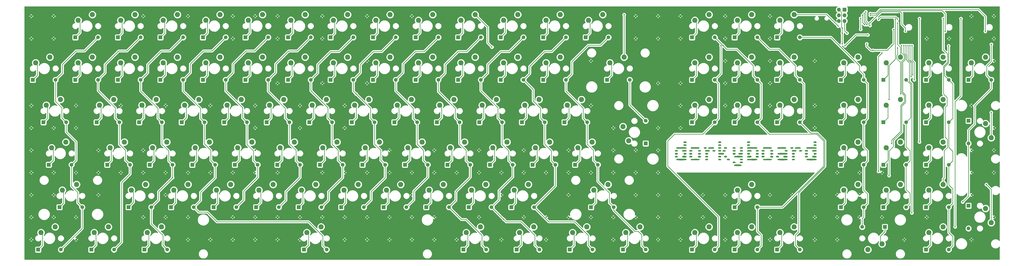
<source format=gbr>
G04 #@! TF.FileFunction,Copper,L1,Top,Signal*
%FSLAX46Y46*%
G04 Gerber Fmt 4.6, Leading zero omitted, Abs format (unit mm)*
G04 Created by KiCad (PCBNEW 4.0.4-stable) date Wed Dec 14 22:22:49 2016*
%MOMM*%
%LPD*%
G01*
G04 APERTURE LIST*
%ADD10C,0.100000*%
%ADD11C,0.010000*%
%ADD12C,0.600000*%
%ADD13C,2.286000*%
%ADD14C,1.651000*%
%ADD15R,1.651000X1.651000*%
%ADD16R,1.727200X1.727200*%
%ADD17O,1.727200X1.727200*%
%ADD18C,0.250000*%
%ADD19C,0.254000*%
G04 APERTURE END LIST*
D10*
D11*
G36*
X406333533Y-231389889D02*
X406801813Y-231435500D01*
X407095328Y-231518496D01*
X407231667Y-231644097D01*
X407228418Y-231817519D01*
X407221768Y-231835946D01*
X407170029Y-231905199D01*
X407055241Y-231953584D01*
X406844943Y-231984660D01*
X406506672Y-232001987D01*
X406007968Y-232009125D01*
X405634711Y-232010000D01*
X405087563Y-232005331D01*
X404617745Y-231992499D01*
X404264985Y-231973266D01*
X404069012Y-231949393D01*
X404043889Y-231939445D01*
X403969313Y-231743030D01*
X404050397Y-231542757D01*
X404211459Y-231441705D01*
X404410104Y-231416003D01*
X404767205Y-231394979D01*
X405229564Y-231381009D01*
X405672897Y-231376445D01*
X406333533Y-231389889D01*
X406333533Y-231389889D01*
G37*
X406333533Y-231389889D02*
X406801813Y-231435500D01*
X407095328Y-231518496D01*
X407231667Y-231644097D01*
X407228418Y-231817519D01*
X407221768Y-231835946D01*
X407170029Y-231905199D01*
X407055241Y-231953584D01*
X406844943Y-231984660D01*
X406506672Y-232001987D01*
X406007968Y-232009125D01*
X405634711Y-232010000D01*
X405087563Y-232005331D01*
X404617745Y-231992499D01*
X404264985Y-231973266D01*
X404069012Y-231949393D01*
X404043889Y-231939445D01*
X403969313Y-231743030D01*
X404050397Y-231542757D01*
X404211459Y-231441705D01*
X404410104Y-231416003D01*
X404767205Y-231394979D01*
X405229564Y-231381009D01*
X405672897Y-231376445D01*
X406333533Y-231389889D01*
G36*
X403998608Y-230125887D02*
X404323406Y-230153206D01*
X404489235Y-230205337D01*
X404548769Y-230310340D01*
X404555417Y-230422500D01*
X404537244Y-230577882D01*
X404447610Y-230661837D01*
X404233842Y-230702423D01*
X403998608Y-230719114D01*
X403645736Y-230722739D01*
X403452765Y-230675193D01*
X403378744Y-230586822D01*
X403338601Y-230332164D01*
X403463572Y-230180293D01*
X403765922Y-230122090D01*
X403998608Y-230125887D01*
X403998608Y-230125887D01*
G37*
X403998608Y-230125887D02*
X404323406Y-230153206D01*
X404489235Y-230205337D01*
X404548769Y-230310340D01*
X404555417Y-230422500D01*
X404537244Y-230577882D01*
X404447610Y-230661837D01*
X404233842Y-230702423D01*
X403998608Y-230719114D01*
X403645736Y-230722739D01*
X403452765Y-230675193D01*
X403378744Y-230586822D01*
X403338601Y-230332164D01*
X403463572Y-230180293D01*
X403765922Y-230122090D01*
X403998608Y-230125887D01*
G36*
X407240907Y-230126571D02*
X407579420Y-230151747D01*
X407757391Y-230198312D01*
X407825907Y-230291659D01*
X407836250Y-230422500D01*
X407819706Y-230573814D01*
X407736015Y-230657314D01*
X407534090Y-230698396D01*
X407240907Y-230718430D01*
X406875437Y-230722892D01*
X406671487Y-230681347D01*
X406582770Y-230586138D01*
X406541026Y-230336864D01*
X406658083Y-230186580D01*
X406949307Y-230124555D01*
X407240907Y-230126571D01*
X407240907Y-230126571D01*
G37*
X407240907Y-230126571D02*
X407579420Y-230151747D01*
X407757391Y-230198312D01*
X407825907Y-230291659D01*
X407836250Y-230422500D01*
X407819706Y-230573814D01*
X407736015Y-230657314D01*
X407534090Y-230698396D01*
X407240907Y-230718430D01*
X406875437Y-230722892D01*
X406671487Y-230681347D01*
X406582770Y-230586138D01*
X406541026Y-230336864D01*
X406658083Y-230186580D01*
X406949307Y-230124555D01*
X407240907Y-230126571D01*
G36*
X381001124Y-228838792D02*
X381550272Y-228846136D01*
X382016212Y-228858457D01*
X382356828Y-228875754D01*
X382530004Y-228898028D01*
X382533428Y-228899240D01*
X382683531Y-229035435D01*
X382658371Y-229216475D01*
X382496124Y-229360443D01*
X382316182Y-229399739D01*
X381968996Y-229429884D01*
X381497519Y-229450927D01*
X380944703Y-229462918D01*
X380353499Y-229465905D01*
X379766858Y-229459938D01*
X379227734Y-229445065D01*
X378779076Y-229421336D01*
X378463837Y-229388800D01*
X378335209Y-229355690D01*
X378173255Y-229184103D01*
X378183447Y-229003521D01*
X378317406Y-228899240D01*
X378481352Y-228876724D01*
X378814789Y-228859184D01*
X379275601Y-228846621D01*
X379821672Y-228839035D01*
X380410885Y-228836425D01*
X381001124Y-228838792D01*
X381001124Y-228838792D01*
G37*
X381001124Y-228838792D02*
X381550272Y-228846136D01*
X382016212Y-228858457D01*
X382356828Y-228875754D01*
X382530004Y-228898028D01*
X382533428Y-228899240D01*
X382683531Y-229035435D01*
X382658371Y-229216475D01*
X382496124Y-229360443D01*
X382316182Y-229399739D01*
X381968996Y-229429884D01*
X381497519Y-229450927D01*
X380944703Y-229462918D01*
X380353499Y-229465905D01*
X379766858Y-229459938D01*
X379227734Y-229445065D01*
X378779076Y-229421336D01*
X378463837Y-229388800D01*
X378335209Y-229355690D01*
X378173255Y-229184103D01*
X378183447Y-229003521D01*
X378317406Y-228899240D01*
X378481352Y-228876724D01*
X378814789Y-228859184D01*
X379275601Y-228846621D01*
X379821672Y-228839035D01*
X380410885Y-228836425D01*
X381001124Y-228838792D01*
G36*
X387761607Y-228865527D02*
X388148779Y-228894649D01*
X388387417Y-228947034D01*
X388498457Y-229026528D01*
X388502834Y-229136974D01*
X388457356Y-229228862D01*
X388391703Y-229300571D01*
X388276512Y-229352291D01*
X388079504Y-229387678D01*
X387768400Y-229410387D01*
X387310919Y-229424070D01*
X386674783Y-229432382D01*
X386658189Y-229432535D01*
X386069986Y-229434735D01*
X385546456Y-229430703D01*
X385128726Y-229421216D01*
X384857928Y-229407053D01*
X384784854Y-229397125D01*
X384635601Y-229267520D01*
X384626104Y-229117090D01*
X384645667Y-229033513D01*
X384697026Y-228972624D01*
X384810344Y-228930215D01*
X385015789Y-228902082D01*
X385343525Y-228884019D01*
X385823719Y-228871820D01*
X386457917Y-228861695D01*
X387204965Y-228855824D01*
X387761607Y-228865527D01*
X387761607Y-228865527D01*
G37*
X387761607Y-228865527D02*
X388148779Y-228894649D01*
X388387417Y-228947034D01*
X388498457Y-229026528D01*
X388502834Y-229136974D01*
X388457356Y-229228862D01*
X388391703Y-229300571D01*
X388276512Y-229352291D01*
X388079504Y-229387678D01*
X387768400Y-229410387D01*
X387310919Y-229424070D01*
X386674783Y-229432382D01*
X386658189Y-229432535D01*
X386069986Y-229434735D01*
X385546456Y-229430703D01*
X385128726Y-229421216D01*
X384857928Y-229407053D01*
X384784854Y-229397125D01*
X384635601Y-229267520D01*
X384626104Y-229117090D01*
X384645667Y-229033513D01*
X384697026Y-228972624D01*
X384810344Y-228930215D01*
X385015789Y-228902082D01*
X385343525Y-228884019D01*
X385823719Y-228871820D01*
X386457917Y-228861695D01*
X387204965Y-228855824D01*
X387761607Y-228865527D01*
G36*
X392089131Y-228839997D02*
X392261961Y-228871876D01*
X392320435Y-228955971D01*
X392313205Y-229117615D01*
X392312238Y-229126042D01*
X392275603Y-229296928D01*
X392178930Y-229388479D01*
X391965840Y-229431553D01*
X391721942Y-229449114D01*
X391369070Y-229452739D01*
X391176098Y-229405193D01*
X391102077Y-229316822D01*
X391063234Y-229072555D01*
X391183735Y-228919879D01*
X391480424Y-228846332D01*
X391753292Y-228835000D01*
X392089131Y-228839997D01*
X392089131Y-228839997D01*
G37*
X392089131Y-228839997D02*
X392261961Y-228871876D01*
X392320435Y-228955971D01*
X392313205Y-229117615D01*
X392312238Y-229126042D01*
X392275603Y-229296928D01*
X392178930Y-229388479D01*
X391965840Y-229431553D01*
X391721942Y-229449114D01*
X391369070Y-229452739D01*
X391176098Y-229405193D01*
X391102077Y-229316822D01*
X391063234Y-229072555D01*
X391183735Y-228919879D01*
X391480424Y-228846332D01*
X391753292Y-228835000D01*
X392089131Y-228839997D01*
G36*
X397542775Y-228855887D02*
X397867573Y-228883206D01*
X398033402Y-228935337D01*
X398092936Y-229040340D01*
X398099584Y-229152500D01*
X398081411Y-229307882D01*
X397991777Y-229391837D01*
X397778009Y-229432423D01*
X397542775Y-229449114D01*
X397189903Y-229452739D01*
X396996932Y-229405193D01*
X396922910Y-229316822D01*
X396882768Y-229062164D01*
X397007739Y-228910293D01*
X397310089Y-228852090D01*
X397542775Y-228855887D01*
X397542775Y-228855887D01*
G37*
X397542775Y-228855887D02*
X397867573Y-228883206D01*
X398033402Y-228935337D01*
X398092936Y-229040340D01*
X398099584Y-229152500D01*
X398081411Y-229307882D01*
X397991777Y-229391837D01*
X397778009Y-229432423D01*
X397542775Y-229449114D01*
X397189903Y-229452739D01*
X396996932Y-229405193D01*
X396922910Y-229316822D01*
X396882768Y-229062164D01*
X397007739Y-228910293D01*
X397310089Y-228852090D01*
X397542775Y-228855887D01*
G36*
X401420074Y-228856571D02*
X401758586Y-228881747D01*
X401936557Y-228928312D01*
X402005074Y-229021659D01*
X402015417Y-229152500D01*
X401996443Y-229309907D01*
X401903870Y-229393897D01*
X401684224Y-229433858D01*
X401476850Y-229448481D01*
X401067542Y-229440180D01*
X400837746Y-229354137D01*
X400813565Y-229329604D01*
X400739688Y-229113435D01*
X400756789Y-229002277D01*
X400840314Y-228899410D01*
X401021629Y-228853528D01*
X401352431Y-228853274D01*
X401420074Y-228856571D01*
X401420074Y-228856571D01*
G37*
X401420074Y-228856571D02*
X401758586Y-228881747D01*
X401936557Y-228928312D01*
X402005074Y-229021659D01*
X402015417Y-229152500D01*
X401996443Y-229309907D01*
X401903870Y-229393897D01*
X401684224Y-229433858D01*
X401476850Y-229448481D01*
X401067542Y-229440180D01*
X400837746Y-229354137D01*
X400813565Y-229329604D01*
X400739688Y-229113435D01*
X400756789Y-229002277D01*
X400840314Y-228899410D01*
X401021629Y-228853528D01*
X401352431Y-228853274D01*
X401420074Y-228856571D01*
G36*
X407240907Y-228856571D02*
X407579420Y-228881747D01*
X407757391Y-228928312D01*
X407825907Y-229021659D01*
X407836250Y-229152500D01*
X407817276Y-229309907D01*
X407724704Y-229393897D01*
X407505058Y-229433858D01*
X407297683Y-229448481D01*
X406888375Y-229440180D01*
X406658579Y-229354137D01*
X406634399Y-229329604D01*
X406560522Y-229113435D01*
X406577623Y-229002277D01*
X406661147Y-228899410D01*
X406842463Y-228853528D01*
X407173264Y-228853274D01*
X407240907Y-228856571D01*
X407240907Y-228856571D01*
G37*
X407240907Y-228856571D02*
X407579420Y-228881747D01*
X407757391Y-228928312D01*
X407825907Y-229021659D01*
X407836250Y-229152500D01*
X407817276Y-229309907D01*
X407724704Y-229393897D01*
X407505058Y-229433858D01*
X407297683Y-229448481D01*
X406888375Y-229440180D01*
X406658579Y-229354137D01*
X406634399Y-229329604D01*
X406560522Y-229113435D01*
X406577623Y-229002277D01*
X406661147Y-228899410D01*
X406842463Y-228853528D01*
X407173264Y-228853274D01*
X407240907Y-228856571D01*
G36*
X413657231Y-228859822D02*
X413927298Y-228879982D01*
X414099480Y-228913135D01*
X414202203Y-228961081D01*
X414246892Y-229003058D01*
X414329587Y-229154310D01*
X414243432Y-229280526D01*
X414188486Y-229322703D01*
X414062705Y-229378297D01*
X413842713Y-229418002D01*
X413501491Y-229443543D01*
X413012019Y-229456649D01*
X412347276Y-229459046D01*
X412075814Y-229457723D01*
X411449442Y-229451106D01*
X410887439Y-229440297D01*
X410427746Y-229426413D01*
X410108303Y-229410570D01*
X409973187Y-229395855D01*
X409823956Y-229267760D01*
X409814437Y-229117090D01*
X409831924Y-229039376D01*
X409877603Y-228981108D01*
X409979138Y-228938984D01*
X410164193Y-228909706D01*
X410460433Y-228889974D01*
X410895522Y-228876487D01*
X411497125Y-228865946D01*
X411975470Y-228859314D01*
X412709743Y-228851287D01*
X413260855Y-228850857D01*
X413657231Y-228859822D01*
X413657231Y-228859822D01*
G37*
X413657231Y-228859822D02*
X413927298Y-228879982D01*
X414099480Y-228913135D01*
X414202203Y-228961081D01*
X414246892Y-229003058D01*
X414329587Y-229154310D01*
X414243432Y-229280526D01*
X414188486Y-229322703D01*
X414062705Y-229378297D01*
X413842713Y-229418002D01*
X413501491Y-229443543D01*
X413012019Y-229456649D01*
X412347276Y-229459046D01*
X412075814Y-229457723D01*
X411449442Y-229451106D01*
X410887439Y-229440297D01*
X410427746Y-229426413D01*
X410108303Y-229410570D01*
X409973187Y-229395855D01*
X409823956Y-229267760D01*
X409814437Y-229117090D01*
X409831924Y-229039376D01*
X409877603Y-228981108D01*
X409979138Y-228938984D01*
X410164193Y-228909706D01*
X410460433Y-228889974D01*
X410895522Y-228876487D01*
X411497125Y-228865946D01*
X411975470Y-228859314D01*
X412709743Y-228851287D01*
X413260855Y-228850857D01*
X413657231Y-228859822D01*
G36*
X420040773Y-228865527D02*
X420427945Y-228894649D01*
X420666584Y-228947034D01*
X420777623Y-229026528D01*
X420782001Y-229136974D01*
X420736522Y-229228862D01*
X420670869Y-229300571D01*
X420555679Y-229352291D01*
X420358671Y-229387678D01*
X420047566Y-229410387D01*
X419590086Y-229424070D01*
X418953950Y-229432382D01*
X418937356Y-229432535D01*
X418349153Y-229434735D01*
X417825622Y-229430703D01*
X417407893Y-229421216D01*
X417137094Y-229407053D01*
X417064021Y-229397125D01*
X416914768Y-229267520D01*
X416905271Y-229117090D01*
X416924834Y-229033513D01*
X416976192Y-228972624D01*
X417089511Y-228930215D01*
X417294956Y-228902082D01*
X417622692Y-228884019D01*
X418102886Y-228871820D01*
X418737084Y-228861695D01*
X419484131Y-228855824D01*
X420040773Y-228865527D01*
X420040773Y-228865527D01*
G37*
X420040773Y-228865527D02*
X420427945Y-228894649D01*
X420666584Y-228947034D01*
X420777623Y-229026528D01*
X420782001Y-229136974D01*
X420736522Y-229228862D01*
X420670869Y-229300571D01*
X420555679Y-229352291D01*
X420358671Y-229387678D01*
X420047566Y-229410387D01*
X419590086Y-229424070D01*
X418953950Y-229432382D01*
X418937356Y-229432535D01*
X418349153Y-229434735D01*
X417825622Y-229430703D01*
X417407893Y-229421216D01*
X417137094Y-229407053D01*
X417064021Y-229397125D01*
X416914768Y-229267520D01*
X416905271Y-229117090D01*
X416924834Y-229033513D01*
X416976192Y-228972624D01*
X417089511Y-228930215D01*
X417294956Y-228902082D01*
X417622692Y-228884019D01*
X418102886Y-228871820D01*
X418737084Y-228861695D01*
X419484131Y-228855824D01*
X420040773Y-228865527D01*
G36*
X426191957Y-228838792D02*
X426741105Y-228846136D01*
X427207045Y-228858457D01*
X427547662Y-228875754D01*
X427720837Y-228898028D01*
X427724261Y-228899240D01*
X427874364Y-229035435D01*
X427849205Y-229216475D01*
X427686958Y-229360443D01*
X427507015Y-229399739D01*
X427159829Y-229429884D01*
X426688352Y-229450927D01*
X426135536Y-229462918D01*
X425544332Y-229465905D01*
X424957692Y-229459938D01*
X424418567Y-229445065D01*
X423969909Y-229421336D01*
X423654671Y-229388800D01*
X423526042Y-229355690D01*
X423364088Y-229184103D01*
X423374280Y-229003521D01*
X423508239Y-228899240D01*
X423672185Y-228876724D01*
X424005622Y-228859184D01*
X424466435Y-228846621D01*
X425012506Y-228839035D01*
X425601719Y-228836425D01*
X426191957Y-228838792D01*
X426191957Y-228838792D01*
G37*
X426191957Y-228838792D02*
X426741105Y-228846136D01*
X427207045Y-228858457D01*
X427547662Y-228875754D01*
X427720837Y-228898028D01*
X427724261Y-228899240D01*
X427874364Y-229035435D01*
X427849205Y-229216475D01*
X427686958Y-229360443D01*
X427507015Y-229399739D01*
X427159829Y-229429884D01*
X426688352Y-229450927D01*
X426135536Y-229462918D01*
X425544332Y-229465905D01*
X424957692Y-229459938D01*
X424418567Y-229445065D01*
X423969909Y-229421336D01*
X423654671Y-229388800D01*
X423526042Y-229355690D01*
X423364088Y-229184103D01*
X423374280Y-229003521D01*
X423508239Y-228899240D01*
X423672185Y-228876724D01*
X424005622Y-228859184D01*
X424466435Y-228846621D01*
X425012506Y-228839035D01*
X425601719Y-228836425D01*
X426191957Y-228838792D01*
G36*
X430824131Y-228839997D02*
X430996961Y-228871876D01*
X431055435Y-228955971D01*
X431048205Y-229117615D01*
X431047238Y-229126042D01*
X431010603Y-229296928D01*
X430913930Y-229388479D01*
X430700840Y-229431553D01*
X430456942Y-229449114D01*
X430104070Y-229452739D01*
X429911098Y-229405193D01*
X429837077Y-229316822D01*
X429798234Y-229072555D01*
X429918735Y-228919879D01*
X430215424Y-228846332D01*
X430488292Y-228835000D01*
X430824131Y-228839997D01*
X430824131Y-228839997D01*
G37*
X430824131Y-228839997D02*
X430996961Y-228871876D01*
X431055435Y-228955971D01*
X431048205Y-229117615D01*
X431047238Y-229126042D01*
X431010603Y-229296928D01*
X430913930Y-229388479D01*
X430700840Y-229431553D01*
X430456942Y-229449114D01*
X430104070Y-229452739D01*
X429911098Y-229405193D01*
X429837077Y-229316822D01*
X429798234Y-229072555D01*
X429918735Y-228919879D01*
X430215424Y-228846332D01*
X430488292Y-228835000D01*
X430824131Y-228839997D01*
G36*
X439103624Y-228838792D02*
X439652772Y-228846136D01*
X440118712Y-228858457D01*
X440459328Y-228875754D01*
X440632504Y-228898028D01*
X440635928Y-228899240D01*
X440786031Y-229035435D01*
X440760871Y-229216475D01*
X440598624Y-229360443D01*
X440418682Y-229399739D01*
X440071496Y-229429884D01*
X439600019Y-229450927D01*
X439047203Y-229462918D01*
X438455999Y-229465905D01*
X437869358Y-229459938D01*
X437330234Y-229445065D01*
X436881576Y-229421336D01*
X436566337Y-229388800D01*
X436437709Y-229355690D01*
X436275755Y-229184103D01*
X436285947Y-229003521D01*
X436419906Y-228899240D01*
X436583852Y-228876724D01*
X436917289Y-228859184D01*
X437378101Y-228846621D01*
X437924172Y-228839035D01*
X438513385Y-228836425D01*
X439103624Y-228838792D01*
X439103624Y-228838792D01*
G37*
X439103624Y-228838792D02*
X439652772Y-228846136D01*
X440118712Y-228858457D01*
X440459328Y-228875754D01*
X440632504Y-228898028D01*
X440635928Y-228899240D01*
X440786031Y-229035435D01*
X440760871Y-229216475D01*
X440598624Y-229360443D01*
X440418682Y-229399739D01*
X440071496Y-229429884D01*
X439600019Y-229450927D01*
X439047203Y-229462918D01*
X438455999Y-229465905D01*
X437869358Y-229459938D01*
X437330234Y-229445065D01*
X436881576Y-229421336D01*
X436566337Y-229388800D01*
X436437709Y-229355690D01*
X436275755Y-229184103D01*
X436285947Y-229003521D01*
X436419906Y-228899240D01*
X436583852Y-228876724D01*
X436917289Y-228859184D01*
X437378101Y-228846621D01*
X437924172Y-228839035D01*
X438513385Y-228836425D01*
X439103624Y-228838792D01*
G36*
X378446391Y-227511068D02*
X378685015Y-227579352D01*
X378769059Y-227700317D01*
X378764992Y-227862048D01*
X378722987Y-228039694D01*
X378610414Y-228127460D01*
X378366098Y-228162064D01*
X378255834Y-228167661D01*
X377936478Y-228168493D01*
X377698148Y-228146201D01*
X377647292Y-228132383D01*
X377536699Y-227992627D01*
X377515000Y-227871061D01*
X377609588Y-227676781D01*
X377855022Y-227542107D01*
X378193811Y-227489260D01*
X378446391Y-227511068D01*
X378446391Y-227511068D01*
G37*
X378446391Y-227511068D02*
X378685015Y-227579352D01*
X378769059Y-227700317D01*
X378764992Y-227862048D01*
X378722987Y-228039694D01*
X378610414Y-228127460D01*
X378366098Y-228162064D01*
X378255834Y-228167661D01*
X377936478Y-228168493D01*
X377698148Y-228146201D01*
X377647292Y-228132383D01*
X377536699Y-227992627D01*
X377515000Y-227871061D01*
X377609588Y-227676781D01*
X377855022Y-227542107D01*
X378193811Y-227489260D01*
X378446391Y-227511068D01*
G36*
X382170525Y-227511891D02*
X382516962Y-227617836D01*
X382674860Y-227779989D01*
X382634860Y-227986616D01*
X382593882Y-228042598D01*
X382413393Y-228131675D01*
X382093887Y-228186716D01*
X381704534Y-228207255D01*
X381314508Y-228192824D01*
X380992982Y-228142957D01*
X380809128Y-228057185D01*
X380806966Y-228054664D01*
X380729845Y-227852245D01*
X380831616Y-227680592D01*
X381080277Y-227552447D01*
X381443824Y-227480547D01*
X381890251Y-227477633D01*
X382170525Y-227511891D01*
X382170525Y-227511891D01*
G37*
X382170525Y-227511891D02*
X382516962Y-227617836D01*
X382674860Y-227779989D01*
X382634860Y-227986616D01*
X382593882Y-228042598D01*
X382413393Y-228131675D01*
X382093887Y-228186716D01*
X381704534Y-228207255D01*
X381314508Y-228192824D01*
X380992982Y-228142957D01*
X380809128Y-228057185D01*
X380806966Y-228054664D01*
X380729845Y-227852245D01*
X380831616Y-227680592D01*
X381080277Y-227552447D01*
X381443824Y-227480547D01*
X381890251Y-227477633D01*
X382170525Y-227511891D01*
G36*
X384902224Y-227511068D02*
X385140848Y-227579352D01*
X385224892Y-227700317D01*
X385220825Y-227862048D01*
X385178821Y-228039694D01*
X385066247Y-228127460D01*
X384821932Y-228162064D01*
X384711667Y-228167661D01*
X384392311Y-228168493D01*
X384153981Y-228146201D01*
X384103125Y-228132383D01*
X383992532Y-227992627D01*
X383970834Y-227871061D01*
X384065421Y-227676781D01*
X384310855Y-227542107D01*
X384649644Y-227489260D01*
X384902224Y-227511068D01*
X384902224Y-227511068D01*
G37*
X384902224Y-227511068D02*
X385140848Y-227579352D01*
X385224892Y-227700317D01*
X385220825Y-227862048D01*
X385178821Y-228039694D01*
X385066247Y-228127460D01*
X384821932Y-228162064D01*
X384711667Y-228167661D01*
X384392311Y-228168493D01*
X384153981Y-228146201D01*
X384103125Y-228132383D01*
X383992532Y-227992627D01*
X383970834Y-227871061D01*
X384065421Y-227676781D01*
X384310855Y-227542107D01*
X384649644Y-227489260D01*
X384902224Y-227511068D01*
G36*
X388762500Y-227521699D02*
X388866726Y-227555359D01*
X389080223Y-227706503D01*
X389157111Y-227903858D01*
X389083002Y-228079261D01*
X388989261Y-228135761D01*
X388704239Y-228193341D01*
X388368074Y-228193784D01*
X388068603Y-228143615D01*
X387897800Y-228054664D01*
X387820967Y-227849360D01*
X387912384Y-227671065D01*
X388128689Y-227542125D01*
X388426515Y-227484888D01*
X388762500Y-227521699D01*
X388762500Y-227521699D01*
G37*
X388762500Y-227521699D02*
X388866726Y-227555359D01*
X389080223Y-227706503D01*
X389157111Y-227903858D01*
X389083002Y-228079261D01*
X388989261Y-228135761D01*
X388704239Y-228193341D01*
X388368074Y-228193784D01*
X388068603Y-228143615D01*
X387897800Y-228054664D01*
X387820967Y-227849360D01*
X387912384Y-227671065D01*
X388128689Y-227542125D01*
X388426515Y-227484888D01*
X388762500Y-227521699D01*
G36*
X391993057Y-227511068D02*
X392231682Y-227579352D01*
X392315725Y-227700317D01*
X392311659Y-227862048D01*
X392269654Y-228039694D01*
X392157081Y-228127460D01*
X391912765Y-228162064D01*
X391802500Y-228167661D01*
X391483145Y-228168493D01*
X391244815Y-228146201D01*
X391193959Y-228132383D01*
X391083365Y-227992627D01*
X391061667Y-227871061D01*
X391156254Y-227676781D01*
X391401689Y-227542107D01*
X391740478Y-227489260D01*
X391993057Y-227511068D01*
X391993057Y-227511068D01*
G37*
X391993057Y-227511068D02*
X392231682Y-227579352D01*
X392315725Y-227700317D01*
X392311659Y-227862048D01*
X392269654Y-228039694D01*
X392157081Y-228127460D01*
X391912765Y-228162064D01*
X391802500Y-228167661D01*
X391483145Y-228168493D01*
X391244815Y-228146201D01*
X391193959Y-228132383D01*
X391083365Y-227992627D01*
X391061667Y-227871061D01*
X391156254Y-227676781D01*
X391401689Y-227542107D01*
X391740478Y-227489260D01*
X391993057Y-227511068D01*
G36*
X397813891Y-227511068D02*
X398052515Y-227579352D01*
X398136559Y-227700317D01*
X398132492Y-227862048D01*
X398090487Y-228039694D01*
X397977914Y-228127460D01*
X397733598Y-228162064D01*
X397623334Y-228167661D01*
X397303978Y-228168493D01*
X397065648Y-228146201D01*
X397014792Y-228132383D01*
X396904199Y-227992627D01*
X396882500Y-227871061D01*
X396977088Y-227676781D01*
X397222522Y-227542107D01*
X397561311Y-227489260D01*
X397813891Y-227511068D01*
X397813891Y-227511068D01*
G37*
X397813891Y-227511068D02*
X398052515Y-227579352D01*
X398136559Y-227700317D01*
X398132492Y-227862048D01*
X398090487Y-228039694D01*
X397977914Y-228127460D01*
X397733598Y-228162064D01*
X397623334Y-228167661D01*
X397303978Y-228168493D01*
X397065648Y-228146201D01*
X397014792Y-228132383D01*
X396904199Y-227992627D01*
X396882500Y-227871061D01*
X396977088Y-227676781D01*
X397222522Y-227542107D01*
X397561311Y-227489260D01*
X397813891Y-227511068D01*
G36*
X400541658Y-227565585D02*
X400731557Y-227708913D01*
X400775942Y-227896332D01*
X400671334Y-228073000D01*
X400462699Y-228166564D01*
X400149327Y-228198058D01*
X399823757Y-228169945D01*
X399578525Y-228084689D01*
X399529452Y-228042598D01*
X399442152Y-227822530D01*
X399549110Y-227638628D01*
X399833114Y-227517938D01*
X399867831Y-227510901D01*
X400241872Y-227491273D01*
X400541658Y-227565585D01*
X400541658Y-227565585D01*
G37*
X400541658Y-227565585D02*
X400731557Y-227708913D01*
X400775942Y-227896332D01*
X400671334Y-228073000D01*
X400462699Y-228166564D01*
X400149327Y-228198058D01*
X399823757Y-228169945D01*
X399578525Y-228084689D01*
X399529452Y-228042598D01*
X399442152Y-227822530D01*
X399549110Y-227638628D01*
X399833114Y-227517938D01*
X399867831Y-227510901D01*
X400241872Y-227491273D01*
X400541658Y-227565585D01*
G36*
X406147058Y-227489243D02*
X406794419Y-227524871D01*
X407284575Y-227574654D01*
X407600433Y-227624879D01*
X407779164Y-227685159D01*
X407857939Y-227765102D01*
X407869430Y-227802817D01*
X407806186Y-227987019D01*
X407625395Y-228093858D01*
X407412925Y-228132644D01*
X407040188Y-228161225D01*
X406558345Y-228179424D01*
X406018560Y-228187066D01*
X405471993Y-228183976D01*
X404969806Y-228169977D01*
X404563162Y-228144895D01*
X404303222Y-228108553D01*
X404290834Y-228105304D01*
X404073546Y-227969659D01*
X404026250Y-227824812D01*
X404050877Y-227719216D01*
X404152078Y-227646126D01*
X404370830Y-227591321D01*
X404748113Y-227540575D01*
X404890397Y-227524871D01*
X405472771Y-227489179D01*
X406147058Y-227489243D01*
X406147058Y-227489243D01*
G37*
X406147058Y-227489243D02*
X406794419Y-227524871D01*
X407284575Y-227574654D01*
X407600433Y-227624879D01*
X407779164Y-227685159D01*
X407857939Y-227765102D01*
X407869430Y-227802817D01*
X407806186Y-227987019D01*
X407625395Y-228093858D01*
X407412925Y-228132644D01*
X407040188Y-228161225D01*
X406558345Y-228179424D01*
X406018560Y-228187066D01*
X405471993Y-228183976D01*
X404969806Y-228169977D01*
X404563162Y-228144895D01*
X404303222Y-228108553D01*
X404290834Y-228105304D01*
X404073546Y-227969659D01*
X404026250Y-227824812D01*
X404050877Y-227719216D01*
X404152078Y-227646126D01*
X404370830Y-227591321D01*
X404748113Y-227540575D01*
X404890397Y-227524871D01*
X405472771Y-227489179D01*
X406147058Y-227489243D01*
G36*
X411075729Y-227488192D02*
X411214548Y-227505297D01*
X411515264Y-227565554D01*
X411658635Y-227650892D01*
X411698720Y-227796946D01*
X411699167Y-227824745D01*
X411635178Y-228043007D01*
X411531761Y-228135761D01*
X411309069Y-228177104D01*
X410967488Y-228195793D01*
X410581454Y-228193184D01*
X410225405Y-228170634D01*
X409973778Y-228129498D01*
X409916045Y-228106323D01*
X409813699Y-227938839D01*
X409811628Y-227817077D01*
X409942070Y-227656674D01*
X410230367Y-227540807D01*
X410625320Y-227480853D01*
X411075729Y-227488192D01*
X411075729Y-227488192D01*
G37*
X411075729Y-227488192D02*
X411214548Y-227505297D01*
X411515264Y-227565554D01*
X411658635Y-227650892D01*
X411698720Y-227796946D01*
X411699167Y-227824745D01*
X411635178Y-228043007D01*
X411531761Y-228135761D01*
X411309069Y-228177104D01*
X410967488Y-228195793D01*
X410581454Y-228193184D01*
X410225405Y-228170634D01*
X409973778Y-228129498D01*
X409916045Y-228106323D01*
X409813699Y-227938839D01*
X409811628Y-227817077D01*
X409942070Y-227656674D01*
X410230367Y-227540807D01*
X410625320Y-227480853D01*
X411075729Y-227488192D01*
G36*
X414585833Y-227521699D02*
X414690060Y-227555359D01*
X414903556Y-227706503D01*
X414980445Y-227903858D01*
X414906335Y-228079261D01*
X414812594Y-228135761D01*
X414527572Y-228193341D01*
X414191407Y-228193784D01*
X413891937Y-228143615D01*
X413721133Y-228054664D01*
X413644300Y-227849360D01*
X413735718Y-227671065D01*
X413952022Y-227542125D01*
X414249849Y-227484888D01*
X414585833Y-227521699D01*
X414585833Y-227521699D01*
G37*
X414585833Y-227521699D02*
X414690060Y-227555359D01*
X414903556Y-227706503D01*
X414980445Y-227903858D01*
X414906335Y-228079261D01*
X414812594Y-228135761D01*
X414527572Y-228193341D01*
X414191407Y-228193784D01*
X413891937Y-228143615D01*
X413721133Y-228054664D01*
X413644300Y-227849360D01*
X413735718Y-227671065D01*
X413952022Y-227542125D01*
X414249849Y-227484888D01*
X414585833Y-227521699D01*
G36*
X417181391Y-227511068D02*
X417420015Y-227579352D01*
X417504059Y-227700317D01*
X417499992Y-227862048D01*
X417457987Y-228039694D01*
X417345414Y-228127460D01*
X417101098Y-228162064D01*
X416990834Y-228167661D01*
X416671478Y-228168493D01*
X416433148Y-228146201D01*
X416382292Y-228132383D01*
X416271699Y-227992627D01*
X416250000Y-227871061D01*
X416344588Y-227676781D01*
X416590022Y-227542107D01*
X416928811Y-227489260D01*
X417181391Y-227511068D01*
X417181391Y-227511068D01*
G37*
X417181391Y-227511068D02*
X417420015Y-227579352D01*
X417504059Y-227700317D01*
X417499992Y-227862048D01*
X417457987Y-228039694D01*
X417345414Y-228127460D01*
X417101098Y-228162064D01*
X416990834Y-228167661D01*
X416671478Y-228168493D01*
X416433148Y-228146201D01*
X416382292Y-228132383D01*
X416271699Y-227992627D01*
X416250000Y-227871061D01*
X416344588Y-227676781D01*
X416590022Y-227542107D01*
X416928811Y-227489260D01*
X417181391Y-227511068D01*
G36*
X421041667Y-227521699D02*
X421145893Y-227555359D01*
X421359389Y-227706503D01*
X421436278Y-227903858D01*
X421362168Y-228079261D01*
X421268428Y-228135761D01*
X420983405Y-228193341D01*
X420647241Y-228193784D01*
X420347770Y-228143615D01*
X420176966Y-228054664D01*
X420100133Y-227849360D01*
X420191551Y-227671065D01*
X420407855Y-227542125D01*
X420705682Y-227484888D01*
X421041667Y-227521699D01*
X421041667Y-227521699D01*
G37*
X421041667Y-227521699D02*
X421145893Y-227555359D01*
X421359389Y-227706503D01*
X421436278Y-227903858D01*
X421362168Y-228079261D01*
X421268428Y-228135761D01*
X420983405Y-228193341D01*
X420647241Y-228193784D01*
X420347770Y-228143615D01*
X420176966Y-228054664D01*
X420100133Y-227849360D01*
X420191551Y-227671065D01*
X420407855Y-227542125D01*
X420705682Y-227484888D01*
X421041667Y-227521699D01*
G36*
X423637224Y-227511068D02*
X423875848Y-227579352D01*
X423959892Y-227700317D01*
X423955825Y-227862048D01*
X423913821Y-228039694D01*
X423801247Y-228127460D01*
X423556932Y-228162064D01*
X423446667Y-228167661D01*
X423127311Y-228168493D01*
X422888981Y-228146201D01*
X422838125Y-228132383D01*
X422727532Y-227992627D01*
X422705834Y-227871061D01*
X422800421Y-227676781D01*
X423045855Y-227542107D01*
X423384644Y-227489260D01*
X423637224Y-227511068D01*
X423637224Y-227511068D01*
G37*
X423637224Y-227511068D02*
X423875848Y-227579352D01*
X423959892Y-227700317D01*
X423955825Y-227862048D01*
X423913821Y-228039694D01*
X423801247Y-228127460D01*
X423556932Y-228162064D01*
X423446667Y-228167661D01*
X423127311Y-228168493D01*
X422888981Y-228146201D01*
X422838125Y-228132383D01*
X422727532Y-227992627D01*
X422705834Y-227871061D01*
X422800421Y-227676781D01*
X423045855Y-227542107D01*
X423384644Y-227489260D01*
X423637224Y-227511068D01*
G36*
X427361358Y-227511891D02*
X427707795Y-227617836D01*
X427865694Y-227779989D01*
X427825694Y-227986616D01*
X427784715Y-228042598D01*
X427604227Y-228131675D01*
X427284720Y-228186716D01*
X426895367Y-228207255D01*
X426505342Y-228192824D01*
X426183816Y-228142957D01*
X425999961Y-228057185D01*
X425997800Y-228054664D01*
X425920678Y-227852245D01*
X426022450Y-227680592D01*
X426271111Y-227552447D01*
X426634657Y-227480547D01*
X427081085Y-227477633D01*
X427361358Y-227511891D01*
X427361358Y-227511891D01*
G37*
X427361358Y-227511891D02*
X427707795Y-227617836D01*
X427865694Y-227779989D01*
X427825694Y-227986616D01*
X427784715Y-228042598D01*
X427604227Y-228131675D01*
X427284720Y-228186716D01*
X426895367Y-228207255D01*
X426505342Y-228192824D01*
X426183816Y-228142957D01*
X425999961Y-228057185D01*
X425997800Y-228054664D01*
X425920678Y-227852245D01*
X426022450Y-227680592D01*
X426271111Y-227552447D01*
X426634657Y-227480547D01*
X427081085Y-227477633D01*
X427361358Y-227511891D01*
G36*
X430728057Y-227511068D02*
X430966682Y-227579352D01*
X431050725Y-227700317D01*
X431046659Y-227862048D01*
X431004654Y-228039694D01*
X430892081Y-228127460D01*
X430647765Y-228162064D01*
X430537500Y-228167661D01*
X430218145Y-228168493D01*
X429979815Y-228146201D01*
X429928959Y-228132383D01*
X429818365Y-227992627D01*
X429796667Y-227871061D01*
X429891254Y-227676781D01*
X430136689Y-227542107D01*
X430475478Y-227489260D01*
X430728057Y-227511068D01*
X430728057Y-227511068D01*
G37*
X430728057Y-227511068D02*
X430966682Y-227579352D01*
X431050725Y-227700317D01*
X431046659Y-227862048D01*
X431004654Y-228039694D01*
X430892081Y-228127460D01*
X430647765Y-228162064D01*
X430537500Y-228167661D01*
X430218145Y-228168493D01*
X429979815Y-228146201D01*
X429928959Y-228132383D01*
X429818365Y-227992627D01*
X429796667Y-227871061D01*
X429891254Y-227676781D01*
X430136689Y-227542107D01*
X430475478Y-227489260D01*
X430728057Y-227511068D01*
G36*
X436548891Y-227511068D02*
X436787515Y-227579352D01*
X436871559Y-227700317D01*
X436867492Y-227862048D01*
X436825487Y-228039694D01*
X436712914Y-228127460D01*
X436468598Y-228162064D01*
X436358334Y-228167661D01*
X436038978Y-228168493D01*
X435800648Y-228146201D01*
X435749792Y-228132383D01*
X435639199Y-227992627D01*
X435617500Y-227871061D01*
X435712088Y-227676781D01*
X435957522Y-227542107D01*
X436296311Y-227489260D01*
X436548891Y-227511068D01*
X436548891Y-227511068D01*
G37*
X436548891Y-227511068D02*
X436787515Y-227579352D01*
X436871559Y-227700317D01*
X436867492Y-227862048D01*
X436825487Y-228039694D01*
X436712914Y-228127460D01*
X436468598Y-228162064D01*
X436358334Y-228167661D01*
X436038978Y-228168493D01*
X435800648Y-228146201D01*
X435749792Y-228132383D01*
X435639199Y-227992627D01*
X435617500Y-227871061D01*
X435712088Y-227676781D01*
X435957522Y-227542107D01*
X436296311Y-227489260D01*
X436548891Y-227511068D01*
G36*
X440273025Y-227511891D02*
X440619462Y-227617836D01*
X440777360Y-227779989D01*
X440737360Y-227986616D01*
X440696382Y-228042598D01*
X440515893Y-228131675D01*
X440196387Y-228186716D01*
X439807034Y-228207255D01*
X439417008Y-228192824D01*
X439095482Y-228142957D01*
X438911628Y-228057185D01*
X438909466Y-228054664D01*
X438832345Y-227852245D01*
X438934116Y-227680592D01*
X439182777Y-227552447D01*
X439546324Y-227480547D01*
X439992751Y-227477633D01*
X440273025Y-227511891D01*
X440273025Y-227511891D01*
G37*
X440273025Y-227511891D02*
X440619462Y-227617836D01*
X440777360Y-227779989D01*
X440737360Y-227986616D01*
X440696382Y-228042598D01*
X440515893Y-228131675D01*
X440196387Y-228186716D01*
X439807034Y-228207255D01*
X439417008Y-228192824D01*
X439095482Y-228142957D01*
X438911628Y-228057185D01*
X438909466Y-228054664D01*
X438832345Y-227852245D01*
X438934116Y-227680592D01*
X439182777Y-227552447D01*
X439546324Y-227480547D01*
X439992751Y-227477633D01*
X440273025Y-227511891D01*
G36*
X378527070Y-226228666D02*
X378730377Y-226356675D01*
X378785000Y-226559584D01*
X378694287Y-226781282D01*
X378443153Y-226905088D01*
X378063105Y-226922362D01*
X377700209Y-226857047D01*
X377556515Y-226730122D01*
X377518983Y-226518234D01*
X377590556Y-226321215D01*
X377682406Y-226253406D01*
X377912206Y-226204965D01*
X378150000Y-226189167D01*
X378527070Y-226228666D01*
X378527070Y-226228666D01*
G37*
X378527070Y-226228666D02*
X378730377Y-226356675D01*
X378785000Y-226559584D01*
X378694287Y-226781282D01*
X378443153Y-226905088D01*
X378063105Y-226922362D01*
X377700209Y-226857047D01*
X377556515Y-226730122D01*
X377518983Y-226518234D01*
X377590556Y-226321215D01*
X377682406Y-226253406D01*
X377912206Y-226204965D01*
X378150000Y-226189167D01*
X378527070Y-226228666D01*
G36*
X382356245Y-226244818D02*
X382581083Y-226361492D01*
X382685694Y-226520435D01*
X382632976Y-226697987D01*
X382548314Y-226777449D01*
X382254401Y-226899520D01*
X381904553Y-226920059D01*
X381597173Y-226839933D01*
X381495807Y-226768187D01*
X381386634Y-226550217D01*
X381467078Y-226352418D01*
X381694303Y-226232906D01*
X382048284Y-226194070D01*
X382356245Y-226244818D01*
X382356245Y-226244818D01*
G37*
X382356245Y-226244818D02*
X382581083Y-226361492D01*
X382685694Y-226520435D01*
X382632976Y-226697987D01*
X382548314Y-226777449D01*
X382254401Y-226899520D01*
X381904553Y-226920059D01*
X381597173Y-226839933D01*
X381495807Y-226768187D01*
X381386634Y-226550217D01*
X381467078Y-226352418D01*
X381694303Y-226232906D01*
X382048284Y-226194070D01*
X382356245Y-226244818D01*
G36*
X384982903Y-226228666D02*
X385186210Y-226356675D01*
X385240834Y-226559584D01*
X385150120Y-226781282D01*
X384898986Y-226905088D01*
X384518938Y-226922362D01*
X384156042Y-226857047D01*
X384012349Y-226730122D01*
X383974817Y-226518234D01*
X384046389Y-226321215D01*
X384138239Y-226253406D01*
X384368039Y-226204965D01*
X384605834Y-226189167D01*
X384982903Y-226228666D01*
X384982903Y-226228666D01*
G37*
X384982903Y-226228666D02*
X385186210Y-226356675D01*
X385240834Y-226559584D01*
X385150120Y-226781282D01*
X384898986Y-226905088D01*
X384518938Y-226922362D01*
X384156042Y-226857047D01*
X384012349Y-226730122D01*
X383974817Y-226518234D01*
X384046389Y-226321215D01*
X384138239Y-226253406D01*
X384368039Y-226204965D01*
X384605834Y-226189167D01*
X384982903Y-226228666D01*
G36*
X388812078Y-226244818D02*
X389036916Y-226361492D01*
X389141528Y-226520435D01*
X389088809Y-226697987D01*
X389004147Y-226777449D01*
X388710235Y-226899520D01*
X388360386Y-226920059D01*
X388053007Y-226839933D01*
X387951640Y-226768187D01*
X387842467Y-226550217D01*
X387922911Y-226352418D01*
X388150136Y-226232906D01*
X388504117Y-226194070D01*
X388812078Y-226244818D01*
X388812078Y-226244818D01*
G37*
X388812078Y-226244818D02*
X389036916Y-226361492D01*
X389141528Y-226520435D01*
X389088809Y-226697987D01*
X389004147Y-226777449D01*
X388710235Y-226899520D01*
X388360386Y-226920059D01*
X388053007Y-226839933D01*
X387951640Y-226768187D01*
X387842467Y-226550217D01*
X387922911Y-226352418D01*
X388150136Y-226232906D01*
X388504117Y-226194070D01*
X388812078Y-226244818D01*
G36*
X392073736Y-226228666D02*
X392277044Y-226356675D01*
X392331667Y-226559584D01*
X392240901Y-226769655D01*
X392009268Y-226901660D01*
X391697766Y-226941198D01*
X391367394Y-226873868D01*
X391246875Y-226815690D01*
X391093685Y-226638921D01*
X391077428Y-226425734D01*
X391200956Y-226266156D01*
X391229073Y-226253406D01*
X391458873Y-226204965D01*
X391696667Y-226189167D01*
X392073736Y-226228666D01*
X392073736Y-226228666D01*
G37*
X392073736Y-226228666D02*
X392277044Y-226356675D01*
X392331667Y-226559584D01*
X392240901Y-226769655D01*
X392009268Y-226901660D01*
X391697766Y-226941198D01*
X391367394Y-226873868D01*
X391246875Y-226815690D01*
X391093685Y-226638921D01*
X391077428Y-226425734D01*
X391200956Y-226266156D01*
X391229073Y-226253406D01*
X391458873Y-226204965D01*
X391696667Y-226189167D01*
X392073736Y-226228666D01*
G36*
X398902955Y-226213159D02*
X399176914Y-226253920D01*
X399177054Y-226253958D01*
X399413244Y-226389115D01*
X399469901Y-226596691D01*
X399419783Y-226722730D01*
X399276715Y-226792190D01*
X398978341Y-226847653D01*
X398580707Y-226886577D01*
X398139865Y-226906421D01*
X397711863Y-226904646D01*
X397352749Y-226878709D01*
X397120625Y-226826957D01*
X396919843Y-226665234D01*
X396910465Y-226469274D01*
X397087209Y-226298724D01*
X397290796Y-226247720D01*
X397639871Y-226212255D01*
X398068726Y-226193734D01*
X398511657Y-226193567D01*
X398902955Y-226213159D01*
X398902955Y-226213159D01*
G37*
X398902955Y-226213159D02*
X399176914Y-226253920D01*
X399177054Y-226253958D01*
X399413244Y-226389115D01*
X399469901Y-226596691D01*
X399419783Y-226722730D01*
X399276715Y-226792190D01*
X398978341Y-226847653D01*
X398580707Y-226886577D01*
X398139865Y-226906421D01*
X397711863Y-226904646D01*
X397352749Y-226878709D01*
X397120625Y-226826957D01*
X396919843Y-226665234D01*
X396910465Y-226469274D01*
X397087209Y-226298724D01*
X397290796Y-226247720D01*
X397639871Y-226212255D01*
X398068726Y-226193734D01*
X398511657Y-226193567D01*
X398902955Y-226213159D01*
G36*
X404350403Y-226228666D02*
X404553710Y-226356675D01*
X404608334Y-226559584D01*
X404517620Y-226781282D01*
X404266486Y-226905088D01*
X403886438Y-226922362D01*
X403523542Y-226857047D01*
X403379849Y-226730122D01*
X403342317Y-226518234D01*
X403413889Y-226321215D01*
X403505739Y-226253406D01*
X403735539Y-226204965D01*
X403973334Y-226189167D01*
X404350403Y-226228666D01*
X404350403Y-226228666D01*
G37*
X404350403Y-226228666D02*
X404553710Y-226356675D01*
X404608334Y-226559584D01*
X404517620Y-226781282D01*
X404266486Y-226905088D01*
X403886438Y-226922362D01*
X403523542Y-226857047D01*
X403379849Y-226730122D01*
X403342317Y-226518234D01*
X403413889Y-226321215D01*
X403505739Y-226253406D01*
X403735539Y-226204965D01*
X403973334Y-226189167D01*
X404350403Y-226228666D01*
G36*
X407400515Y-226226373D02*
X407736888Y-226335608D01*
X407883338Y-226513303D01*
X407889167Y-226565927D01*
X407793211Y-226715969D01*
X407541576Y-226831922D01*
X407188614Y-226905969D01*
X406788677Y-226930294D01*
X406396116Y-226897079D01*
X406116459Y-226820869D01*
X405932333Y-226688607D01*
X405878334Y-226566718D01*
X405977598Y-226372461D01*
X406269265Y-226246178D01*
X406744144Y-226191321D01*
X406883750Y-226189167D01*
X407400515Y-226226373D01*
X407400515Y-226226373D01*
G37*
X407400515Y-226226373D02*
X407736888Y-226335608D01*
X407883338Y-226513303D01*
X407889167Y-226565927D01*
X407793211Y-226715969D01*
X407541576Y-226831922D01*
X407188614Y-226905969D01*
X406788677Y-226930294D01*
X406396116Y-226897079D01*
X406116459Y-226820869D01*
X405932333Y-226688607D01*
X405878334Y-226566718D01*
X405977598Y-226372461D01*
X406269265Y-226246178D01*
X406744144Y-226191321D01*
X406883750Y-226189167D01*
X407400515Y-226226373D01*
G36*
X410806236Y-226228666D02*
X411009544Y-226356675D01*
X411064167Y-226559584D01*
X410973454Y-226781282D01*
X410722319Y-226905088D01*
X410342272Y-226922362D01*
X409979375Y-226857047D01*
X409835682Y-226730122D01*
X409798150Y-226518234D01*
X409869723Y-226321215D01*
X409961573Y-226253406D01*
X410191373Y-226204965D01*
X410429167Y-226189167D01*
X410806236Y-226228666D01*
X410806236Y-226228666D01*
G37*
X410806236Y-226228666D02*
X411009544Y-226356675D01*
X411064167Y-226559584D01*
X410973454Y-226781282D01*
X410722319Y-226905088D01*
X410342272Y-226922362D01*
X409979375Y-226857047D01*
X409835682Y-226730122D01*
X409798150Y-226518234D01*
X409869723Y-226321215D01*
X409961573Y-226253406D01*
X410191373Y-226204965D01*
X410429167Y-226189167D01*
X410806236Y-226228666D01*
G36*
X414635412Y-226244818D02*
X414860250Y-226361492D01*
X414964861Y-226520435D01*
X414912143Y-226697987D01*
X414827481Y-226777449D01*
X414533568Y-226899520D01*
X414183719Y-226920059D01*
X413876340Y-226839933D01*
X413774973Y-226768187D01*
X413665800Y-226550217D01*
X413746245Y-226352418D01*
X413973469Y-226232906D01*
X414327451Y-226194070D01*
X414635412Y-226244818D01*
X414635412Y-226244818D01*
G37*
X414635412Y-226244818D02*
X414860250Y-226361492D01*
X414964861Y-226520435D01*
X414912143Y-226697987D01*
X414827481Y-226777449D01*
X414533568Y-226899520D01*
X414183719Y-226920059D01*
X413876340Y-226839933D01*
X413774973Y-226768187D01*
X413665800Y-226550217D01*
X413746245Y-226352418D01*
X413973469Y-226232906D01*
X414327451Y-226194070D01*
X414635412Y-226244818D01*
G36*
X417262070Y-226228666D02*
X417465377Y-226356675D01*
X417520000Y-226559584D01*
X417429287Y-226781282D01*
X417178153Y-226905088D01*
X416798105Y-226922362D01*
X416435209Y-226857047D01*
X416291515Y-226730122D01*
X416253983Y-226518234D01*
X416325556Y-226321215D01*
X416417406Y-226253406D01*
X416647206Y-226204965D01*
X416885000Y-226189167D01*
X417262070Y-226228666D01*
X417262070Y-226228666D01*
G37*
X417262070Y-226228666D02*
X417465377Y-226356675D01*
X417520000Y-226559584D01*
X417429287Y-226781282D01*
X417178153Y-226905088D01*
X416798105Y-226922362D01*
X416435209Y-226857047D01*
X416291515Y-226730122D01*
X416253983Y-226518234D01*
X416325556Y-226321215D01*
X416417406Y-226253406D01*
X416647206Y-226204965D01*
X416885000Y-226189167D01*
X417262070Y-226228666D01*
G36*
X421091245Y-226244818D02*
X421316083Y-226361492D01*
X421420694Y-226520435D01*
X421367976Y-226697987D01*
X421283314Y-226777449D01*
X420989401Y-226899520D01*
X420639553Y-226920059D01*
X420332173Y-226839933D01*
X420230807Y-226768187D01*
X420121634Y-226550217D01*
X420202078Y-226352418D01*
X420429303Y-226232906D01*
X420783284Y-226194070D01*
X421091245Y-226244818D01*
X421091245Y-226244818D01*
G37*
X421091245Y-226244818D02*
X421316083Y-226361492D01*
X421420694Y-226520435D01*
X421367976Y-226697987D01*
X421283314Y-226777449D01*
X420989401Y-226899520D01*
X420639553Y-226920059D01*
X420332173Y-226839933D01*
X420230807Y-226768187D01*
X420121634Y-226550217D01*
X420202078Y-226352418D01*
X420429303Y-226232906D01*
X420783284Y-226194070D01*
X421091245Y-226244818D01*
G36*
X426298984Y-226210852D02*
X426898112Y-226229977D01*
X427329646Y-226268480D01*
X427615427Y-226329678D01*
X427777302Y-226416888D01*
X427837112Y-226533429D01*
X427838750Y-226561379D01*
X427794799Y-226702060D01*
X427630016Y-226789380D01*
X427362500Y-226842780D01*
X427018211Y-226874401D01*
X426522038Y-226894700D01*
X425933455Y-226903815D01*
X425311936Y-226901883D01*
X424716952Y-226889041D01*
X424207978Y-226865425D01*
X423870000Y-226834730D01*
X423566758Y-226775715D01*
X423424932Y-226686210D01*
X423393750Y-226560623D01*
X423422448Y-226441511D01*
X423525464Y-226352303D01*
X423728179Y-226288767D01*
X424055977Y-226246673D01*
X424534240Y-226221790D01*
X425188350Y-226209887D01*
X425510417Y-226207788D01*
X426298984Y-226210852D01*
X426298984Y-226210852D01*
G37*
X426298984Y-226210852D02*
X426898112Y-226229977D01*
X427329646Y-226268480D01*
X427615427Y-226329678D01*
X427777302Y-226416888D01*
X427837112Y-226533429D01*
X427838750Y-226561379D01*
X427794799Y-226702060D01*
X427630016Y-226789380D01*
X427362500Y-226842780D01*
X427018211Y-226874401D01*
X426522038Y-226894700D01*
X425933455Y-226903815D01*
X425311936Y-226901883D01*
X424716952Y-226889041D01*
X424207978Y-226865425D01*
X423870000Y-226834730D01*
X423566758Y-226775715D01*
X423424932Y-226686210D01*
X423393750Y-226560623D01*
X423422448Y-226441511D01*
X423525464Y-226352303D01*
X423728179Y-226288767D01*
X424055977Y-226246673D01*
X424534240Y-226221790D01*
X425188350Y-226209887D01*
X425510417Y-226207788D01*
X426298984Y-226210852D01*
G36*
X430808736Y-226228666D02*
X431012044Y-226356675D01*
X431066667Y-226559584D01*
X430975901Y-226769655D01*
X430744268Y-226901660D01*
X430432766Y-226941198D01*
X430102394Y-226873868D01*
X429981875Y-226815690D01*
X429828685Y-226638921D01*
X429812428Y-226425734D01*
X429935956Y-226266156D01*
X429964073Y-226253406D01*
X430193873Y-226204965D01*
X430431667Y-226189167D01*
X430808736Y-226228666D01*
X430808736Y-226228666D01*
G37*
X430808736Y-226228666D02*
X431012044Y-226356675D01*
X431066667Y-226559584D01*
X430975901Y-226769655D01*
X430744268Y-226901660D01*
X430432766Y-226941198D01*
X430102394Y-226873868D01*
X429981875Y-226815690D01*
X429828685Y-226638921D01*
X429812428Y-226425734D01*
X429935956Y-226266156D01*
X429964073Y-226253406D01*
X430193873Y-226204965D01*
X430431667Y-226189167D01*
X430808736Y-226228666D01*
G36*
X436629570Y-226228666D02*
X436832877Y-226356675D01*
X436887500Y-226559584D01*
X436796787Y-226781282D01*
X436545653Y-226905088D01*
X436165605Y-226922362D01*
X435802709Y-226857047D01*
X435659015Y-226730122D01*
X435621483Y-226518234D01*
X435693056Y-226321215D01*
X435784906Y-226253406D01*
X436014706Y-226204965D01*
X436252500Y-226189167D01*
X436629570Y-226228666D01*
X436629570Y-226228666D01*
G37*
X436629570Y-226228666D02*
X436832877Y-226356675D01*
X436887500Y-226559584D01*
X436796787Y-226781282D01*
X436545653Y-226905088D01*
X436165605Y-226922362D01*
X435802709Y-226857047D01*
X435659015Y-226730122D01*
X435621483Y-226518234D01*
X435693056Y-226321215D01*
X435784906Y-226253406D01*
X436014706Y-226204965D01*
X436252500Y-226189167D01*
X436629570Y-226228666D01*
G36*
X440458745Y-226244818D02*
X440683583Y-226361492D01*
X440788194Y-226520435D01*
X440735476Y-226697987D01*
X440650814Y-226777449D01*
X440356901Y-226899520D01*
X440007053Y-226920059D01*
X439699673Y-226839933D01*
X439598307Y-226768187D01*
X439489134Y-226550217D01*
X439569578Y-226352418D01*
X439796803Y-226232906D01*
X440150784Y-226194070D01*
X440458745Y-226244818D01*
X440458745Y-226244818D01*
G37*
X440458745Y-226244818D02*
X440683583Y-226361492D01*
X440788194Y-226520435D01*
X440735476Y-226697987D01*
X440650814Y-226777449D01*
X440356901Y-226899520D01*
X440007053Y-226920059D01*
X439699673Y-226839933D01*
X439598307Y-226768187D01*
X439489134Y-226550217D01*
X439569578Y-226352418D01*
X439796803Y-226232906D01*
X440150784Y-226194070D01*
X440458745Y-226244818D01*
G36*
X378175275Y-224940053D02*
X378501354Y-224967683D01*
X378672179Y-225022533D01*
X378744129Y-225135463D01*
X378765572Y-225263125D01*
X378774416Y-225428393D01*
X378719500Y-225515101D01*
X378552172Y-225548580D01*
X378223778Y-225554165D01*
X378206625Y-225554167D01*
X377823982Y-225534383D01*
X377614538Y-225469322D01*
X377553272Y-225395417D01*
X377515197Y-225143186D01*
X377643646Y-224992913D01*
X377950288Y-224936054D01*
X378175275Y-224940053D01*
X378175275Y-224940053D01*
G37*
X378175275Y-224940053D02*
X378501354Y-224967683D01*
X378672179Y-225022533D01*
X378744129Y-225135463D01*
X378765572Y-225263125D01*
X378774416Y-225428393D01*
X378719500Y-225515101D01*
X378552172Y-225548580D01*
X378223778Y-225554165D01*
X378206625Y-225554167D01*
X377823982Y-225534383D01*
X377614538Y-225469322D01*
X377553272Y-225395417D01*
X377515197Y-225143186D01*
X377643646Y-224992913D01*
X377950288Y-224936054D01*
X378175275Y-224940053D01*
G36*
X382179909Y-224937846D02*
X382495562Y-224993422D01*
X382656338Y-225097973D01*
X382689695Y-225261959D01*
X382683597Y-225302265D01*
X382639877Y-225400437D01*
X382526238Y-225463475D01*
X382300607Y-225501537D01*
X381920909Y-225524782D01*
X381733517Y-225531642D01*
X381280788Y-225540731D01*
X380996470Y-225527042D01*
X380837946Y-225484235D01*
X380762597Y-225405971D01*
X380753923Y-225385936D01*
X380733637Y-225168998D01*
X380877841Y-225023823D01*
X381200412Y-224943453D01*
X381681917Y-224920787D01*
X382179909Y-224937846D01*
X382179909Y-224937846D01*
G37*
X382179909Y-224937846D02*
X382495562Y-224993422D01*
X382656338Y-225097973D01*
X382689695Y-225261959D01*
X382683597Y-225302265D01*
X382639877Y-225400437D01*
X382526238Y-225463475D01*
X382300607Y-225501537D01*
X381920909Y-225524782D01*
X381733517Y-225531642D01*
X381280788Y-225540731D01*
X380996470Y-225527042D01*
X380837946Y-225484235D01*
X380762597Y-225405971D01*
X380753923Y-225385936D01*
X380733637Y-225168998D01*
X380877841Y-225023823D01*
X381200412Y-224943453D01*
X381681917Y-224920787D01*
X382179909Y-224937846D01*
G36*
X384631108Y-224940053D02*
X384957188Y-224967683D01*
X385128012Y-225022533D01*
X385199962Y-225135463D01*
X385221405Y-225263125D01*
X385230250Y-225428393D01*
X385175334Y-225515101D01*
X385008005Y-225548580D01*
X384679611Y-225554165D01*
X384662458Y-225554167D01*
X384279816Y-225534383D01*
X384070371Y-225469322D01*
X384009106Y-225395417D01*
X383971031Y-225143186D01*
X384099479Y-224992913D01*
X384406122Y-224936054D01*
X384631108Y-224940053D01*
X384631108Y-224940053D01*
G37*
X384631108Y-224940053D02*
X384957188Y-224967683D01*
X385128012Y-225022533D01*
X385199962Y-225135463D01*
X385221405Y-225263125D01*
X385230250Y-225428393D01*
X385175334Y-225515101D01*
X385008005Y-225548580D01*
X384679611Y-225554165D01*
X384662458Y-225554167D01*
X384279816Y-225534383D01*
X384070371Y-225469322D01*
X384009106Y-225395417D01*
X383971031Y-225143186D01*
X384099479Y-224992913D01*
X384406122Y-224936054D01*
X384631108Y-224940053D01*
G36*
X388866943Y-224958714D02*
X389092121Y-225073690D01*
X389144176Y-225273177D01*
X389139593Y-225302265D01*
X389019003Y-225432521D01*
X388763141Y-225518315D01*
X388444644Y-225554900D01*
X388136147Y-225537528D01*
X387910287Y-225461449D01*
X387845123Y-225386890D01*
X387842822Y-225154614D01*
X388022875Y-224994363D01*
X388363307Y-224922927D01*
X388455251Y-224920787D01*
X388866943Y-224958714D01*
X388866943Y-224958714D01*
G37*
X388866943Y-224958714D02*
X389092121Y-225073690D01*
X389144176Y-225273177D01*
X389139593Y-225302265D01*
X389019003Y-225432521D01*
X388763141Y-225518315D01*
X388444644Y-225554900D01*
X388136147Y-225537528D01*
X387910287Y-225461449D01*
X387845123Y-225386890D01*
X387842822Y-225154614D01*
X388022875Y-224994363D01*
X388363307Y-224922927D01*
X388455251Y-224920787D01*
X388866943Y-224958714D01*
G36*
X392611562Y-224948410D02*
X392914702Y-225040021D01*
X393036367Y-225199820D01*
X393010086Y-225382003D01*
X392937114Y-225469948D01*
X392773241Y-225522818D01*
X392476653Y-225548298D01*
X392073399Y-225554167D01*
X391662794Y-225546120D01*
X391337481Y-225524721D01*
X391152328Y-225494082D01*
X391132222Y-225483611D01*
X391060932Y-225290589D01*
X391118430Y-225079492D01*
X391229073Y-224983406D01*
X391416432Y-224950565D01*
X391742875Y-224927408D01*
X392115697Y-224919167D01*
X392611562Y-224948410D01*
X392611562Y-224948410D01*
G37*
X392611562Y-224948410D02*
X392914702Y-225040021D01*
X393036367Y-225199820D01*
X393010086Y-225382003D01*
X392937114Y-225469948D01*
X392773241Y-225522818D01*
X392476653Y-225548298D01*
X392073399Y-225554167D01*
X391662794Y-225546120D01*
X391337481Y-225524721D01*
X391152328Y-225494082D01*
X391132222Y-225483611D01*
X391060932Y-225290589D01*
X391118430Y-225079492D01*
X391229073Y-224983406D01*
X391416432Y-224950565D01*
X391742875Y-224927408D01*
X392115697Y-224919167D01*
X392611562Y-224948410D01*
G36*
X395322776Y-224958714D02*
X395547955Y-225073690D01*
X395600009Y-225273177D01*
X395595427Y-225302265D01*
X395474837Y-225432521D01*
X395218975Y-225518315D01*
X394900477Y-225554900D01*
X394591981Y-225537528D01*
X394366121Y-225461449D01*
X394300956Y-225386890D01*
X394298655Y-225154614D01*
X394478709Y-224994363D01*
X394819141Y-224922927D01*
X394911084Y-224920787D01*
X395322776Y-224958714D01*
X395322776Y-224958714D01*
G37*
X395322776Y-224958714D02*
X395547955Y-225073690D01*
X395600009Y-225273177D01*
X395595427Y-225302265D01*
X395474837Y-225432521D01*
X395218975Y-225518315D01*
X394900477Y-225554900D01*
X394591981Y-225537528D01*
X394366121Y-225461449D01*
X394300956Y-225386890D01*
X394298655Y-225154614D01*
X394478709Y-224994363D01*
X394819141Y-224922927D01*
X394911084Y-224920787D01*
X395322776Y-224958714D01*
G36*
X397542775Y-224940053D02*
X397868854Y-224967683D01*
X398039679Y-225022533D01*
X398111629Y-225135463D01*
X398133072Y-225263125D01*
X398141916Y-225428393D01*
X398087000Y-225515101D01*
X397919672Y-225548580D01*
X397591278Y-225554165D01*
X397574125Y-225554167D01*
X397191482Y-225534383D01*
X396982038Y-225469322D01*
X396920772Y-225395417D01*
X396882697Y-225143186D01*
X397011146Y-224992913D01*
X397317788Y-224936054D01*
X397542775Y-224940053D01*
X397542775Y-224940053D01*
G37*
X397542775Y-224940053D02*
X397868854Y-224967683D01*
X398039679Y-225022533D01*
X398111629Y-225135463D01*
X398133072Y-225263125D01*
X398141916Y-225428393D01*
X398087000Y-225515101D01*
X397919672Y-225548580D01*
X397591278Y-225554165D01*
X397574125Y-225554167D01*
X397191482Y-225534383D01*
X396982038Y-225469322D01*
X396920772Y-225395417D01*
X396882697Y-225143186D01*
X397011146Y-224992913D01*
X397317788Y-224936054D01*
X397542775Y-224940053D01*
G36*
X399849491Y-224970564D02*
X400082413Y-225110712D01*
X400145343Y-225318545D01*
X400125579Y-225394069D01*
X400014199Y-225495391D01*
X399755617Y-225545176D01*
X399475417Y-225554167D01*
X399095261Y-225534452D01*
X398887197Y-225469328D01*
X398825255Y-225394069D01*
X398829129Y-225169399D01*
X399012009Y-225005829D01*
X399345058Y-224924425D01*
X399475417Y-224919167D01*
X399849491Y-224970564D01*
X399849491Y-224970564D01*
G37*
X399849491Y-224970564D02*
X400082413Y-225110712D01*
X400145343Y-225318545D01*
X400125579Y-225394069D01*
X400014199Y-225495391D01*
X399755617Y-225545176D01*
X399475417Y-225554167D01*
X399095261Y-225534452D01*
X398887197Y-225469328D01*
X398825255Y-225394069D01*
X398829129Y-225169399D01*
X399012009Y-225005829D01*
X399345058Y-224924425D01*
X399475417Y-224919167D01*
X399849491Y-224970564D01*
G36*
X403998608Y-224940053D02*
X404324688Y-224967683D01*
X404495512Y-225022533D01*
X404567462Y-225135463D01*
X404588905Y-225263125D01*
X404597750Y-225428393D01*
X404542834Y-225515101D01*
X404375505Y-225548580D01*
X404047111Y-225554165D01*
X404029958Y-225554167D01*
X403647316Y-225534383D01*
X403437871Y-225469322D01*
X403376606Y-225395417D01*
X403338531Y-225143186D01*
X403466979Y-224992913D01*
X403773622Y-224936054D01*
X403998608Y-224940053D01*
X403998608Y-224940053D01*
G37*
X403998608Y-224940053D02*
X404324688Y-224967683D01*
X404495512Y-225022533D01*
X404567462Y-225135463D01*
X404588905Y-225263125D01*
X404597750Y-225428393D01*
X404542834Y-225515101D01*
X404375505Y-225548580D01*
X404047111Y-225554165D01*
X404029958Y-225554167D01*
X403647316Y-225534383D01*
X403437871Y-225469322D01*
X403376606Y-225395417D01*
X403338531Y-225143186D01*
X403466979Y-224992913D01*
X403773622Y-224936054D01*
X403998608Y-224940053D01*
G36*
X407575324Y-224970564D02*
X407808246Y-225110712D01*
X407871176Y-225318545D01*
X407851412Y-225394069D01*
X407740032Y-225495391D01*
X407481450Y-225545176D01*
X407201250Y-225554167D01*
X406821094Y-225534452D01*
X406613031Y-225469328D01*
X406551088Y-225394069D01*
X406554962Y-225169399D01*
X406737843Y-225005829D01*
X407070891Y-224924425D01*
X407201250Y-224919167D01*
X407575324Y-224970564D01*
X407575324Y-224970564D01*
G37*
X407575324Y-224970564D02*
X407808246Y-225110712D01*
X407871176Y-225318545D01*
X407851412Y-225394069D01*
X407740032Y-225495391D01*
X407481450Y-225545176D01*
X407201250Y-225554167D01*
X406821094Y-225534452D01*
X406613031Y-225469328D01*
X406551088Y-225394069D01*
X406554962Y-225169399D01*
X406737843Y-225005829D01*
X407070891Y-224924425D01*
X407201250Y-224919167D01*
X407575324Y-224970564D01*
G36*
X410961599Y-224939973D02*
X411331158Y-224962501D01*
X411539537Y-225001403D01*
X411637130Y-225079354D01*
X411674328Y-225219031D01*
X411679738Y-225263125D01*
X411713226Y-225554167D01*
X410824252Y-225554167D01*
X410409228Y-225546282D01*
X410079163Y-225525282D01*
X409888239Y-225495153D01*
X409864722Y-225483611D01*
X409803902Y-225327805D01*
X409794167Y-225221044D01*
X409855719Y-225067056D01*
X410055686Y-224972576D01*
X410417032Y-224932075D01*
X410961599Y-224939973D01*
X410961599Y-224939973D01*
G37*
X410961599Y-224939973D02*
X411331158Y-224962501D01*
X411539537Y-225001403D01*
X411637130Y-225079354D01*
X411674328Y-225219031D01*
X411679738Y-225263125D01*
X411713226Y-225554167D01*
X410824252Y-225554167D01*
X410409228Y-225546282D01*
X410079163Y-225525282D01*
X409888239Y-225495153D01*
X409864722Y-225483611D01*
X409803902Y-225327805D01*
X409794167Y-225221044D01*
X409855719Y-225067056D01*
X410055686Y-224972576D01*
X410417032Y-224932075D01*
X410961599Y-224939973D01*
G36*
X414690276Y-224958714D02*
X414915455Y-225073690D01*
X414967509Y-225273177D01*
X414962927Y-225302265D01*
X414842337Y-225432521D01*
X414586475Y-225518315D01*
X414267977Y-225554900D01*
X413959481Y-225537528D01*
X413733621Y-225461449D01*
X413668456Y-225386890D01*
X413666155Y-225154614D01*
X413846209Y-224994363D01*
X414186641Y-224922927D01*
X414278584Y-224920787D01*
X414690276Y-224958714D01*
X414690276Y-224958714D01*
G37*
X414690276Y-224958714D02*
X414915455Y-225073690D01*
X414967509Y-225273177D01*
X414962927Y-225302265D01*
X414842337Y-225432521D01*
X414586475Y-225518315D01*
X414267977Y-225554900D01*
X413959481Y-225537528D01*
X413733621Y-225461449D01*
X413668456Y-225386890D01*
X413666155Y-225154614D01*
X413846209Y-224994363D01*
X414186641Y-224922927D01*
X414278584Y-224920787D01*
X414690276Y-224958714D01*
G36*
X416910275Y-224940053D02*
X417236354Y-224967683D01*
X417407179Y-225022533D01*
X417479129Y-225135463D01*
X417500572Y-225263125D01*
X417509416Y-225428393D01*
X417454500Y-225515101D01*
X417287172Y-225548580D01*
X416958778Y-225554165D01*
X416941625Y-225554167D01*
X416558982Y-225534383D01*
X416349538Y-225469322D01*
X416288272Y-225395417D01*
X416250197Y-225143186D01*
X416378646Y-224992913D01*
X416685288Y-224936054D01*
X416910275Y-224940053D01*
X416910275Y-224940053D01*
G37*
X416910275Y-224940053D02*
X417236354Y-224967683D01*
X417407179Y-225022533D01*
X417479129Y-225135463D01*
X417500572Y-225263125D01*
X417509416Y-225428393D01*
X417454500Y-225515101D01*
X417287172Y-225548580D01*
X416958778Y-225554165D01*
X416941625Y-225554167D01*
X416558982Y-225534383D01*
X416349538Y-225469322D01*
X416288272Y-225395417D01*
X416250197Y-225143186D01*
X416378646Y-224992913D01*
X416685288Y-224936054D01*
X416910275Y-224940053D01*
G36*
X421146109Y-224958714D02*
X421371288Y-225073690D01*
X421423342Y-225273177D01*
X421418760Y-225302265D01*
X421298170Y-225432521D01*
X421042308Y-225518315D01*
X420723811Y-225554900D01*
X420415314Y-225537528D01*
X420189454Y-225461449D01*
X420124289Y-225386890D01*
X420121988Y-225154614D01*
X420302042Y-224994363D01*
X420642474Y-224922927D01*
X420734417Y-224920787D01*
X421146109Y-224958714D01*
X421146109Y-224958714D01*
G37*
X421146109Y-224958714D02*
X421371288Y-225073690D01*
X421423342Y-225273177D01*
X421418760Y-225302265D01*
X421298170Y-225432521D01*
X421042308Y-225518315D01*
X420723811Y-225554900D01*
X420415314Y-225537528D01*
X420189454Y-225461449D01*
X420124289Y-225386890D01*
X420121988Y-225154614D01*
X420302042Y-224994363D01*
X420642474Y-224922927D01*
X420734417Y-224920787D01*
X421146109Y-224958714D01*
G36*
X427601943Y-224958714D02*
X427827121Y-225073690D01*
X427879176Y-225273177D01*
X427874593Y-225302265D01*
X427754003Y-225432521D01*
X427498141Y-225518315D01*
X427179644Y-225554900D01*
X426871147Y-225537528D01*
X426645287Y-225461449D01*
X426580123Y-225386890D01*
X426577822Y-225154614D01*
X426757875Y-224994363D01*
X427098307Y-224922927D01*
X427190251Y-224920787D01*
X427601943Y-224958714D01*
X427601943Y-224958714D01*
G37*
X427601943Y-224958714D02*
X427827121Y-225073690D01*
X427879176Y-225273177D01*
X427874593Y-225302265D01*
X427754003Y-225432521D01*
X427498141Y-225518315D01*
X427179644Y-225554900D01*
X426871147Y-225537528D01*
X426645287Y-225461449D01*
X426580123Y-225386890D01*
X426577822Y-225154614D01*
X426757875Y-224994363D01*
X427098307Y-224922927D01*
X427190251Y-224920787D01*
X427601943Y-224958714D01*
G36*
X431346562Y-224948410D02*
X431649702Y-225040021D01*
X431771367Y-225199820D01*
X431745086Y-225382003D01*
X431672114Y-225469948D01*
X431508241Y-225522818D01*
X431211653Y-225548298D01*
X430808399Y-225554167D01*
X430397794Y-225546120D01*
X430072481Y-225524721D01*
X429887328Y-225494082D01*
X429867222Y-225483611D01*
X429795932Y-225290589D01*
X429853430Y-225079492D01*
X429964073Y-224983406D01*
X430151432Y-224950565D01*
X430477875Y-224927408D01*
X430850697Y-224919167D01*
X431346562Y-224948410D01*
X431346562Y-224948410D01*
G37*
X431346562Y-224948410D02*
X431649702Y-225040021D01*
X431771367Y-225199820D01*
X431745086Y-225382003D01*
X431672114Y-225469948D01*
X431508241Y-225522818D01*
X431211653Y-225548298D01*
X430808399Y-225554167D01*
X430397794Y-225546120D01*
X430072481Y-225524721D01*
X429887328Y-225494082D01*
X429867222Y-225483611D01*
X429795932Y-225290589D01*
X429853430Y-225079492D01*
X429964073Y-224983406D01*
X430151432Y-224950565D01*
X430477875Y-224927408D01*
X430850697Y-224919167D01*
X431346562Y-224948410D01*
G36*
X434057776Y-224958714D02*
X434282955Y-225073690D01*
X434335009Y-225273177D01*
X434330427Y-225302265D01*
X434209837Y-225432521D01*
X433953975Y-225518315D01*
X433635477Y-225554900D01*
X433326981Y-225537528D01*
X433101121Y-225461449D01*
X433035956Y-225386890D01*
X433033655Y-225154614D01*
X433213709Y-224994363D01*
X433554141Y-224922927D01*
X433646084Y-224920787D01*
X434057776Y-224958714D01*
X434057776Y-224958714D01*
G37*
X434057776Y-224958714D02*
X434282955Y-225073690D01*
X434335009Y-225273177D01*
X434330427Y-225302265D01*
X434209837Y-225432521D01*
X433953975Y-225518315D01*
X433635477Y-225554900D01*
X433326981Y-225537528D01*
X433101121Y-225461449D01*
X433035956Y-225386890D01*
X433033655Y-225154614D01*
X433213709Y-224994363D01*
X433554141Y-224922927D01*
X433646084Y-224920787D01*
X434057776Y-224958714D01*
G36*
X436277775Y-224940053D02*
X436603854Y-224967683D01*
X436774679Y-225022533D01*
X436846629Y-225135463D01*
X436868072Y-225263125D01*
X436876916Y-225428393D01*
X436822000Y-225515101D01*
X436654672Y-225548580D01*
X436326278Y-225554165D01*
X436309125Y-225554167D01*
X435926482Y-225534383D01*
X435717038Y-225469322D01*
X435655772Y-225395417D01*
X435617697Y-225143186D01*
X435746146Y-224992913D01*
X436052788Y-224936054D01*
X436277775Y-224940053D01*
X436277775Y-224940053D01*
G37*
X436277775Y-224940053D02*
X436603854Y-224967683D01*
X436774679Y-225022533D01*
X436846629Y-225135463D01*
X436868072Y-225263125D01*
X436876916Y-225428393D01*
X436822000Y-225515101D01*
X436654672Y-225548580D01*
X436326278Y-225554165D01*
X436309125Y-225554167D01*
X435926482Y-225534383D01*
X435717038Y-225469322D01*
X435655772Y-225395417D01*
X435617697Y-225143186D01*
X435746146Y-224992913D01*
X436052788Y-224936054D01*
X436277775Y-224940053D01*
G36*
X440282409Y-224937846D02*
X440598062Y-224993422D01*
X440758838Y-225097973D01*
X440792195Y-225261959D01*
X440786097Y-225302265D01*
X440742377Y-225400437D01*
X440628738Y-225463475D01*
X440403107Y-225501537D01*
X440023409Y-225524782D01*
X439836017Y-225531642D01*
X439383288Y-225540731D01*
X439098970Y-225527042D01*
X438940446Y-225484235D01*
X438865097Y-225405971D01*
X438856423Y-225385936D01*
X438836137Y-225168998D01*
X438980341Y-225023823D01*
X439302912Y-224943453D01*
X439784417Y-224920787D01*
X440282409Y-224937846D01*
X440282409Y-224937846D01*
G37*
X440282409Y-224937846D02*
X440598062Y-224993422D01*
X440758838Y-225097973D01*
X440792195Y-225261959D01*
X440786097Y-225302265D01*
X440742377Y-225400437D01*
X440628738Y-225463475D01*
X440403107Y-225501537D01*
X440023409Y-225524782D01*
X439836017Y-225531642D01*
X439383288Y-225540731D01*
X439098970Y-225527042D01*
X438940446Y-225484235D01*
X438865097Y-225405971D01*
X438856423Y-225385936D01*
X438836137Y-225168998D01*
X438980341Y-225023823D01*
X439302912Y-224943453D01*
X439784417Y-224920787D01*
X440282409Y-224937846D01*
G36*
X380465418Y-223650867D02*
X381050983Y-223661099D01*
X381589755Y-223677841D01*
X382039401Y-223700633D01*
X382357585Y-223729015D01*
X382496124Y-223758724D01*
X382670699Y-223925082D01*
X382674666Y-224104154D01*
X382533428Y-224219927D01*
X382376151Y-224240071D01*
X382049179Y-224255555D01*
X381593957Y-224266437D01*
X381051929Y-224272774D01*
X380464541Y-224274622D01*
X379873238Y-224272040D01*
X379319463Y-224265083D01*
X378844663Y-224253809D01*
X378490281Y-224238275D01*
X378297764Y-224218538D01*
X378282292Y-224214075D01*
X378165675Y-224075586D01*
X378171916Y-223876816D01*
X378293548Y-223724272D01*
X378317406Y-223713406D01*
X378501919Y-223684208D01*
X378851311Y-223663813D01*
X379323248Y-223651765D01*
X379875395Y-223647602D01*
X380465418Y-223650867D01*
X380465418Y-223650867D01*
G37*
X380465418Y-223650867D02*
X381050983Y-223661099D01*
X381589755Y-223677841D01*
X382039401Y-223700633D01*
X382357585Y-223729015D01*
X382496124Y-223758724D01*
X382670699Y-223925082D01*
X382674666Y-224104154D01*
X382533428Y-224219927D01*
X382376151Y-224240071D01*
X382049179Y-224255555D01*
X381593957Y-224266437D01*
X381051929Y-224272774D01*
X380464541Y-224274622D01*
X379873238Y-224272040D01*
X379319463Y-224265083D01*
X378844663Y-224253809D01*
X378490281Y-224238275D01*
X378297764Y-224218538D01*
X378282292Y-224214075D01*
X378165675Y-224075586D01*
X378171916Y-223876816D01*
X378293548Y-223724272D01*
X378317406Y-223713406D01*
X378501919Y-223684208D01*
X378851311Y-223663813D01*
X379323248Y-223651765D01*
X379875395Y-223647602D01*
X380465418Y-223650867D01*
G36*
X387233676Y-223654663D02*
X387731249Y-223672639D01*
X388072388Y-223705329D01*
X388284587Y-223754968D01*
X388365152Y-223796464D01*
X388500064Y-223932406D01*
X388461221Y-224068139D01*
X388425338Y-224113964D01*
X388342754Y-224178873D01*
X388198881Y-224224833D01*
X387962036Y-224254620D01*
X387600537Y-224271008D01*
X387082702Y-224276770D01*
X386577250Y-224275812D01*
X385990507Y-224269799D01*
X385473954Y-224258594D01*
X385066609Y-224243508D01*
X384807494Y-224225850D01*
X384738125Y-224214075D01*
X384621508Y-224075586D01*
X384627750Y-223876816D01*
X384749381Y-223724272D01*
X384773239Y-223713406D01*
X384933787Y-223690964D01*
X385264484Y-223671939D01*
X385723821Y-223657831D01*
X386270289Y-223650140D01*
X386552178Y-223649167D01*
X387233676Y-223654663D01*
X387233676Y-223654663D01*
G37*
X387233676Y-223654663D02*
X387731249Y-223672639D01*
X388072388Y-223705329D01*
X388284587Y-223754968D01*
X388365152Y-223796464D01*
X388500064Y-223932406D01*
X388461221Y-224068139D01*
X388425338Y-224113964D01*
X388342754Y-224178873D01*
X388198881Y-224224833D01*
X387962036Y-224254620D01*
X387600537Y-224271008D01*
X387082702Y-224276770D01*
X386577250Y-224275812D01*
X385990507Y-224269799D01*
X385473954Y-224258594D01*
X385066609Y-224243508D01*
X384807494Y-224225850D01*
X384738125Y-224214075D01*
X384621508Y-224075586D01*
X384627750Y-223876816D01*
X384749381Y-223724272D01*
X384773239Y-223713406D01*
X384933787Y-223690964D01*
X385264484Y-223671939D01*
X385723821Y-223657831D01*
X386270289Y-223650140D01*
X386552178Y-223649167D01*
X387233676Y-223654663D01*
G36*
X391086942Y-223670053D02*
X391411740Y-223697373D01*
X391577569Y-223749504D01*
X391637102Y-223854506D01*
X391643750Y-223966667D01*
X391625577Y-224122049D01*
X391535944Y-224206004D01*
X391322176Y-224246590D01*
X391086942Y-224263280D01*
X390734070Y-224266906D01*
X390541098Y-224219360D01*
X390467077Y-224130989D01*
X390426935Y-223876330D01*
X390551905Y-223724460D01*
X390854256Y-223666256D01*
X391086942Y-223670053D01*
X391086942Y-223670053D01*
G37*
X391086942Y-223670053D02*
X391411740Y-223697373D01*
X391577569Y-223749504D01*
X391637102Y-223854506D01*
X391643750Y-223966667D01*
X391625577Y-224122049D01*
X391535944Y-224206004D01*
X391322176Y-224246590D01*
X391086942Y-224263280D01*
X390734070Y-224266906D01*
X390541098Y-224219360D01*
X390467077Y-224130989D01*
X390426935Y-223876330D01*
X390551905Y-223724460D01*
X390854256Y-223666256D01*
X391086942Y-223670053D01*
G36*
X394192787Y-223657136D02*
X394567009Y-223694558D01*
X394815282Y-223764540D01*
X394868828Y-223804497D01*
X394949800Y-223974942D01*
X394871667Y-224125417D01*
X394754662Y-224202540D01*
X394533619Y-224251259D01*
X394172170Y-224276321D01*
X393668083Y-224282546D01*
X393198835Y-224272265D01*
X392799538Y-224245887D01*
X392523925Y-224207900D01*
X392437500Y-224179726D01*
X392335901Y-224053615D01*
X392395854Y-223890305D01*
X392558360Y-223794122D01*
X392875404Y-223720767D01*
X393290887Y-223672187D01*
X393748714Y-223650328D01*
X394192787Y-223657136D01*
X394192787Y-223657136D01*
G37*
X394192787Y-223657136D02*
X394567009Y-223694558D01*
X394815282Y-223764540D01*
X394868828Y-223804497D01*
X394949800Y-223974942D01*
X394871667Y-224125417D01*
X394754662Y-224202540D01*
X394533619Y-224251259D01*
X394172170Y-224276321D01*
X393668083Y-224282546D01*
X393198835Y-224272265D01*
X392799538Y-224245887D01*
X392523925Y-224207900D01*
X392437500Y-224179726D01*
X392335901Y-224053615D01*
X392395854Y-223890305D01*
X392558360Y-223794122D01*
X392875404Y-223720767D01*
X393290887Y-223672187D01*
X393748714Y-223650328D01*
X394192787Y-223657136D01*
G36*
X397542775Y-223670053D02*
X397867573Y-223697373D01*
X398033402Y-223749504D01*
X398092936Y-223854506D01*
X398099584Y-223966667D01*
X398081411Y-224122049D01*
X397991777Y-224206004D01*
X397778009Y-224246590D01*
X397542775Y-224263280D01*
X397189903Y-224266906D01*
X396996932Y-224219360D01*
X396922910Y-224130989D01*
X396882768Y-223876330D01*
X397007739Y-223724460D01*
X397310089Y-223666256D01*
X397542775Y-223670053D01*
X397542775Y-223670053D01*
G37*
X397542775Y-223670053D02*
X397867573Y-223697373D01*
X398033402Y-223749504D01*
X398092936Y-223854506D01*
X398099584Y-223966667D01*
X398081411Y-224122049D01*
X397991777Y-224206004D01*
X397778009Y-224246590D01*
X397542775Y-224263280D01*
X397189903Y-224266906D01*
X396996932Y-224219360D01*
X396922910Y-224130989D01*
X396882768Y-223876330D01*
X397007739Y-223724460D01*
X397310089Y-223666256D01*
X397542775Y-223670053D01*
G36*
X400453070Y-223662221D02*
X400641360Y-223713859D01*
X400731656Y-223822796D01*
X400745116Y-223859886D01*
X400774365Y-224080821D01*
X400670975Y-224212470D01*
X400407040Y-224273489D01*
X400110417Y-224284167D01*
X399780674Y-224265802D01*
X399544792Y-224218636D01*
X399474832Y-224177386D01*
X399449561Y-223997628D01*
X399475717Y-223859886D01*
X399550765Y-223734264D01*
X399710160Y-223670471D01*
X400010273Y-223649793D01*
X400110417Y-223649167D01*
X400453070Y-223662221D01*
X400453070Y-223662221D01*
G37*
X400453070Y-223662221D02*
X400641360Y-223713859D01*
X400731656Y-223822796D01*
X400745116Y-223859886D01*
X400774365Y-224080821D01*
X400670975Y-224212470D01*
X400407040Y-224273489D01*
X400110417Y-224284167D01*
X399780674Y-224265802D01*
X399544792Y-224218636D01*
X399474832Y-224177386D01*
X399449561Y-223997628D01*
X399475717Y-223859886D01*
X399550765Y-223734264D01*
X399710160Y-223670471D01*
X400010273Y-223649793D01*
X400110417Y-223649167D01*
X400453070Y-223662221D01*
G36*
X403998608Y-223670053D02*
X404323406Y-223697373D01*
X404489235Y-223749504D01*
X404548769Y-223854506D01*
X404555417Y-223966667D01*
X404537244Y-224122049D01*
X404447610Y-224206004D01*
X404233842Y-224246590D01*
X403998608Y-224263280D01*
X403645736Y-224266906D01*
X403452765Y-224219360D01*
X403378744Y-224130989D01*
X403338601Y-223876330D01*
X403463572Y-223724460D01*
X403765922Y-223666256D01*
X403998608Y-223670053D01*
X403998608Y-223670053D01*
G37*
X403998608Y-223670053D02*
X404323406Y-223697373D01*
X404489235Y-223749504D01*
X404548769Y-223854506D01*
X404555417Y-223966667D01*
X404537244Y-224122049D01*
X404447610Y-224206004D01*
X404233842Y-224246590D01*
X403998608Y-224263280D01*
X403645736Y-224266906D01*
X403452765Y-224219360D01*
X403378744Y-224130989D01*
X403338601Y-223876330D01*
X403463572Y-223724460D01*
X403765922Y-223666256D01*
X403998608Y-223670053D01*
G36*
X407240907Y-223670737D02*
X407579420Y-223695914D01*
X407757391Y-223742478D01*
X407825907Y-223835826D01*
X407836250Y-223966667D01*
X407819706Y-224117980D01*
X407736015Y-224201481D01*
X407534090Y-224242563D01*
X407240907Y-224262596D01*
X406875437Y-224267059D01*
X406671487Y-224225514D01*
X406582770Y-224130305D01*
X406541026Y-223881030D01*
X406658083Y-223730746D01*
X406949307Y-223668722D01*
X407240907Y-223670737D01*
X407240907Y-223670737D01*
G37*
X407240907Y-223670737D02*
X407579420Y-223695914D01*
X407757391Y-223742478D01*
X407825907Y-223835826D01*
X407836250Y-223966667D01*
X407819706Y-224117980D01*
X407736015Y-224201481D01*
X407534090Y-224242563D01*
X407240907Y-224262596D01*
X406875437Y-224267059D01*
X406671487Y-224225514D01*
X406582770Y-224130305D01*
X406541026Y-223881030D01*
X406658083Y-223730746D01*
X406949307Y-223668722D01*
X407240907Y-223670737D01*
G36*
X412796687Y-223653138D02*
X413350023Y-223666260D01*
X413744222Y-223690343D01*
X414005482Y-223727199D01*
X414160007Y-223778639D01*
X414188486Y-223796464D01*
X414323397Y-223932406D01*
X414284555Y-224068139D01*
X414248672Y-224113964D01*
X414173026Y-224174028D01*
X414041027Y-224218036D01*
X413823758Y-224248149D01*
X413492301Y-224266530D01*
X413017739Y-224275339D01*
X412371154Y-224276737D01*
X412083083Y-224275812D01*
X411443677Y-224270514D01*
X410873244Y-224260759D01*
X410407066Y-224247557D01*
X410080423Y-224231918D01*
X409928594Y-224214853D01*
X409926459Y-224214075D01*
X409809841Y-224075586D01*
X409816083Y-223876816D01*
X409937715Y-223724272D01*
X409961573Y-223713406D01*
X410117442Y-223692818D01*
X410447835Y-223674965D01*
X410915618Y-223660984D01*
X411483654Y-223652015D01*
X412058011Y-223649167D01*
X412796687Y-223653138D01*
X412796687Y-223653138D01*
G37*
X412796687Y-223653138D02*
X413350023Y-223666260D01*
X413744222Y-223690343D01*
X414005482Y-223727199D01*
X414160007Y-223778639D01*
X414188486Y-223796464D01*
X414323397Y-223932406D01*
X414284555Y-224068139D01*
X414248672Y-224113964D01*
X414173026Y-224174028D01*
X414041027Y-224218036D01*
X413823758Y-224248149D01*
X413492301Y-224266530D01*
X413017739Y-224275339D01*
X412371154Y-224276737D01*
X412083083Y-224275812D01*
X411443677Y-224270514D01*
X410873244Y-224260759D01*
X410407066Y-224247557D01*
X410080423Y-224231918D01*
X409928594Y-224214853D01*
X409926459Y-224214075D01*
X409809841Y-224075586D01*
X409816083Y-223876816D01*
X409937715Y-223724272D01*
X409961573Y-223713406D01*
X410117442Y-223692818D01*
X410447835Y-223674965D01*
X410915618Y-223660984D01*
X411483654Y-223652015D01*
X412058011Y-223649167D01*
X412796687Y-223653138D01*
G36*
X419512843Y-223654663D02*
X420010416Y-223672639D01*
X420351555Y-223705329D01*
X420563753Y-223754968D01*
X420644319Y-223796464D01*
X420779231Y-223932406D01*
X420740388Y-224068139D01*
X420704505Y-224113964D01*
X420621921Y-224178873D01*
X420478047Y-224224833D01*
X420241202Y-224254620D01*
X419879703Y-224271008D01*
X419361869Y-224276770D01*
X418856416Y-224275812D01*
X418269674Y-224269799D01*
X417753120Y-224258594D01*
X417345776Y-224243508D01*
X417086661Y-224225850D01*
X417017292Y-224214075D01*
X416900675Y-224075586D01*
X416906916Y-223876816D01*
X417028548Y-223724272D01*
X417052406Y-223713406D01*
X417212954Y-223690964D01*
X417543651Y-223671939D01*
X418002988Y-223657831D01*
X418549455Y-223650140D01*
X418831345Y-223649167D01*
X419512843Y-223654663D01*
X419512843Y-223654663D01*
G37*
X419512843Y-223654663D02*
X420010416Y-223672639D01*
X420351555Y-223705329D01*
X420563753Y-223754968D01*
X420644319Y-223796464D01*
X420779231Y-223932406D01*
X420740388Y-224068139D01*
X420704505Y-224113964D01*
X420621921Y-224178873D01*
X420478047Y-224224833D01*
X420241202Y-224254620D01*
X419879703Y-224271008D01*
X419361869Y-224276770D01*
X418856416Y-224275812D01*
X418269674Y-224269799D01*
X417753120Y-224258594D01*
X417345776Y-224243508D01*
X417086661Y-224225850D01*
X417017292Y-224214075D01*
X416900675Y-224075586D01*
X416906916Y-223876816D01*
X417028548Y-223724272D01*
X417052406Y-223713406D01*
X417212954Y-223690964D01*
X417543651Y-223671939D01*
X418002988Y-223657831D01*
X418549455Y-223650140D01*
X418831345Y-223649167D01*
X419512843Y-223654663D01*
G36*
X425968676Y-223654663D02*
X426466249Y-223672639D01*
X426807388Y-223705329D01*
X427019587Y-223754968D01*
X427100152Y-223796464D01*
X427235064Y-223932406D01*
X427196221Y-224068139D01*
X427160338Y-224113964D01*
X427077754Y-224178873D01*
X426933881Y-224224833D01*
X426697036Y-224254620D01*
X426335537Y-224271008D01*
X425817702Y-224276770D01*
X425312250Y-224275812D01*
X424725507Y-224269799D01*
X424208954Y-224258594D01*
X423801609Y-224243508D01*
X423542494Y-224225850D01*
X423473125Y-224214075D01*
X423356508Y-224075586D01*
X423362750Y-223876816D01*
X423484381Y-223724272D01*
X423508239Y-223713406D01*
X423668787Y-223690964D01*
X423999484Y-223671939D01*
X424458821Y-223657831D01*
X425005289Y-223650140D01*
X425287178Y-223649167D01*
X425968676Y-223654663D01*
X425968676Y-223654663D01*
G37*
X425968676Y-223654663D02*
X426466249Y-223672639D01*
X426807388Y-223705329D01*
X427019587Y-223754968D01*
X427100152Y-223796464D01*
X427235064Y-223932406D01*
X427196221Y-224068139D01*
X427160338Y-224113964D01*
X427077754Y-224178873D01*
X426933881Y-224224833D01*
X426697036Y-224254620D01*
X426335537Y-224271008D01*
X425817702Y-224276770D01*
X425312250Y-224275812D01*
X424725507Y-224269799D01*
X424208954Y-224258594D01*
X423801609Y-224243508D01*
X423542494Y-224225850D01*
X423473125Y-224214075D01*
X423356508Y-224075586D01*
X423362750Y-223876816D01*
X423484381Y-223724272D01*
X423508239Y-223713406D01*
X423668787Y-223690964D01*
X423999484Y-223671939D01*
X424458821Y-223657831D01*
X425005289Y-223650140D01*
X425287178Y-223649167D01*
X425968676Y-223654663D01*
G36*
X429821942Y-223670053D02*
X430146740Y-223697373D01*
X430312569Y-223749504D01*
X430372102Y-223854506D01*
X430378750Y-223966667D01*
X430360577Y-224122049D01*
X430270944Y-224206004D01*
X430057176Y-224246590D01*
X429821942Y-224263280D01*
X429469070Y-224266906D01*
X429276098Y-224219360D01*
X429202077Y-224130989D01*
X429161935Y-223876330D01*
X429286905Y-223724460D01*
X429589256Y-223666256D01*
X429821942Y-223670053D01*
X429821942Y-223670053D01*
G37*
X429821942Y-223670053D02*
X430146740Y-223697373D01*
X430312569Y-223749504D01*
X430372102Y-223854506D01*
X430378750Y-223966667D01*
X430360577Y-224122049D01*
X430270944Y-224206004D01*
X430057176Y-224246590D01*
X429821942Y-224263280D01*
X429469070Y-224266906D01*
X429276098Y-224219360D01*
X429202077Y-224130989D01*
X429161935Y-223876330D01*
X429286905Y-223724460D01*
X429589256Y-223666256D01*
X429821942Y-223670053D01*
G36*
X432927787Y-223657136D02*
X433302009Y-223694558D01*
X433550282Y-223764540D01*
X433603828Y-223804497D01*
X433684800Y-223974942D01*
X433606667Y-224125417D01*
X433489662Y-224202540D01*
X433268619Y-224251259D01*
X432907170Y-224276321D01*
X432403083Y-224282546D01*
X431933835Y-224272265D01*
X431534538Y-224245887D01*
X431258925Y-224207900D01*
X431172500Y-224179726D01*
X431070901Y-224053615D01*
X431130854Y-223890305D01*
X431293360Y-223794122D01*
X431610404Y-223720767D01*
X432025887Y-223672187D01*
X432483714Y-223650328D01*
X432927787Y-223657136D01*
X432927787Y-223657136D01*
G37*
X432927787Y-223657136D02*
X433302009Y-223694558D01*
X433550282Y-223764540D01*
X433603828Y-223804497D01*
X433684800Y-223974942D01*
X433606667Y-224125417D01*
X433489662Y-224202540D01*
X433268619Y-224251259D01*
X432907170Y-224276321D01*
X432403083Y-224282546D01*
X431933835Y-224272265D01*
X431534538Y-224245887D01*
X431258925Y-224207900D01*
X431172500Y-224179726D01*
X431070901Y-224053615D01*
X431130854Y-223890305D01*
X431293360Y-223794122D01*
X431610404Y-223720767D01*
X432025887Y-223672187D01*
X432483714Y-223650328D01*
X432927787Y-223657136D01*
G36*
X438567918Y-223650867D02*
X439153483Y-223661099D01*
X439692255Y-223677841D01*
X440141901Y-223700633D01*
X440460085Y-223729015D01*
X440598624Y-223758724D01*
X440773199Y-223925082D01*
X440777166Y-224104154D01*
X440635928Y-224219927D01*
X440478651Y-224240071D01*
X440151679Y-224255555D01*
X439696457Y-224266437D01*
X439154429Y-224272774D01*
X438567041Y-224274622D01*
X437975738Y-224272040D01*
X437421963Y-224265083D01*
X436947163Y-224253809D01*
X436592781Y-224238275D01*
X436400264Y-224218538D01*
X436384792Y-224214075D01*
X436268175Y-224075586D01*
X436274416Y-223876816D01*
X436396048Y-223724272D01*
X436419906Y-223713406D01*
X436604419Y-223684208D01*
X436953811Y-223663813D01*
X437425748Y-223651765D01*
X437977895Y-223647602D01*
X438567918Y-223650867D01*
X438567918Y-223650867D01*
G37*
X438567918Y-223650867D02*
X439153483Y-223661099D01*
X439692255Y-223677841D01*
X440141901Y-223700633D01*
X440460085Y-223729015D01*
X440598624Y-223758724D01*
X440773199Y-223925082D01*
X440777166Y-224104154D01*
X440635928Y-224219927D01*
X440478651Y-224240071D01*
X440151679Y-224255555D01*
X439696457Y-224266437D01*
X439154429Y-224272774D01*
X438567041Y-224274622D01*
X437975738Y-224272040D01*
X437421963Y-224265083D01*
X436947163Y-224253809D01*
X436592781Y-224238275D01*
X436400264Y-224218538D01*
X436384792Y-224214075D01*
X436268175Y-224075586D01*
X436274416Y-223876816D01*
X436396048Y-223724272D01*
X436419906Y-223713406D01*
X436604419Y-223684208D01*
X436953811Y-223663813D01*
X437425748Y-223651765D01*
X437977895Y-223647602D01*
X438567918Y-223650867D01*
G36*
X382052574Y-222400737D02*
X382391086Y-222425914D01*
X382569057Y-222472478D01*
X382637574Y-222565826D01*
X382647917Y-222696667D01*
X382628943Y-222854074D01*
X382536370Y-222938064D01*
X382316724Y-222978024D01*
X382109350Y-222992648D01*
X381700042Y-222984347D01*
X381470246Y-222898303D01*
X381446065Y-222873770D01*
X381372188Y-222657602D01*
X381389289Y-222546443D01*
X381472814Y-222443577D01*
X381654129Y-222397695D01*
X381984931Y-222397440D01*
X382052574Y-222400737D01*
X382052574Y-222400737D01*
G37*
X382052574Y-222400737D02*
X382391086Y-222425914D01*
X382569057Y-222472478D01*
X382637574Y-222565826D01*
X382647917Y-222696667D01*
X382628943Y-222854074D01*
X382536370Y-222938064D01*
X382316724Y-222978024D01*
X382109350Y-222992648D01*
X381700042Y-222984347D01*
X381470246Y-222898303D01*
X381446065Y-222873770D01*
X381372188Y-222657602D01*
X381389289Y-222546443D01*
X381472814Y-222443577D01*
X381654129Y-222397695D01*
X381984931Y-222397440D01*
X382052574Y-222400737D01*
G36*
X397542775Y-222400053D02*
X397867573Y-222427373D01*
X398033402Y-222479504D01*
X398092936Y-222584506D01*
X398099584Y-222696667D01*
X398081411Y-222852049D01*
X397991777Y-222936004D01*
X397778009Y-222976590D01*
X397542775Y-222993280D01*
X397189903Y-222996906D01*
X396996932Y-222949360D01*
X396922910Y-222860989D01*
X396882768Y-222606330D01*
X397007739Y-222454460D01*
X397310089Y-222396256D01*
X397542775Y-222400053D01*
X397542775Y-222400053D01*
G37*
X397542775Y-222400053D02*
X397867573Y-222427373D01*
X398033402Y-222479504D01*
X398092936Y-222584506D01*
X398099584Y-222696667D01*
X398081411Y-222852049D01*
X397991777Y-222936004D01*
X397778009Y-222976590D01*
X397542775Y-222993280D01*
X397189903Y-222996906D01*
X396996932Y-222949360D01*
X396922910Y-222860989D01*
X396882768Y-222606330D01*
X397007739Y-222454460D01*
X397310089Y-222396256D01*
X397542775Y-222400053D01*
G36*
X410454442Y-222400053D02*
X410779240Y-222427373D01*
X410945069Y-222479504D01*
X411004602Y-222584506D01*
X411011250Y-222696667D01*
X410993077Y-222852049D01*
X410903444Y-222936004D01*
X410689676Y-222976590D01*
X410454442Y-222993280D01*
X410101570Y-222996906D01*
X409908598Y-222949360D01*
X409834577Y-222860989D01*
X409794435Y-222606330D01*
X409919405Y-222454460D01*
X410221756Y-222396256D01*
X410454442Y-222400053D01*
X410454442Y-222400053D01*
G37*
X410454442Y-222400053D02*
X410779240Y-222427373D01*
X410945069Y-222479504D01*
X411004602Y-222584506D01*
X411011250Y-222696667D01*
X410993077Y-222852049D01*
X410903444Y-222936004D01*
X410689676Y-222976590D01*
X410454442Y-222993280D01*
X410101570Y-222996906D01*
X409908598Y-222949360D01*
X409834577Y-222860989D01*
X409794435Y-222606330D01*
X409919405Y-222454460D01*
X410221756Y-222396256D01*
X410454442Y-222400053D01*
G36*
X440155074Y-222400737D02*
X440493586Y-222425914D01*
X440671557Y-222472478D01*
X440740074Y-222565826D01*
X440750417Y-222696667D01*
X440731443Y-222854074D01*
X440638870Y-222938064D01*
X440419224Y-222978024D01*
X440211850Y-222992648D01*
X439802542Y-222984347D01*
X439572746Y-222898303D01*
X439548565Y-222873770D01*
X439474688Y-222657602D01*
X439491789Y-222546443D01*
X439575314Y-222443577D01*
X439756629Y-222397695D01*
X440087431Y-222397440D01*
X440155074Y-222400737D01*
X440155074Y-222400737D01*
G37*
X440155074Y-222400737D02*
X440493586Y-222425914D01*
X440671557Y-222472478D01*
X440740074Y-222565826D01*
X440750417Y-222696667D01*
X440731443Y-222854074D01*
X440638870Y-222938064D01*
X440419224Y-222978024D01*
X440211850Y-222992648D01*
X439802542Y-222984347D01*
X439572746Y-222898303D01*
X439548565Y-222873770D01*
X439474688Y-222657602D01*
X439491789Y-222546443D01*
X439575314Y-222443577D01*
X439756629Y-222397695D01*
X440087431Y-222397440D01*
X440155074Y-222400737D01*
G36*
X382306667Y-221065866D02*
X382410893Y-221099526D01*
X382624389Y-221250670D01*
X382701278Y-221448025D01*
X382627168Y-221623428D01*
X382533428Y-221679927D01*
X382248405Y-221737508D01*
X381912241Y-221737951D01*
X381612770Y-221687782D01*
X381441966Y-221598831D01*
X381365133Y-221393527D01*
X381456551Y-221215232D01*
X381672855Y-221086292D01*
X381970682Y-221029055D01*
X382306667Y-221065866D01*
X382306667Y-221065866D01*
G37*
X382306667Y-221065866D02*
X382410893Y-221099526D01*
X382624389Y-221250670D01*
X382701278Y-221448025D01*
X382627168Y-221623428D01*
X382533428Y-221679927D01*
X382248405Y-221737508D01*
X381912241Y-221737951D01*
X381612770Y-221687782D01*
X381441966Y-221598831D01*
X381365133Y-221393527D01*
X381456551Y-221215232D01*
X381672855Y-221086292D01*
X381970682Y-221029055D01*
X382306667Y-221065866D01*
G36*
X397813891Y-221055235D02*
X398052515Y-221123519D01*
X398136559Y-221244484D01*
X398132492Y-221406214D01*
X398090487Y-221583861D01*
X397977914Y-221671627D01*
X397733598Y-221706231D01*
X397623334Y-221711827D01*
X397303978Y-221712660D01*
X397065648Y-221690368D01*
X397014792Y-221676549D01*
X396904199Y-221536794D01*
X396882500Y-221415228D01*
X396977088Y-221220947D01*
X397222522Y-221086273D01*
X397561311Y-221033427D01*
X397813891Y-221055235D01*
X397813891Y-221055235D01*
G37*
X397813891Y-221055235D02*
X398052515Y-221123519D01*
X398136559Y-221244484D01*
X398132492Y-221406214D01*
X398090487Y-221583861D01*
X397977914Y-221671627D01*
X397733598Y-221706231D01*
X397623334Y-221711827D01*
X397303978Y-221712660D01*
X397065648Y-221690368D01*
X397014792Y-221676549D01*
X396904199Y-221536794D01*
X396882500Y-221415228D01*
X396977088Y-221220947D01*
X397222522Y-221086273D01*
X397561311Y-221033427D01*
X397813891Y-221055235D01*
G36*
X410725557Y-221055235D02*
X410964182Y-221123519D01*
X411048225Y-221244484D01*
X411044159Y-221406214D01*
X411002154Y-221583861D01*
X410889581Y-221671627D01*
X410645265Y-221706231D01*
X410535000Y-221711827D01*
X410215645Y-221712660D01*
X409977315Y-221690368D01*
X409926459Y-221676549D01*
X409815865Y-221536794D01*
X409794167Y-221415228D01*
X409888754Y-221220947D01*
X410134189Y-221086273D01*
X410472978Y-221033427D01*
X410725557Y-221055235D01*
X410725557Y-221055235D01*
G37*
X410725557Y-221055235D02*
X410964182Y-221123519D01*
X411048225Y-221244484D01*
X411044159Y-221406214D01*
X411002154Y-221583861D01*
X410889581Y-221671627D01*
X410645265Y-221706231D01*
X410535000Y-221711827D01*
X410215645Y-221712660D01*
X409977315Y-221690368D01*
X409926459Y-221676549D01*
X409815865Y-221536794D01*
X409794167Y-221415228D01*
X409888754Y-221220947D01*
X410134189Y-221086273D01*
X410472978Y-221033427D01*
X410725557Y-221055235D01*
G36*
X440409167Y-221065866D02*
X440513393Y-221099526D01*
X440726889Y-221250670D01*
X440803778Y-221448025D01*
X440729668Y-221623428D01*
X440635928Y-221679927D01*
X440350905Y-221737508D01*
X440014741Y-221737951D01*
X439715270Y-221687782D01*
X439544466Y-221598831D01*
X439467633Y-221393527D01*
X439559051Y-221215232D01*
X439775355Y-221086292D01*
X440073182Y-221029055D01*
X440409167Y-221065866D01*
X440409167Y-221065866D01*
G37*
X440409167Y-221065866D02*
X440513393Y-221099526D01*
X440726889Y-221250670D01*
X440803778Y-221448025D01*
X440729668Y-221623428D01*
X440635928Y-221679927D01*
X440350905Y-221737508D01*
X440014741Y-221737951D01*
X439715270Y-221687782D01*
X439544466Y-221598831D01*
X439467633Y-221393527D01*
X439559051Y-221215232D01*
X439775355Y-221086292D01*
X440073182Y-221029055D01*
X440409167Y-221065866D01*
D12*
X90000000Y-265000000D03*
X110000000Y-265000000D03*
X160000000Y-265000000D03*
X170000000Y-265000000D03*
X180000000Y-265000000D03*
X190000000Y-265000000D03*
X200000000Y-265000000D03*
X210000000Y-265000000D03*
X230000000Y-265000000D03*
X240000000Y-265000000D03*
X250000000Y-265000000D03*
X260000000Y-265000000D03*
X270000000Y-265000000D03*
X280000000Y-265000000D03*
X300000000Y-265000000D03*
X320000000Y-265000000D03*
X350000000Y-265000000D03*
X370000000Y-265000000D03*
X380000000Y-265000000D03*
X400000000Y-265000000D03*
X420000000Y-265000000D03*
X440000000Y-265000000D03*
X450000000Y-265000000D03*
X480000000Y-265000000D03*
X510000000Y-265000000D03*
X520000000Y-255000000D03*
X490000000Y-255000000D03*
X470000000Y-255000000D03*
X460000000Y-255000000D03*
X450000000Y-255000000D03*
X440000000Y-255000000D03*
X430000000Y-255000000D03*
X420000000Y-255000000D03*
X400000000Y-255000000D03*
X390000000Y-255000000D03*
X380000000Y-255000000D03*
X370000000Y-255000000D03*
X360000000Y-255000000D03*
X350000000Y-255000000D03*
X340000000Y-255000000D03*
X330000000Y-255000000D03*
X320000000Y-255000000D03*
X310000000Y-255000000D03*
X290000000Y-255000000D03*
X270000000Y-255000000D03*
X260000000Y-255000000D03*
X250000000Y-255000000D03*
X240000000Y-255000000D03*
X230000000Y-255000000D03*
X220000000Y-255000000D03*
X210000000Y-255000000D03*
X200000000Y-255000000D03*
X190000000Y-255000000D03*
X180000000Y-255000000D03*
X160000000Y-255000000D03*
X150000000Y-255000000D03*
X140000000Y-255000000D03*
X110000000Y-255000000D03*
X100000000Y-255000000D03*
X90000000Y-255000000D03*
X90000000Y-245000000D03*
X100000000Y-245000000D03*
X120000000Y-245000000D03*
X150000000Y-245000000D03*
X260000000Y-245000000D03*
X300000000Y-245000000D03*
X330000000Y-245000000D03*
X360000000Y-245000000D03*
X370000000Y-245000000D03*
X380000000Y-245000000D03*
X390000000Y-245000000D03*
X400000000Y-245000000D03*
X420000000Y-245000000D03*
X430000000Y-245000000D03*
X440000000Y-245000000D03*
X450000000Y-245000000D03*
X460000000Y-245000000D03*
X510000000Y-245000000D03*
X520000000Y-235000000D03*
X510000000Y-235000000D03*
X490000000Y-235000000D03*
X470000000Y-235000000D03*
X460000000Y-235000000D03*
X450000000Y-235000000D03*
X370000000Y-235000000D03*
X360000000Y-235000000D03*
X350000000Y-235000000D03*
X340000000Y-235000000D03*
X330000000Y-235000000D03*
X320000000Y-235000000D03*
X310000000Y-235000000D03*
X300000000Y-235000000D03*
X290000000Y-235000000D03*
X280000000Y-235000000D03*
X270000000Y-235000000D03*
X260000000Y-235000000D03*
X250000000Y-235000000D03*
X240000000Y-235000000D03*
X230000000Y-235000000D03*
X220000000Y-235000000D03*
X200000000Y-235000000D03*
X190000000Y-235000000D03*
X180000000Y-235000000D03*
X170000000Y-235000000D03*
X160000000Y-235000000D03*
X150000000Y-235000000D03*
X140000000Y-235000000D03*
X130000000Y-235000000D03*
X120000000Y-235000000D03*
X110000000Y-235000000D03*
X100000000Y-235000000D03*
X90000000Y-235000000D03*
X90000000Y-225000000D03*
X120000000Y-225000000D03*
X140000000Y-225000000D03*
X190000000Y-225000000D03*
X250000000Y-225000000D03*
X270000000Y-225000000D03*
X290000000Y-225000000D03*
X310000000Y-225000000D03*
X330000000Y-225000000D03*
X350000000Y-225000000D03*
X360000000Y-225000000D03*
X370000000Y-225000000D03*
X510000000Y-225000000D03*
X520000000Y-225000000D03*
X520000000Y-215000000D03*
X440000000Y-215000000D03*
X380000000Y-215000000D03*
X370000000Y-215000000D03*
X350000000Y-215000000D03*
X230000000Y-215000000D03*
X210000000Y-215000000D03*
X190000000Y-215000000D03*
X110000000Y-215000000D03*
X100000000Y-215000000D03*
X90000000Y-215000000D03*
X90000000Y-205000000D03*
X110000000Y-205000000D03*
X130000000Y-205000000D03*
X150000000Y-205000000D03*
X170000000Y-205000000D03*
X190000000Y-205000000D03*
X210000000Y-205000000D03*
X230000000Y-205000000D03*
X340000000Y-205000000D03*
X380000000Y-205000000D03*
X400000000Y-205000000D03*
X420000000Y-205000000D03*
X440000000Y-205000000D03*
X510000000Y-205000000D03*
X420000000Y-195000000D03*
X400000000Y-195000000D03*
X380000000Y-195000000D03*
X370000000Y-195000000D03*
X240000000Y-195000000D03*
X220000000Y-195000000D03*
X200000000Y-195000000D03*
X240000000Y-185000000D03*
X340000000Y-185000000D03*
X400000000Y-185000000D03*
X420000000Y-185000000D03*
X440000000Y-185000000D03*
X520000000Y-185000000D03*
X520000000Y-175000000D03*
X510000000Y-175000000D03*
X500000000Y-175000000D03*
X490000000Y-175000000D03*
X420000000Y-175000000D03*
X400000000Y-175000000D03*
X380000000Y-175000000D03*
X370000000Y-175000000D03*
X360000000Y-175000000D03*
X220000000Y-175000000D03*
X200000000Y-175000000D03*
X180000000Y-175000000D03*
X100000000Y-175000000D03*
X520000000Y-165000000D03*
X510000000Y-165000000D03*
X420000000Y-165000000D03*
X400000000Y-165000000D03*
X380000000Y-165000000D03*
X370000000Y-165000000D03*
X360000000Y-165000000D03*
X260000000Y-165000000D03*
X240000000Y-165000000D03*
X220000000Y-165000000D03*
X200000000Y-165000000D03*
X190000000Y-165000000D03*
X180000000Y-165000000D03*
X160000000Y-165000000D03*
X140000000Y-165000000D03*
X100000000Y-165000000D03*
X90000000Y-175000000D03*
D13*
X516326000Y-183342000D03*
X509976000Y-185882000D03*
X497326000Y-183342000D03*
X490976000Y-185882000D03*
X478326000Y-183342000D03*
X471976000Y-185882000D03*
X459326000Y-183342000D03*
X452976000Y-185882000D03*
X497326000Y-202342000D03*
X490976000Y-204882000D03*
X478326000Y-202342000D03*
X471976000Y-204882000D03*
X459326000Y-202342000D03*
X452976000Y-204882000D03*
X497326000Y-221342000D03*
X490976000Y-223882000D03*
X478326000Y-221342000D03*
X471976000Y-223882000D03*
X459326000Y-221342000D03*
X452976000Y-223882000D03*
X497326000Y-240342000D03*
X490976000Y-242882000D03*
X478326000Y-240342000D03*
X471976000Y-242882000D03*
X459326000Y-240342000D03*
X452976000Y-242882000D03*
X497326000Y-259342000D03*
X490976000Y-261882000D03*
X430826000Y-164342000D03*
X424476000Y-166882000D03*
X411826000Y-164342000D03*
X405476000Y-166882000D03*
X392826000Y-164342000D03*
X386476000Y-166882000D03*
X392826000Y-202342000D03*
X386476000Y-204882000D03*
X411826000Y-202342000D03*
X405476000Y-204882000D03*
X430826000Y-202342000D03*
X424476000Y-204882000D03*
X430826000Y-183342000D03*
X424476000Y-185882000D03*
X411826000Y-183342000D03*
X405476000Y-185882000D03*
X345326000Y-164342000D03*
X338976000Y-166882000D03*
X326326000Y-164342000D03*
X319976000Y-166882000D03*
X307326000Y-164342000D03*
X300976000Y-166882000D03*
X288326000Y-164342000D03*
X281976000Y-166882000D03*
X269326000Y-164342000D03*
X262976000Y-166882000D03*
X250326000Y-164342000D03*
X243976000Y-166882000D03*
X231326000Y-164342000D03*
X224976000Y-166882000D03*
X212326000Y-164342000D03*
X205976000Y-166882000D03*
X193326000Y-164342000D03*
X186976000Y-166882000D03*
X174326000Y-164342000D03*
X167976000Y-166882000D03*
X155326000Y-164342000D03*
X148976000Y-166882000D03*
X136326000Y-164342000D03*
X129976000Y-166882000D03*
X100701000Y-259342000D03*
X94351000Y-261882000D03*
X361951000Y-259342000D03*
X355601000Y-261882000D03*
X338201000Y-259342000D03*
X331851000Y-261882000D03*
X314451000Y-259342000D03*
X308101000Y-261882000D03*
X290701000Y-259342000D03*
X284351000Y-261882000D03*
X148201000Y-259342000D03*
X141851000Y-261882000D03*
X124451000Y-259342000D03*
X118101000Y-261882000D03*
X312076000Y-240342000D03*
X305726000Y-242882000D03*
X293076000Y-240342000D03*
X286726000Y-242882000D03*
X274076000Y-240342000D03*
X267726000Y-242882000D03*
X255076000Y-240342000D03*
X248726000Y-242882000D03*
X236076000Y-240342000D03*
X229726000Y-242882000D03*
X217076000Y-240342000D03*
X210726000Y-242882000D03*
X198076000Y-240342000D03*
X191726000Y-242882000D03*
X179076000Y-240342000D03*
X172726000Y-242882000D03*
X160076000Y-240342000D03*
X153726000Y-242882000D03*
X141076000Y-240342000D03*
X134726000Y-242882000D03*
X340576000Y-221342000D03*
X334226000Y-223882000D03*
X321576000Y-221342000D03*
X315226000Y-223882000D03*
X302576000Y-221342000D03*
X296226000Y-223882000D03*
X283576000Y-221342000D03*
X277226000Y-223882000D03*
X264576000Y-221342000D03*
X258226000Y-223882000D03*
X245576000Y-221342000D03*
X239226000Y-223882000D03*
X226576000Y-221342000D03*
X220226000Y-223882000D03*
X207576000Y-221342000D03*
X201226000Y-223882000D03*
X188576000Y-221342000D03*
X182226000Y-223882000D03*
X169576000Y-221342000D03*
X163226000Y-223882000D03*
X150576000Y-221342000D03*
X144226000Y-223882000D03*
X131576000Y-221342000D03*
X125226000Y-223882000D03*
X335826000Y-202342000D03*
X329476000Y-204882000D03*
X297826000Y-202342000D03*
X291476000Y-204882000D03*
X316826000Y-202342000D03*
X310476000Y-204882000D03*
X278826000Y-202342000D03*
X272476000Y-204882000D03*
X259826000Y-202342000D03*
X253476000Y-204882000D03*
X240826000Y-202342000D03*
X234476000Y-204882000D03*
X221826000Y-202342000D03*
X215476000Y-204882000D03*
X202826000Y-202342000D03*
X196476000Y-204882000D03*
X183826000Y-202342000D03*
X177476000Y-204882000D03*
X164826000Y-202342000D03*
X158476000Y-204882000D03*
X145826000Y-202342000D03*
X139476000Y-204882000D03*
X126826000Y-202342000D03*
X120476000Y-204882000D03*
X326326000Y-183342000D03*
X319976000Y-185882000D03*
X307326000Y-183342000D03*
X300976000Y-185882000D03*
X288326000Y-183342000D03*
X281976000Y-185882000D03*
X269326000Y-183342000D03*
X262976000Y-185882000D03*
X250326000Y-183342000D03*
X243976000Y-185882000D03*
X212326000Y-183342000D03*
X205976000Y-185882000D03*
X193326000Y-183342000D03*
X186976000Y-185882000D03*
X155326000Y-183342000D03*
X148976000Y-185882000D03*
X117326000Y-183342000D03*
X110976000Y-185882000D03*
X136326000Y-183342000D03*
X129976000Y-185882000D03*
X174326000Y-183342000D03*
X167976000Y-185882000D03*
X98326000Y-183342000D03*
X91976000Y-185882000D03*
X231326000Y-183342000D03*
X224976000Y-185882000D03*
X103076000Y-202342000D03*
X96726000Y-204882000D03*
X105465000Y-221342000D03*
X99115000Y-223882000D03*
X354351000Y-214402000D03*
X356891000Y-220752000D03*
X347701000Y-240342000D03*
X341351000Y-242882000D03*
X219451000Y-259342000D03*
X213101000Y-261882000D03*
X354826000Y-183342000D03*
X348476000Y-185882000D03*
X392826000Y-259342000D03*
X386476000Y-261882000D03*
X411826000Y-259342000D03*
X405476000Y-261882000D03*
X430826000Y-259342000D03*
X424476000Y-261882000D03*
X411826000Y-240342000D03*
X405476000Y-242882000D03*
X117326000Y-164342000D03*
X110976000Y-166882000D03*
X392826000Y-183342000D03*
X386476000Y-185882000D03*
X518866000Y-257462000D03*
X516326000Y-251112000D03*
X463746000Y-269502000D03*
X470096000Y-266962000D03*
X518866000Y-219462000D03*
X516326000Y-213112000D03*
X110216000Y-240342000D03*
X103866000Y-242882000D03*
D14*
X119866000Y-174502000D03*
D15*
X109706000Y-174502000D03*
D14*
X138866000Y-174502000D03*
D15*
X128706000Y-174502000D03*
D14*
X157866000Y-174502000D03*
D15*
X147706000Y-174502000D03*
D14*
X176866000Y-174502000D03*
D15*
X166706000Y-174502000D03*
D14*
X195866000Y-174502000D03*
D15*
X185706000Y-174502000D03*
D14*
X214866000Y-174502000D03*
D15*
X204706000Y-174502000D03*
D14*
X233866000Y-174502000D03*
D15*
X223706000Y-174502000D03*
D14*
X252866000Y-174502000D03*
D15*
X242706000Y-174502000D03*
D14*
X271866000Y-174502000D03*
D15*
X261706000Y-174502000D03*
D14*
X290866000Y-174502000D03*
D15*
X280706000Y-174502000D03*
D14*
X309866000Y-174502000D03*
D15*
X299706000Y-174502000D03*
D14*
X328866000Y-174502000D03*
D15*
X318706000Y-174502000D03*
D14*
X347866000Y-174502000D03*
D15*
X337706000Y-174502000D03*
D14*
X357366000Y-193502000D03*
D15*
X347206000Y-193502000D03*
D14*
X395366000Y-174502000D03*
D15*
X385206000Y-174502000D03*
D14*
X414366000Y-174502000D03*
D15*
X404206000Y-174502000D03*
D14*
X433366000Y-174502000D03*
D15*
X423206000Y-174502000D03*
D14*
X100866000Y-193502000D03*
D15*
X90706000Y-193502000D03*
D14*
X119866000Y-193502000D03*
D15*
X109706000Y-193502000D03*
D14*
X138866000Y-193502000D03*
D15*
X128706000Y-193502000D03*
D14*
X157866000Y-193502000D03*
D15*
X147706000Y-193502000D03*
D14*
X176866000Y-193502000D03*
D15*
X166706000Y-193502000D03*
D14*
X195866000Y-193502000D03*
D15*
X185706000Y-193502000D03*
D14*
X214866000Y-193502000D03*
D15*
X204706000Y-193502000D03*
D14*
X233866000Y-193502000D03*
D15*
X223706000Y-193502000D03*
D14*
X252866000Y-193502000D03*
D15*
X242706000Y-193502000D03*
D14*
X271866000Y-193502000D03*
D15*
X261706000Y-193502000D03*
D14*
X290866000Y-193502000D03*
D15*
X280706000Y-193502000D03*
D14*
X309866000Y-193502000D03*
D15*
X299706000Y-193502000D03*
D14*
X328866000Y-193502000D03*
D15*
X318706000Y-193502000D03*
D14*
X395366000Y-193502000D03*
D15*
X385206000Y-193502000D03*
D14*
X414366000Y-193502000D03*
D15*
X404206000Y-193502000D03*
D14*
X433366000Y-193502000D03*
D15*
X423206000Y-193502000D03*
D14*
X461866000Y-193502000D03*
D15*
X451706000Y-193502000D03*
D14*
X480866000Y-193502000D03*
D15*
X470706000Y-193502000D03*
D14*
X499866000Y-193502000D03*
D15*
X489706000Y-193502000D03*
D14*
X518866000Y-193502000D03*
D15*
X508706000Y-193502000D03*
D14*
X105616000Y-212502000D03*
D15*
X95456000Y-212502000D03*
D14*
X129366000Y-212502000D03*
D15*
X119206000Y-212502000D03*
D14*
X148366000Y-212502000D03*
D15*
X138206000Y-212502000D03*
D14*
X167366000Y-212502000D03*
D15*
X157206000Y-212502000D03*
D14*
X186366000Y-212502000D03*
D15*
X176206000Y-212502000D03*
D14*
X205366000Y-212502000D03*
D15*
X195206000Y-212502000D03*
D14*
X224366000Y-212502000D03*
D15*
X214206000Y-212502000D03*
D14*
X243366000Y-212502000D03*
D15*
X233206000Y-212502000D03*
D14*
X262366000Y-212502000D03*
D15*
X252206000Y-212502000D03*
D14*
X281366000Y-212502000D03*
D15*
X271206000Y-212502000D03*
D14*
X300366000Y-212502000D03*
D15*
X290206000Y-212502000D03*
D14*
X319366000Y-212502000D03*
D15*
X309206000Y-212502000D03*
D14*
X338366000Y-212502000D03*
D15*
X328206000Y-212502000D03*
D14*
X395366000Y-212502000D03*
D15*
X385206000Y-212502000D03*
D14*
X414366000Y-212502000D03*
D15*
X404206000Y-212502000D03*
D14*
X433366000Y-212502000D03*
D15*
X423206000Y-212502000D03*
D14*
X461866000Y-212502000D03*
D15*
X451706000Y-212502000D03*
D14*
X480866000Y-212502000D03*
D15*
X470706000Y-212502000D03*
D14*
X499866000Y-212502000D03*
D15*
X489706000Y-212502000D03*
D14*
X508706000Y-221996000D03*
D15*
X508706000Y-211836000D03*
D14*
X108005000Y-231502000D03*
D15*
X97845000Y-231502000D03*
D14*
X134116000Y-231502000D03*
D15*
X123956000Y-231502000D03*
D14*
X153116000Y-231502000D03*
D15*
X142956000Y-231502000D03*
D14*
X172116000Y-231502000D03*
D15*
X161956000Y-231502000D03*
D14*
X191116000Y-231502000D03*
D15*
X180956000Y-231502000D03*
D14*
X210116000Y-231502000D03*
D15*
X199956000Y-231502000D03*
D14*
X229116000Y-231502000D03*
D15*
X218956000Y-231502000D03*
D14*
X248116000Y-231502000D03*
D15*
X237956000Y-231502000D03*
D14*
X267116000Y-231502000D03*
D15*
X256956000Y-231502000D03*
D14*
X286116000Y-231502000D03*
D15*
X275956000Y-231502000D03*
D14*
X305116000Y-231502000D03*
D15*
X294956000Y-231502000D03*
D14*
X324116000Y-231502000D03*
D15*
X313956000Y-231502000D03*
D14*
X343116000Y-231502000D03*
D15*
X332956000Y-231502000D03*
D14*
X364490000Y-211836000D03*
D15*
X364490000Y-221996000D03*
D14*
X461866000Y-231502000D03*
D15*
X451706000Y-231502000D03*
D14*
X480866000Y-231502000D03*
D15*
X470706000Y-231502000D03*
D14*
X499866000Y-231502000D03*
D15*
X489706000Y-231502000D03*
D14*
X112756000Y-250502000D03*
D15*
X102596000Y-250502000D03*
D14*
X143616000Y-250502000D03*
D15*
X133456000Y-250502000D03*
D14*
X162616000Y-250502000D03*
D15*
X152456000Y-250502000D03*
D14*
X181616000Y-250502000D03*
D15*
X171456000Y-250502000D03*
D14*
X200616000Y-250502000D03*
D15*
X190456000Y-250502000D03*
D14*
X219616000Y-250502000D03*
D15*
X209456000Y-250502000D03*
D14*
X238616000Y-250502000D03*
D15*
X228456000Y-250502000D03*
D14*
X257616000Y-250502000D03*
D15*
X247456000Y-250502000D03*
D14*
X276616000Y-250502000D03*
D15*
X266456000Y-250502000D03*
D14*
X295616000Y-250502000D03*
D15*
X285456000Y-250502000D03*
D14*
X314616000Y-250502000D03*
D15*
X304456000Y-250502000D03*
D14*
X350241000Y-250502000D03*
D15*
X340081000Y-250502000D03*
D14*
X414366000Y-250502000D03*
D15*
X404206000Y-250502000D03*
D14*
X461866000Y-250502000D03*
D15*
X451706000Y-250502000D03*
D14*
X480866000Y-250502000D03*
D15*
X470706000Y-250502000D03*
D14*
X499866000Y-250502000D03*
D15*
X489706000Y-250502000D03*
D14*
X508706000Y-260002000D03*
D15*
X508706000Y-249842000D03*
D14*
X103241000Y-269502000D03*
D15*
X93081000Y-269502000D03*
D14*
X126991000Y-269502000D03*
D15*
X116831000Y-269502000D03*
D14*
X150741000Y-269502000D03*
D15*
X140581000Y-269502000D03*
D14*
X221991000Y-269502000D03*
D15*
X211831000Y-269502000D03*
D14*
X293241000Y-269502000D03*
D15*
X283081000Y-269502000D03*
D14*
X316991000Y-269502000D03*
D15*
X306831000Y-269502000D03*
D14*
X340741000Y-269502000D03*
D15*
X330581000Y-269502000D03*
D14*
X364491000Y-269502000D03*
D15*
X354331000Y-269502000D03*
D14*
X395366000Y-269502000D03*
D15*
X385206000Y-269502000D03*
D14*
X414366000Y-269502000D03*
D15*
X404206000Y-269502000D03*
D14*
X433366000Y-269502000D03*
D15*
X423206000Y-269502000D03*
D14*
X461206000Y-259342000D03*
D15*
X471366000Y-259342000D03*
D14*
X499866000Y-269502000D03*
D15*
X489706000Y-269502000D03*
D16*
X453300000Y-162100000D03*
D17*
X450760000Y-162100000D03*
X453300000Y-164640000D03*
X450760000Y-164640000D03*
X453300000Y-167180000D03*
X450760000Y-167180000D03*
D12*
X90000000Y-165000000D03*
X295800000Y-178850000D03*
X450500000Y-169500000D03*
X354838000Y-164338000D03*
X477000000Y-168100000D03*
X478350000Y-199800000D03*
X477000000Y-179200000D03*
X476000000Y-166300000D03*
X473200000Y-202300000D03*
X518850000Y-208100000D03*
X474450000Y-222050000D03*
X478850000Y-178200000D03*
X486800000Y-221300000D03*
X486800000Y-166100000D03*
X479800000Y-178200000D03*
X473200000Y-236350000D03*
X497400000Y-166100000D03*
X516650000Y-240350000D03*
X480750000Y-178200000D03*
X483400000Y-253050000D03*
X502700000Y-259300000D03*
X505300000Y-166100000D03*
X301100000Y-256000000D03*
X470050000Y-181500000D03*
X468500000Y-234450000D03*
X153116000Y-237250000D03*
X398100000Y-178200000D03*
X399050000Y-178200000D03*
X483050000Y-192050000D03*
X481650000Y-178200000D03*
X482550000Y-178200000D03*
X483700000Y-191200000D03*
X235100000Y-199800000D03*
X484450000Y-193500000D03*
X483500000Y-178200000D03*
X499800000Y-178300000D03*
X518900000Y-177600000D03*
X506100000Y-248150000D03*
X447550000Y-170200000D03*
X451400000Y-175700000D03*
X484300000Y-172500000D03*
X478400000Y-169800000D03*
X477800000Y-163700000D03*
X452300000Y-170300000D03*
X475300000Y-171000000D03*
X463200000Y-177400000D03*
X466000000Y-180300000D03*
X474500000Y-178200000D03*
X468500000Y-166400000D03*
X477000000Y-166300000D03*
X452300000Y-177400000D03*
X452300000Y-172600000D03*
X460500000Y-170900000D03*
X460500000Y-166000000D03*
X454400000Y-172600000D03*
X453500000Y-178300000D03*
X463700000Y-173400000D03*
X464700000Y-169200000D03*
X462800000Y-163000000D03*
X498300000Y-171800000D03*
X464800000Y-164600000D03*
X462300000Y-168800000D03*
X461400000Y-164600000D03*
X516200000Y-171800000D03*
X464800000Y-163800000D03*
X463300000Y-168800000D03*
X462100000Y-163800000D03*
X464600000Y-168100000D03*
X480500000Y-171800000D03*
D18*
X295800000Y-178850000D02*
X293900000Y-176950000D01*
X293900000Y-176950000D02*
X293900000Y-169916000D01*
X288326000Y-164342000D02*
X293900000Y-169916000D01*
X186976000Y-166882000D02*
X187706000Y-167612000D01*
X187706000Y-167612000D02*
X187706000Y-172502000D01*
X187706000Y-172502000D02*
X185706000Y-174502000D01*
X299706000Y-174502000D02*
X301752000Y-172456000D01*
X301752000Y-172456000D02*
X301752000Y-167658000D01*
X301752000Y-167658000D02*
X300976000Y-166882000D01*
X424476000Y-166882000D02*
X425196000Y-167602000D01*
X425196000Y-167602000D02*
X425196000Y-172512000D01*
X425196000Y-172512000D02*
X423206000Y-174502000D01*
X129976000Y-185882000D02*
X130556000Y-186462000D01*
X130556000Y-186462000D02*
X130556000Y-191652000D01*
X130556000Y-191652000D02*
X128706000Y-193502000D01*
X243976000Y-185882000D02*
X244602000Y-186508000D01*
X244602000Y-186508000D02*
X244602000Y-191606000D01*
X244602000Y-191606000D02*
X242706000Y-193502000D01*
X386476000Y-185882000D02*
X387096000Y-186502000D01*
X387096000Y-186502000D02*
X387096000Y-191612000D01*
X387096000Y-191612000D02*
X385206000Y-193502000D01*
X490976000Y-185882000D02*
X491490000Y-186396000D01*
X491490000Y-186396000D02*
X491490000Y-191718000D01*
X491490000Y-191718000D02*
X489706000Y-193502000D01*
X157206000Y-212502000D02*
X159258000Y-210450000D01*
X159258000Y-210450000D02*
X159258000Y-205664000D01*
X159258000Y-205664000D02*
X158476000Y-204882000D01*
X252206000Y-212502000D02*
X254254000Y-210454000D01*
X254254000Y-210454000D02*
X254254000Y-205660000D01*
X254254000Y-205660000D02*
X253476000Y-204882000D01*
X386476000Y-204882000D02*
X387096000Y-205502000D01*
X387096000Y-205502000D02*
X387096000Y-210612000D01*
X387096000Y-210612000D02*
X385206000Y-212502000D01*
X430826000Y-164342000D02*
X445342000Y-164342000D01*
X445342000Y-164342000D02*
X450500000Y-169500000D01*
X354826000Y-183342000D02*
X354826000Y-164350000D01*
X354826000Y-164350000D02*
X354838000Y-164338000D01*
X199956000Y-231502000D02*
X201930000Y-229528000D01*
X201930000Y-229528000D02*
X201930000Y-224586000D01*
X201930000Y-224586000D02*
X201226000Y-223882000D01*
X315226000Y-223882000D02*
X315976000Y-224632000D01*
X315976000Y-224632000D02*
X315976000Y-229482000D01*
X315976000Y-229482000D02*
X313956000Y-231502000D01*
X471976000Y-223882000D02*
X472694000Y-224600000D01*
X472694000Y-224600000D02*
X472694000Y-229514000D01*
X472694000Y-229514000D02*
X470706000Y-231502000D01*
X133456000Y-250502000D02*
X135636000Y-248322000D01*
X135636000Y-243792000D02*
X134726000Y-242882000D01*
X135636000Y-248322000D02*
X135636000Y-243792000D01*
X228456000Y-250502000D02*
X230378000Y-248580000D01*
X230378000Y-248580000D02*
X230378000Y-243534000D01*
X230378000Y-243534000D02*
X229726000Y-242882000D01*
X386476000Y-261882000D02*
X387096000Y-262502000D01*
X387096000Y-262502000D02*
X387096000Y-267612000D01*
X387096000Y-267612000D02*
X385206000Y-269502000D01*
X205976000Y-166882000D02*
X206756000Y-167662000D01*
X206756000Y-167662000D02*
X206756000Y-172452000D01*
X206756000Y-172452000D02*
X204706000Y-174502000D01*
X319976000Y-166882000D02*
X320548000Y-167454000D01*
X320548000Y-167454000D02*
X320548000Y-172660000D01*
X320548000Y-172660000D02*
X318706000Y-174502000D01*
X148976000Y-185882000D02*
X149860000Y-186766000D01*
X149860000Y-191348000D02*
X147706000Y-193502000D01*
X149860000Y-186766000D02*
X149860000Y-191348000D01*
X261706000Y-193502000D02*
X263652000Y-191556000D01*
X263652000Y-191556000D02*
X263652000Y-186558000D01*
X263652000Y-186558000D02*
X262976000Y-185882000D01*
X405476000Y-185882000D02*
X406146000Y-186552000D01*
X406146000Y-186552000D02*
X406146000Y-191562000D01*
X406146000Y-191562000D02*
X404206000Y-193502000D01*
X509976000Y-185882000D02*
X510540000Y-186446000D01*
X510540000Y-186446000D02*
X510540000Y-191668000D01*
X510540000Y-191668000D02*
X508706000Y-193502000D01*
X177476000Y-204882000D02*
X178054000Y-205460000D01*
X178054000Y-205460000D02*
X178054000Y-210654000D01*
X178054000Y-210654000D02*
X176206000Y-212502000D01*
X271206000Y-212502000D02*
X273304000Y-210404000D01*
X273304000Y-205710000D02*
X272476000Y-204882000D01*
X273304000Y-210404000D02*
X273304000Y-205710000D01*
X405476000Y-204882000D02*
X406146000Y-205552000D01*
X406146000Y-205552000D02*
X406146000Y-210562000D01*
X406146000Y-210562000D02*
X404206000Y-212502000D01*
X478326000Y-178926000D02*
X478326000Y-183342000D01*
X477000000Y-177600000D02*
X478326000Y-178926000D01*
X477000000Y-168100000D02*
X477000000Y-177600000D01*
X97845000Y-231502000D02*
X99822000Y-229525000D01*
X99822000Y-229525000D02*
X99822000Y-224589000D01*
X99822000Y-224589000D02*
X99115000Y-223882000D01*
X220226000Y-223882000D02*
X220980000Y-224636000D01*
X220980000Y-224636000D02*
X220980000Y-229478000D01*
X220980000Y-229478000D02*
X218956000Y-231502000D01*
X334226000Y-223882000D02*
X335026000Y-224682000D01*
X335026000Y-224682000D02*
X335026000Y-229432000D01*
X335026000Y-229432000D02*
X332956000Y-231502000D01*
X490976000Y-223882000D02*
X491744000Y-224650000D01*
X491744000Y-224650000D02*
X491744000Y-229464000D01*
X491744000Y-229464000D02*
X489706000Y-231502000D01*
X152456000Y-250502000D02*
X154432000Y-248526000D01*
X154432000Y-248526000D02*
X154432000Y-243588000D01*
X154432000Y-243588000D02*
X153726000Y-242882000D01*
X247456000Y-250502000D02*
X249428000Y-248530000D01*
X249428000Y-248530000D02*
X249428000Y-243584000D01*
X249428000Y-243584000D02*
X248726000Y-242882000D01*
X304456000Y-250502000D02*
X306324000Y-248634000D01*
X306324000Y-248634000D02*
X306324000Y-243480000D01*
X306324000Y-243480000D02*
X305726000Y-242882000D01*
X452976000Y-242882000D02*
X453644000Y-243550000D01*
X453644000Y-243550000D02*
X453644000Y-248564000D01*
X453644000Y-248564000D02*
X451706000Y-250502000D01*
X116831000Y-269502000D02*
X118872000Y-267461000D01*
X118872000Y-267461000D02*
X118872000Y-262653000D01*
X118872000Y-262653000D02*
X118101000Y-261882000D01*
X478325000Y-185675000D02*
X478325000Y-199775000D01*
X478325000Y-199775000D02*
X478350000Y-199800000D01*
X476650000Y-182600000D02*
X476650000Y-184000000D01*
X477000000Y-179200000D02*
X477000000Y-182250000D01*
X477000000Y-182250000D02*
X476650000Y-182600000D01*
X476650000Y-184000000D02*
X478325000Y-185675000D01*
X224976000Y-166882000D02*
X225552000Y-167458000D01*
X225552000Y-167458000D02*
X225552000Y-172656000D01*
X225552000Y-172656000D02*
X223706000Y-174502000D01*
X338976000Y-166882000D02*
X339598000Y-167504000D01*
X339598000Y-167504000D02*
X339598000Y-172610000D01*
X339598000Y-172610000D02*
X337706000Y-174502000D01*
X167976000Y-185882000D02*
X168656000Y-186562000D01*
X168656000Y-186562000D02*
X168656000Y-191552000D01*
X168656000Y-191552000D02*
X166706000Y-193502000D01*
X280706000Y-193502000D02*
X282702000Y-191506000D01*
X282702000Y-191506000D02*
X282702000Y-186608000D01*
X282702000Y-186608000D02*
X281976000Y-185882000D01*
X424476000Y-185882000D02*
X425196000Y-186602000D01*
X425196000Y-186602000D02*
X425196000Y-191512000D01*
X425196000Y-191512000D02*
X423206000Y-193502000D01*
X95456000Y-212502000D02*
X97282000Y-210676000D01*
X97282000Y-210676000D02*
X97282000Y-205438000D01*
X97282000Y-205438000D02*
X96726000Y-204882000D01*
X196476000Y-204882000D02*
X197104000Y-205510000D01*
X197104000Y-205510000D02*
X197104000Y-210604000D01*
X197104000Y-210604000D02*
X195206000Y-212502000D01*
X290206000Y-212502000D02*
X292100000Y-210608000D01*
X292100000Y-210608000D02*
X292100000Y-205506000D01*
X292100000Y-205506000D02*
X291476000Y-204882000D01*
X424476000Y-204882000D02*
X425196000Y-205602000D01*
X425196000Y-205602000D02*
X425196000Y-210512000D01*
X425196000Y-210512000D02*
X423206000Y-212502000D01*
X476000000Y-166300000D02*
X476000000Y-184300000D01*
X476000000Y-184300000D02*
X473200000Y-187100000D01*
X473200000Y-187100000D02*
X473200000Y-202300000D01*
X518850000Y-208100000D02*
X518850000Y-219446000D01*
X518850000Y-219446000D02*
X518866000Y-219462000D01*
X123956000Y-231502000D02*
X125730000Y-229728000D01*
X125730000Y-229728000D02*
X125730000Y-224386000D01*
X125730000Y-224386000D02*
X125226000Y-223882000D01*
X237956000Y-231502000D02*
X240030000Y-229428000D01*
X240030000Y-229428000D02*
X240030000Y-224686000D01*
X240030000Y-224686000D02*
X239226000Y-223882000D01*
X171456000Y-250502000D02*
X173228000Y-248730000D01*
X173228000Y-248730000D02*
X173228000Y-243384000D01*
X173228000Y-243384000D02*
X172726000Y-242882000D01*
X266456000Y-250502000D02*
X268478000Y-248480000D01*
X268478000Y-248480000D02*
X268478000Y-243634000D01*
X268478000Y-243634000D02*
X267726000Y-242882000D01*
X341351000Y-242882000D02*
X342138000Y-243669000D01*
X342138000Y-243669000D02*
X342138000Y-248445000D01*
X342138000Y-248445000D02*
X340081000Y-250502000D01*
X471976000Y-242882000D02*
X472694000Y-243600000D01*
X472694000Y-243600000D02*
X472694000Y-248514000D01*
X472694000Y-248514000D02*
X470706000Y-250502000D01*
X140581000Y-269502000D02*
X142494000Y-267589000D01*
X142494000Y-267589000D02*
X142494000Y-262525000D01*
X142494000Y-262525000D02*
X141851000Y-261882000D01*
X478400000Y-216550000D02*
X474450000Y-220500000D01*
X478400000Y-205050000D02*
X478400000Y-216550000D01*
X480100000Y-203350000D02*
X478400000Y-205050000D01*
X480100000Y-200500000D02*
X480100000Y-203350000D01*
X478850000Y-199250000D02*
X480100000Y-200500000D01*
X478850000Y-185250000D02*
X478850000Y-199250000D01*
X480000000Y-184100000D02*
X478850000Y-185250000D01*
X480000000Y-182600000D02*
X480000000Y-184100000D01*
X478850000Y-181450000D02*
X480000000Y-182600000D01*
X478850000Y-178200000D02*
X478850000Y-181450000D01*
X474450000Y-220500000D02*
X474450000Y-222050000D01*
X243976000Y-166882000D02*
X244602000Y-167508000D01*
X244602000Y-167508000D02*
X244602000Y-172606000D01*
X244602000Y-172606000D02*
X242706000Y-174502000D01*
X348476000Y-185882000D02*
X349250000Y-186656000D01*
X349250000Y-186656000D02*
X349250000Y-191458000D01*
X349250000Y-191458000D02*
X347206000Y-193502000D01*
X186976000Y-185882000D02*
X187706000Y-186612000D01*
X187706000Y-186612000D02*
X187706000Y-191502000D01*
X187706000Y-191502000D02*
X185706000Y-193502000D01*
X300976000Y-185882000D02*
X301752000Y-186658000D01*
X301752000Y-186658000D02*
X301752000Y-191456000D01*
X301752000Y-191456000D02*
X299706000Y-193502000D01*
X452976000Y-185882000D02*
X453644000Y-186550000D01*
X453644000Y-186550000D02*
X453644000Y-191564000D01*
X453644000Y-191564000D02*
X451706000Y-193502000D01*
X119206000Y-212502000D02*
X121158000Y-210550000D01*
X121158000Y-210550000D02*
X121158000Y-205564000D01*
X121158000Y-205564000D02*
X120476000Y-204882000D01*
X215476000Y-204882000D02*
X216154000Y-205560000D01*
X216154000Y-205560000D02*
X216154000Y-210554000D01*
X216154000Y-210554000D02*
X214206000Y-212502000D01*
X310476000Y-204882000D02*
X311150000Y-205556000D01*
X311150000Y-205556000D02*
X311150000Y-210558000D01*
X311150000Y-210558000D02*
X309206000Y-212502000D01*
X452976000Y-204882000D02*
X453644000Y-205550000D01*
X453644000Y-205550000D02*
X453644000Y-210564000D01*
X453644000Y-210564000D02*
X451706000Y-212502000D01*
X486800000Y-166100000D02*
X486800000Y-221300000D01*
X142956000Y-231502000D02*
X144780000Y-229678000D01*
X144780000Y-229678000D02*
X144780000Y-224436000D01*
X144780000Y-224436000D02*
X144226000Y-223882000D01*
X256956000Y-231502000D02*
X259080000Y-229378000D01*
X259080000Y-224736000D02*
X258226000Y-223882000D01*
X259080000Y-229378000D02*
X259080000Y-224736000D01*
X103866000Y-242882000D02*
X104394000Y-243410000D01*
X104394000Y-243410000D02*
X104394000Y-248704000D01*
X104394000Y-248704000D02*
X102596000Y-250502000D01*
X490976000Y-242882000D02*
X491744000Y-243650000D01*
X491744000Y-243650000D02*
X491744000Y-248464000D01*
X491744000Y-248464000D02*
X489706000Y-250502000D01*
X211831000Y-269502000D02*
X213868000Y-267465000D01*
X213868000Y-267465000D02*
X213868000Y-262649000D01*
X213868000Y-262649000D02*
X213101000Y-261882000D01*
X479800000Y-178200000D02*
X479800000Y-181750000D01*
X479800000Y-181750000D02*
X480500000Y-182450000D01*
X480500000Y-182450000D02*
X480500000Y-184350000D01*
X480500000Y-184350000D02*
X479300002Y-185549998D01*
X479300002Y-185549998D02*
X479300002Y-199000002D01*
X479300002Y-199000002D02*
X480600000Y-200300000D01*
X480600000Y-200300000D02*
X480600000Y-203550000D01*
X480600000Y-203550000D02*
X478900000Y-205250000D01*
X478900000Y-205250000D02*
X478900000Y-216850000D01*
X478900000Y-216850000D02*
X475200000Y-220550000D01*
X475200000Y-220550000D02*
X475200000Y-223350000D01*
X475200000Y-223350000D02*
X473200000Y-225350000D01*
X473200000Y-225350000D02*
X473200000Y-236350000D01*
X261706000Y-174502000D02*
X263652000Y-172556000D01*
X263652000Y-172556000D02*
X263652000Y-167558000D01*
X263652000Y-167558000D02*
X262976000Y-166882000D01*
X386476000Y-166882000D02*
X387096000Y-167502000D01*
X387096000Y-167502000D02*
X387096000Y-172612000D01*
X387096000Y-172612000D02*
X385206000Y-174502000D01*
X91976000Y-185882000D02*
X92710000Y-186616000D01*
X92710000Y-186616000D02*
X92710000Y-191498000D01*
X92710000Y-191498000D02*
X90706000Y-193502000D01*
X205976000Y-185882000D02*
X206502000Y-186408000D01*
X206502000Y-186408000D02*
X206502000Y-191706000D01*
X206502000Y-191706000D02*
X204706000Y-193502000D01*
X319976000Y-185882000D02*
X320548000Y-186454000D01*
X320548000Y-186454000D02*
X320548000Y-191660000D01*
X320548000Y-191660000D02*
X318706000Y-193502000D01*
X471976000Y-185882000D02*
X472694000Y-186600000D01*
X472694000Y-186600000D02*
X472694000Y-191514000D01*
X472694000Y-191514000D02*
X470706000Y-193502000D01*
X138206000Y-212502000D02*
X140208000Y-210500000D01*
X140208000Y-210500000D02*
X140208000Y-205614000D01*
X140208000Y-205614000D02*
X139476000Y-204882000D01*
X233206000Y-212502000D02*
X235204000Y-210504000D01*
X235204000Y-210504000D02*
X235204000Y-205610000D01*
X235204000Y-205610000D02*
X234476000Y-204882000D01*
X329476000Y-204882000D02*
X330200000Y-205606000D01*
X330200000Y-205606000D02*
X330200000Y-210508000D01*
X330200000Y-210508000D02*
X328206000Y-212502000D01*
X471976000Y-204882000D02*
X472694000Y-205600000D01*
X472694000Y-205600000D02*
X472694000Y-210514000D01*
X472694000Y-210514000D02*
X470706000Y-212502000D01*
X497326000Y-237874000D02*
X497326000Y-240342000D01*
X497900000Y-237300000D02*
X497326000Y-237874000D01*
X497900000Y-225200000D02*
X497900000Y-237300000D01*
X499300000Y-223800000D02*
X497900000Y-225200000D01*
X499300000Y-220200000D02*
X499300000Y-223800000D01*
X498300000Y-219200000D02*
X499300000Y-220200000D01*
X498300000Y-205800000D02*
X498300000Y-219200000D01*
X499100000Y-205000000D02*
X498300000Y-205800000D01*
X499100000Y-201400000D02*
X499100000Y-205000000D01*
X497499998Y-199799998D02*
X499100000Y-201400000D01*
X497499998Y-187500002D02*
X497499998Y-199799998D01*
X499349998Y-185650002D02*
X497499998Y-187500002D01*
X499349998Y-181949998D02*
X499349998Y-185650002D01*
X497400000Y-180000000D02*
X499349998Y-181949998D01*
X497400000Y-166100000D02*
X497400000Y-180000000D01*
X516650000Y-240350000D02*
X518866000Y-242566000D01*
X518866000Y-242566000D02*
X518866000Y-257462000D01*
X161956000Y-231502000D02*
X163830000Y-229628000D01*
X163830000Y-229628000D02*
X163830000Y-224486000D01*
X163830000Y-224486000D02*
X163226000Y-223882000D01*
X275956000Y-231502000D02*
X277876000Y-229582000D01*
X277876000Y-229582000D02*
X277876000Y-224532000D01*
X277876000Y-224532000D02*
X277226000Y-223882000D01*
X190456000Y-250502000D02*
X192532000Y-248426000D01*
X192532000Y-248426000D02*
X192532000Y-243688000D01*
X192532000Y-243688000D02*
X191726000Y-242882000D01*
X405476000Y-242882000D02*
X406146000Y-243552000D01*
X406146000Y-243552000D02*
X406146000Y-248562000D01*
X406146000Y-248562000D02*
X404206000Y-250502000D01*
X283081000Y-269502000D02*
X284988000Y-267595000D01*
X284988000Y-267595000D02*
X284988000Y-262519000D01*
X284988000Y-262519000D02*
X284351000Y-261882000D01*
X480750000Y-178200000D02*
X480750000Y-182000000D01*
X480750000Y-182000000D02*
X481000000Y-182250000D01*
X481000000Y-182250000D02*
X481000000Y-184600000D01*
X481000000Y-184600000D02*
X482300000Y-185900000D01*
X482300000Y-185900000D02*
X482300000Y-194200000D01*
X482300000Y-194200000D02*
X483400000Y-195300000D01*
X483400000Y-195300000D02*
X483400000Y-253050000D01*
X280706000Y-174502000D02*
X282702000Y-172506000D01*
X282702000Y-172506000D02*
X282702000Y-167608000D01*
X282702000Y-167608000D02*
X281976000Y-166882000D01*
X405476000Y-166882000D02*
X406146000Y-167552000D01*
X406146000Y-167552000D02*
X406146000Y-172562000D01*
X406146000Y-172562000D02*
X404206000Y-174502000D01*
X110976000Y-185882000D02*
X111760000Y-186666000D01*
X111760000Y-186666000D02*
X111760000Y-191448000D01*
X111760000Y-191448000D02*
X109706000Y-193502000D01*
X224976000Y-185882000D02*
X225552000Y-186458000D01*
X225552000Y-186458000D02*
X225552000Y-191656000D01*
X225552000Y-191656000D02*
X223706000Y-193502000D01*
X490976000Y-204882000D02*
X491744000Y-205650000D01*
X491744000Y-205650000D02*
X491744000Y-210464000D01*
X491744000Y-210464000D02*
X489706000Y-212502000D01*
X502700000Y-203300000D02*
X502700000Y-259300000D01*
X505300000Y-200700000D02*
X502700000Y-203300000D01*
X505300000Y-166100000D02*
X505300000Y-200700000D01*
X182226000Y-223882000D02*
X182880000Y-224536000D01*
X182880000Y-224536000D02*
X182880000Y-229578000D01*
X182880000Y-229578000D02*
X180956000Y-231502000D01*
X294956000Y-231502000D02*
X296926000Y-229532000D01*
X296926000Y-229532000D02*
X296926000Y-224582000D01*
X296926000Y-224582000D02*
X296226000Y-223882000D01*
X452976000Y-223882000D02*
X453644000Y-224550000D01*
X453644000Y-224550000D02*
X453644000Y-229564000D01*
X453644000Y-229564000D02*
X451706000Y-231502000D01*
X210726000Y-242882000D02*
X211328000Y-243484000D01*
X211328000Y-243484000D02*
X211328000Y-248630000D01*
X211328000Y-248630000D02*
X209456000Y-250502000D01*
X285456000Y-250502000D02*
X287528000Y-248430000D01*
X287528000Y-248430000D02*
X287528000Y-243684000D01*
X287528000Y-243684000D02*
X286726000Y-242882000D01*
X93081000Y-269502000D02*
X94996000Y-267587000D01*
X94996000Y-267587000D02*
X94996000Y-262527000D01*
X94996000Y-262527000D02*
X94351000Y-261882000D01*
X109706000Y-174502000D02*
X111760000Y-172448000D01*
X111760000Y-172448000D02*
X111760000Y-167666000D01*
X111760000Y-167666000D02*
X110976000Y-166882000D01*
X128706000Y-174502000D02*
X130556000Y-172652000D01*
X130556000Y-172652000D02*
X130556000Y-167462000D01*
X130556000Y-167462000D02*
X129976000Y-166882000D01*
X148976000Y-166882000D02*
X149606000Y-167512000D01*
X149606000Y-167512000D02*
X149606000Y-172602000D01*
X149606000Y-172602000D02*
X147706000Y-174502000D01*
X167976000Y-166882000D02*
X168656000Y-167562000D01*
X168656000Y-167562000D02*
X168656000Y-172552000D01*
X168656000Y-172552000D02*
X166706000Y-174502000D01*
X308101000Y-261882000D02*
X308864000Y-262645000D01*
X308864000Y-262645000D02*
X308864000Y-267469000D01*
X308864000Y-267469000D02*
X306831000Y-269502000D01*
X331851000Y-261882000D02*
X332486000Y-262517000D01*
X332486000Y-262517000D02*
X332486000Y-267597000D01*
X332486000Y-267597000D02*
X330581000Y-269502000D01*
X355601000Y-261882000D02*
X356362000Y-262643000D01*
X356362000Y-262643000D02*
X356362000Y-267471000D01*
X356362000Y-267471000D02*
X354331000Y-269502000D01*
X405476000Y-261882000D02*
X406146000Y-262552000D01*
X406146000Y-262552000D02*
X406146000Y-267562000D01*
X406146000Y-267562000D02*
X404206000Y-269502000D01*
X424476000Y-261882000D02*
X425196000Y-262602000D01*
X425196000Y-262602000D02*
X425196000Y-267512000D01*
X425196000Y-267512000D02*
X423206000Y-269502000D01*
X471366000Y-259342000D02*
X471366000Y-261434000D01*
X469350000Y-263450000D02*
X469350000Y-266216000D01*
X471366000Y-261434000D02*
X469350000Y-263450000D01*
X469350000Y-266216000D02*
X470096000Y-266962000D01*
X490976000Y-261882000D02*
X491744000Y-262650000D01*
X491744000Y-262650000D02*
X491744000Y-267464000D01*
X491744000Y-267464000D02*
X489706000Y-269502000D01*
X301100000Y-256000000D02*
X301107000Y-255993000D01*
X112756000Y-250502000D02*
X112756000Y-259987000D01*
X112756000Y-259987000D02*
X103241000Y-269502000D01*
X108005000Y-231502000D02*
X108005000Y-241101000D01*
X110744000Y-248490000D02*
X112756000Y-250502000D01*
X110744000Y-243840000D02*
X110744000Y-248490000D01*
X108005000Y-241101000D02*
X110744000Y-243840000D01*
X105616000Y-212502000D02*
X105616000Y-216868000D01*
X109982000Y-229525000D02*
X108005000Y-231502000D01*
X109982000Y-221234000D02*
X109982000Y-229525000D01*
X105616000Y-216868000D02*
X109982000Y-221234000D01*
X100866000Y-193502000D02*
X100866000Y-203228000D01*
X103632000Y-210518000D02*
X105616000Y-212502000D01*
X103632000Y-205994000D02*
X103632000Y-210518000D01*
X100866000Y-203228000D02*
X103632000Y-205994000D01*
X119866000Y-174502000D02*
X113774000Y-180594000D01*
X113774000Y-180594000D02*
X109982000Y-180594000D01*
X109982000Y-180594000D02*
X103886000Y-186690000D01*
X103886000Y-186690000D02*
X103886000Y-190482000D01*
X103886000Y-190482000D02*
X100866000Y-193502000D01*
X316991000Y-269502000D02*
X314960000Y-267471000D01*
X314960000Y-267471000D02*
X314960000Y-263144000D01*
X314960000Y-263144000D02*
X308864000Y-257048000D01*
X308864000Y-257048000D02*
X302162000Y-257048000D01*
X302162000Y-257048000D02*
X301107000Y-255993000D01*
X301107000Y-255993000D02*
X295616000Y-250502000D01*
X305116000Y-231502000D02*
X305116000Y-236920000D01*
X298958000Y-247160000D02*
X295616000Y-250502000D01*
X298958000Y-243078000D02*
X298958000Y-247160000D01*
X305116000Y-236920000D02*
X298958000Y-243078000D01*
X300366000Y-212502000D02*
X300366000Y-222388000D01*
X303276000Y-229662000D02*
X305116000Y-231502000D01*
X303276000Y-225298000D02*
X303276000Y-229662000D01*
X300366000Y-222388000D02*
X303276000Y-225298000D01*
X290866000Y-193502000D02*
X290866000Y-198410000D01*
X298450000Y-210586000D02*
X300366000Y-212502000D01*
X298450000Y-205994000D02*
X298450000Y-210586000D01*
X290866000Y-198410000D02*
X298450000Y-205994000D01*
X309866000Y-174502000D02*
X303520000Y-180848000D01*
X293878000Y-190490000D02*
X290866000Y-193502000D01*
X293878000Y-186690000D02*
X293878000Y-190490000D01*
X299720000Y-180848000D02*
X293878000Y-186690000D01*
X303520000Y-180848000D02*
X299720000Y-180848000D01*
X126991000Y-269502000D02*
X130302000Y-266191000D01*
X134116000Y-235708000D02*
X134116000Y-231502000D01*
X130302000Y-239522000D02*
X134116000Y-235708000D01*
X130302000Y-266191000D02*
X130302000Y-239522000D01*
X129366000Y-212502000D02*
X129366000Y-222330000D01*
X132080000Y-229466000D02*
X134116000Y-231502000D01*
X132080000Y-225044000D02*
X132080000Y-229466000D01*
X129366000Y-222330000D02*
X132080000Y-225044000D01*
X119866000Y-193502000D02*
X119866000Y-198352000D01*
X127508000Y-210644000D02*
X129366000Y-212502000D01*
X127508000Y-205994000D02*
X127508000Y-210644000D01*
X119866000Y-198352000D02*
X127508000Y-205994000D01*
X138866000Y-174502000D02*
X132774000Y-180594000D01*
X132774000Y-180594000D02*
X129032000Y-180594000D01*
X129032000Y-180594000D02*
X122936000Y-186690000D01*
X122936000Y-186690000D02*
X122936000Y-190432000D01*
X122936000Y-190432000D02*
X119866000Y-193502000D01*
X340741000Y-269502000D02*
X338836000Y-267597000D01*
X321162000Y-257048000D02*
X314616000Y-250502000D01*
X332740000Y-257048000D02*
X321162000Y-257048000D01*
X338836000Y-263144000D02*
X332740000Y-257048000D01*
X338836000Y-267597000D02*
X338836000Y-263144000D01*
X314616000Y-250502000D02*
X324116000Y-241002000D01*
X324116000Y-241002000D02*
X324116000Y-231502000D01*
X319366000Y-212502000D02*
X319366000Y-222338000D01*
X322326000Y-229712000D02*
X324116000Y-231502000D01*
X322326000Y-225298000D02*
X322326000Y-229712000D01*
X319366000Y-222338000D02*
X322326000Y-225298000D01*
X309866000Y-193502000D02*
X314198000Y-197834000D01*
X317500000Y-210636000D02*
X319366000Y-212502000D01*
X317500000Y-206248000D02*
X317500000Y-210636000D01*
X314198000Y-202946000D02*
X317500000Y-206248000D01*
X314198000Y-197834000D02*
X314198000Y-202946000D01*
X328866000Y-174502000D02*
X322520000Y-180848000D01*
X312674000Y-190694000D02*
X309866000Y-193502000D01*
X312674000Y-187452000D02*
X312674000Y-190694000D01*
X319278000Y-180848000D02*
X312674000Y-187452000D01*
X322520000Y-180848000D02*
X319278000Y-180848000D01*
X468500000Y-234450000D02*
X468500000Y-183100000D01*
X470100000Y-181500000D02*
X468500000Y-183100000D01*
X470100000Y-181500000D02*
X470050000Y-181500000D01*
X150741000Y-269502000D02*
X148844000Y-267605000D01*
X143616000Y-257916000D02*
X143616000Y-250502000D01*
X148844000Y-263144000D02*
X143616000Y-257916000D01*
X148844000Y-267605000D02*
X148844000Y-263144000D01*
X153116000Y-231502000D02*
X153116000Y-237250000D01*
X153116000Y-237250000D02*
X153116000Y-237282000D01*
X146812000Y-247306000D02*
X143616000Y-250502000D01*
X146812000Y-243586000D02*
X146812000Y-247306000D01*
X153116000Y-237282000D02*
X146812000Y-243586000D01*
X148366000Y-212502000D02*
X148366000Y-222280000D01*
X151384000Y-229770000D02*
X153116000Y-231502000D01*
X151384000Y-225298000D02*
X151384000Y-229770000D01*
X148366000Y-222280000D02*
X151384000Y-225298000D01*
X138866000Y-193502000D02*
X138866000Y-198556000D01*
X138866000Y-198556000D02*
X146558000Y-206248000D01*
X146558000Y-206248000D02*
X146558000Y-210694000D01*
X146558000Y-210694000D02*
X148366000Y-212502000D01*
X157866000Y-174502000D02*
X151774000Y-180594000D01*
X151774000Y-180594000D02*
X148082000Y-180594000D01*
X148082000Y-180594000D02*
X141986000Y-186690000D01*
X141986000Y-186690000D02*
X141986000Y-190382000D01*
X141986000Y-190382000D02*
X138866000Y-193502000D01*
X350241000Y-250502000D02*
X350241000Y-251943000D01*
X362712000Y-267723000D02*
X364491000Y-269502000D01*
X362712000Y-262890000D02*
X362712000Y-267723000D01*
X361188000Y-261366000D02*
X362712000Y-262890000D01*
X359664000Y-261366000D02*
X361188000Y-261366000D01*
X350241000Y-251943000D02*
X359664000Y-261366000D01*
X343116000Y-231502000D02*
X343116000Y-238976000D01*
X348234000Y-248495000D02*
X350241000Y-250502000D01*
X348234000Y-244094000D02*
X348234000Y-248495000D01*
X343116000Y-238976000D02*
X348234000Y-244094000D01*
X338366000Y-212502000D02*
X338366000Y-222288000D01*
X341122000Y-229508000D02*
X343116000Y-231502000D01*
X341122000Y-225044000D02*
X341122000Y-229508000D01*
X338366000Y-222288000D02*
X341122000Y-225044000D01*
X328866000Y-193502000D02*
X328866000Y-198564000D01*
X336550000Y-210686000D02*
X338366000Y-212502000D01*
X336550000Y-206248000D02*
X336550000Y-210686000D01*
X328866000Y-198564000D02*
X336550000Y-206248000D01*
X347866000Y-174502000D02*
X344314000Y-178054000D01*
X331470000Y-190898000D02*
X328866000Y-193502000D01*
X331470000Y-185420000D02*
X331470000Y-190898000D01*
X338836000Y-178054000D02*
X331470000Y-185420000D01*
X344314000Y-178054000D02*
X338836000Y-178054000D01*
X395366000Y-212502000D02*
X390068000Y-217800000D01*
X397002000Y-254802000D02*
X397002000Y-263144000D01*
X392700000Y-250500000D02*
X397002000Y-254802000D01*
X392700000Y-250500000D02*
X392700000Y-250500000D01*
X374300000Y-232100000D02*
X392700000Y-250500000D01*
X374300000Y-220900000D02*
X374300000Y-232100000D01*
X377400000Y-217800000D02*
X374300000Y-220900000D01*
X390068000Y-217800000D02*
X377400000Y-217800000D01*
X398100000Y-178200000D02*
X398100000Y-190768000D01*
X395366000Y-193502000D02*
X398100000Y-190768000D01*
X221991000Y-269502000D02*
X220218000Y-267729000D01*
X220218000Y-267729000D02*
X220218000Y-263398000D01*
X220218000Y-263398000D02*
X213868000Y-257048000D01*
X213868000Y-257048000D02*
X172974000Y-257048000D01*
X172974000Y-257048000D02*
X168656000Y-252730000D01*
X168656000Y-252730000D02*
X164844000Y-252730000D01*
X164844000Y-252730000D02*
X162616000Y-250502000D01*
X172116000Y-231502000D02*
X172116000Y-237332000D01*
X165608000Y-247510000D02*
X162616000Y-250502000D01*
X165608000Y-243840000D02*
X165608000Y-247510000D01*
X172116000Y-237332000D02*
X165608000Y-243840000D01*
X167366000Y-212502000D02*
X167366000Y-222230000D01*
X170180000Y-229566000D02*
X172116000Y-231502000D01*
X170180000Y-225044000D02*
X170180000Y-229566000D01*
X167366000Y-222230000D02*
X170180000Y-225044000D01*
X157866000Y-193502000D02*
X157866000Y-198506000D01*
X165608000Y-210744000D02*
X167366000Y-212502000D01*
X165608000Y-206248000D02*
X165608000Y-210744000D01*
X157866000Y-198506000D02*
X165608000Y-206248000D01*
X176866000Y-174502000D02*
X170774000Y-180594000D01*
X161036000Y-190332000D02*
X157866000Y-193502000D01*
X161036000Y-186436000D02*
X161036000Y-190332000D01*
X166878000Y-180594000D02*
X161036000Y-186436000D01*
X170774000Y-180594000D02*
X166878000Y-180594000D01*
X357366000Y-193502000D02*
X357366000Y-204712000D01*
X357366000Y-204712000D02*
X364490000Y-211836000D01*
X397002000Y-267866000D02*
X395366000Y-269502000D01*
X397002000Y-263144000D02*
X397002000Y-267866000D01*
X395366000Y-193502000D02*
X397002000Y-195138000D01*
X397002000Y-195138000D02*
X397002000Y-210866000D01*
X397002000Y-210866000D02*
X395366000Y-212502000D01*
X414366000Y-212502000D02*
X419664000Y-217800000D01*
X425600000Y-250500000D02*
X425600000Y-250502000D01*
X425598000Y-250502000D02*
X425600000Y-250500000D01*
X444000000Y-232100000D02*
X425598000Y-250502000D01*
X444000000Y-220900000D02*
X444000000Y-232100000D01*
X440900000Y-217800000D02*
X444000000Y-220900000D01*
X419664000Y-217800000D02*
X440900000Y-217800000D01*
X425600000Y-250502000D02*
X414366000Y-250502000D01*
X399057000Y-178193000D02*
X399050000Y-178200000D01*
X191116000Y-231502000D02*
X191116000Y-237128000D01*
X191116000Y-237128000D02*
X184912000Y-243332000D01*
X184912000Y-243332000D02*
X184912000Y-247206000D01*
X184912000Y-247206000D02*
X181616000Y-250502000D01*
X186366000Y-212502000D02*
X186366000Y-222434000D01*
X189230000Y-229616000D02*
X191116000Y-231502000D01*
X189230000Y-225298000D02*
X189230000Y-229616000D01*
X186366000Y-222434000D02*
X189230000Y-225298000D01*
X176866000Y-193502000D02*
X176866000Y-198456000D01*
X184404000Y-210540000D02*
X186366000Y-212502000D01*
X184404000Y-205994000D02*
X184404000Y-210540000D01*
X176866000Y-198456000D02*
X184404000Y-205994000D01*
X195866000Y-174502000D02*
X189774000Y-180594000D01*
X180086000Y-190282000D02*
X176866000Y-193502000D01*
X180086000Y-186436000D02*
X180086000Y-190282000D01*
X185928000Y-180594000D02*
X180086000Y-186436000D01*
X189774000Y-180594000D02*
X185928000Y-180594000D01*
X414366000Y-250502000D02*
X414366000Y-261204000D01*
X414366000Y-261204000D02*
X416052000Y-262890000D01*
X416052000Y-262890000D02*
X416052000Y-267816000D01*
X416052000Y-267816000D02*
X414366000Y-269502000D01*
X414366000Y-193502000D02*
X416052000Y-195188000D01*
X416052000Y-210816000D02*
X414366000Y-212502000D01*
X416052000Y-195188000D02*
X416052000Y-210816000D01*
X414366000Y-193502000D02*
X412496000Y-191632000D01*
X400696000Y-179832000D02*
X399057000Y-178193000D01*
X399057000Y-178193000D02*
X395366000Y-174502000D01*
X405130000Y-179832000D02*
X400696000Y-179832000D01*
X412496000Y-187198000D02*
X405130000Y-179832000D01*
X412496000Y-191632000D02*
X412496000Y-187198000D01*
X444500000Y-220700000D02*
X444500000Y-232300000D01*
X431400000Y-267536000D02*
X433366000Y-269502000D01*
X431400000Y-262900000D02*
X431400000Y-267536000D01*
X432800000Y-261500000D02*
X431400000Y-262900000D01*
X432800000Y-244000000D02*
X432800000Y-261500000D01*
X444500000Y-232300000D02*
X432800000Y-244000000D01*
X438164000Y-217300000D02*
X433366000Y-212502000D01*
X441100000Y-217300000D02*
X438164000Y-217300000D01*
X444500000Y-220700000D02*
X441100000Y-217300000D01*
X483050000Y-185850000D02*
X483050000Y-192050000D01*
X481650000Y-184450000D02*
X483050000Y-185850000D01*
X481650000Y-178200000D02*
X481650000Y-184450000D01*
X210116000Y-231502000D02*
X210116000Y-237178000D01*
X203708000Y-247410000D02*
X200616000Y-250502000D01*
X203708000Y-243586000D02*
X203708000Y-247410000D01*
X210116000Y-237178000D02*
X203708000Y-243586000D01*
X205366000Y-212502000D02*
X205366000Y-222130000D01*
X208280000Y-229666000D02*
X210116000Y-231502000D01*
X208280000Y-225044000D02*
X208280000Y-229666000D01*
X205366000Y-222130000D02*
X208280000Y-225044000D01*
X195866000Y-193502000D02*
X195866000Y-198660000D01*
X203454000Y-210590000D02*
X205366000Y-212502000D01*
X203454000Y-206248000D02*
X203454000Y-210590000D01*
X195866000Y-198660000D02*
X203454000Y-206248000D01*
X214866000Y-174502000D02*
X208774000Y-180594000D01*
X199136000Y-190232000D02*
X195866000Y-193502000D01*
X199136000Y-186436000D02*
X199136000Y-190232000D01*
X204978000Y-180594000D02*
X199136000Y-186436000D01*
X208774000Y-180594000D02*
X204978000Y-180594000D01*
X414366000Y-174502000D02*
X419696000Y-179832000D01*
X431292000Y-191428000D02*
X433366000Y-193502000D01*
X431292000Y-187198000D02*
X431292000Y-191428000D01*
X423926000Y-179832000D02*
X431292000Y-187198000D01*
X419696000Y-179832000D02*
X423926000Y-179832000D01*
X433366000Y-193502000D02*
X435102000Y-195238000D01*
X435102000Y-195238000D02*
X435102000Y-210766000D01*
X435102000Y-210766000D02*
X433366000Y-212502000D01*
X482550000Y-178200000D02*
X482550000Y-184650000D01*
X482550000Y-184650000D02*
X483700000Y-185800000D01*
X483700000Y-191200000D02*
X483700000Y-185800000D01*
X461206000Y-259342000D02*
X461206000Y-255544000D01*
X461866000Y-254884000D02*
X461866000Y-250502000D01*
X461206000Y-255544000D02*
X461866000Y-254884000D01*
X229116000Y-231502000D02*
X229116000Y-237228000D01*
X222758000Y-247360000D02*
X219616000Y-250502000D01*
X222758000Y-243586000D02*
X222758000Y-247360000D01*
X229116000Y-237228000D02*
X222758000Y-243586000D01*
X224366000Y-212502000D02*
X224366000Y-222334000D01*
X227076000Y-229462000D02*
X229116000Y-231502000D01*
X227076000Y-225044000D02*
X227076000Y-229462000D01*
X224366000Y-222334000D02*
X227076000Y-225044000D01*
X214866000Y-193502000D02*
X214866000Y-198356000D01*
X222504000Y-210640000D02*
X224366000Y-212502000D01*
X222504000Y-205994000D02*
X222504000Y-210640000D01*
X214866000Y-198356000D02*
X222504000Y-205994000D01*
X233866000Y-174502000D02*
X227520000Y-180848000D01*
X217932000Y-190436000D02*
X214866000Y-193502000D01*
X217932000Y-186690000D02*
X217932000Y-190436000D01*
X223774000Y-180848000D02*
X217932000Y-186690000D01*
X227520000Y-180848000D02*
X223774000Y-180848000D01*
X461866000Y-193502000D02*
X461866000Y-191102000D01*
X447298000Y-174502000D02*
X433366000Y-174502000D01*
X459994000Y-187198000D02*
X447298000Y-174502000D01*
X459994000Y-189230000D02*
X459994000Y-187198000D01*
X461866000Y-191102000D02*
X459994000Y-189230000D01*
X461866000Y-212502000D02*
X461866000Y-223614000D01*
X463550000Y-229818000D02*
X461866000Y-231502000D01*
X463550000Y-225298000D02*
X463550000Y-229818000D01*
X461866000Y-223614000D02*
X463550000Y-225298000D01*
X461866000Y-231502000D02*
X461866000Y-242918000D01*
X463550000Y-248818000D02*
X461866000Y-250502000D01*
X463550000Y-244602000D02*
X463550000Y-248818000D01*
X461866000Y-242918000D02*
X463550000Y-244602000D01*
X461866000Y-193502000D02*
X463550000Y-195186000D01*
X463550000Y-195186000D02*
X463550000Y-210818000D01*
X463550000Y-210818000D02*
X461866000Y-212502000D01*
X461866000Y-212502000D02*
X461930000Y-212502000D01*
X235100000Y-199800000D02*
X235100000Y-199794000D01*
X484450000Y-185750000D02*
X484450000Y-193500000D01*
X483500000Y-184800000D02*
X484450000Y-185750000D01*
X483500000Y-178200000D02*
X483500000Y-184800000D01*
X248116000Y-231502000D02*
X248116000Y-237278000D01*
X248116000Y-237278000D02*
X241808000Y-243586000D01*
X241808000Y-243586000D02*
X241808000Y-247310000D01*
X241808000Y-247310000D02*
X238616000Y-250502000D01*
X243366000Y-212502000D02*
X243366000Y-222284000D01*
X243366000Y-222284000D02*
X246126000Y-225044000D01*
X246126000Y-225044000D02*
X246126000Y-229512000D01*
X246126000Y-229512000D02*
X248116000Y-231502000D01*
X233866000Y-193502000D02*
X233866000Y-198560000D01*
X241554000Y-210690000D02*
X243366000Y-212502000D01*
X241554000Y-206248000D02*
X241554000Y-210690000D01*
X233866000Y-198560000D02*
X235100000Y-199794000D01*
X235100000Y-199794000D02*
X241554000Y-206248000D01*
X252866000Y-174502000D02*
X246520000Y-180848000D01*
X236982000Y-190386000D02*
X233866000Y-193502000D01*
X236982000Y-186690000D02*
X236982000Y-190386000D01*
X242824000Y-180848000D02*
X236982000Y-186690000D01*
X246520000Y-180848000D02*
X242824000Y-180848000D01*
X480866000Y-231502000D02*
X480866000Y-242614000D01*
X482600000Y-248768000D02*
X480866000Y-250502000D01*
X482600000Y-244348000D02*
X482600000Y-248768000D01*
X480866000Y-242614000D02*
X482600000Y-244348000D01*
X480866000Y-212502000D02*
X480866000Y-223564000D01*
X482600000Y-229768000D02*
X480866000Y-231502000D01*
X482600000Y-225298000D02*
X482600000Y-229768000D01*
X480866000Y-223564000D02*
X482600000Y-225298000D01*
X480866000Y-250502000D02*
X480880000Y-250502000D01*
X480866000Y-231502000D02*
X480930000Y-231502000D01*
X480866000Y-193502000D02*
X482854000Y-195490000D01*
X482854000Y-195490000D02*
X482854000Y-210514000D01*
X482854000Y-210514000D02*
X480866000Y-212502000D01*
X499800000Y-178300000D02*
X499800000Y-185900000D01*
X499800000Y-185900000D02*
X497950000Y-187750000D01*
X497950000Y-191586000D02*
X499866000Y-193502000D01*
X497950000Y-187750000D02*
X497950000Y-191586000D01*
X262366000Y-212502000D02*
X262366000Y-222234000D01*
X265176000Y-229562000D02*
X267116000Y-231502000D01*
X265176000Y-225044000D02*
X265176000Y-229562000D01*
X262366000Y-222234000D02*
X265176000Y-225044000D01*
X252866000Y-193502000D02*
X252866000Y-198510000D01*
X260604000Y-210740000D02*
X262366000Y-212502000D01*
X260604000Y-206248000D02*
X260604000Y-210740000D01*
X252866000Y-198510000D02*
X260604000Y-206248000D01*
X267116000Y-231502000D02*
X267116000Y-237074000D01*
X267116000Y-237074000D02*
X260858000Y-243332000D01*
X260858000Y-243332000D02*
X260858000Y-247260000D01*
X260858000Y-247260000D02*
X257616000Y-250502000D01*
X271866000Y-174502000D02*
X265520000Y-180848000D01*
X256032000Y-190336000D02*
X252866000Y-193502000D01*
X256032000Y-186436000D02*
X256032000Y-190336000D01*
X261620000Y-180848000D02*
X256032000Y-186436000D01*
X265520000Y-180848000D02*
X261620000Y-180848000D01*
X499866000Y-250502000D02*
X499866000Y-261868000D01*
X501650000Y-267718000D02*
X499866000Y-269502000D01*
X501650000Y-263652000D02*
X501650000Y-267718000D01*
X499866000Y-261868000D02*
X501650000Y-263652000D01*
X499866000Y-231502000D02*
X499866000Y-240532000D01*
X499866000Y-240532000D02*
X501650000Y-242316000D01*
X501650000Y-242316000D02*
X501650000Y-248718000D01*
X501650000Y-248718000D02*
X499866000Y-250502000D01*
X499866000Y-212502000D02*
X499866000Y-223768000D01*
X499866000Y-223768000D02*
X501650000Y-225552000D01*
X501650000Y-225552000D02*
X501650000Y-229718000D01*
X501650000Y-229718000D02*
X499866000Y-231502000D01*
X499866000Y-193502000D02*
X501650000Y-195286000D01*
X501650000Y-210718000D02*
X499866000Y-212502000D01*
X501650000Y-195286000D02*
X501650000Y-210718000D01*
X516850000Y-191486000D02*
X518866000Y-193502000D01*
X516850000Y-187250000D02*
X516850000Y-191486000D01*
X518900000Y-185200000D02*
X516850000Y-187250000D01*
X518900000Y-177600000D02*
X518900000Y-185200000D01*
X508706000Y-221996000D02*
X508706000Y-215944000D01*
X508706000Y-215944000D02*
X511450000Y-213200000D01*
X511450000Y-213200000D02*
X511450000Y-204950000D01*
X511450000Y-204950000D02*
X518866000Y-197534000D01*
X518866000Y-197534000D02*
X518866000Y-193502000D01*
X508706000Y-221996000D02*
X508706000Y-245544000D01*
X508706000Y-245544000D02*
X506100000Y-248150000D01*
X291338000Y-263144000D02*
X291338000Y-267599000D01*
X291338000Y-263144000D02*
X284226000Y-256032000D01*
X284226000Y-256032000D02*
X282146000Y-256032000D01*
X276616000Y-250502000D02*
X282146000Y-256032000D01*
X291338000Y-267599000D02*
X293241000Y-269502000D01*
X286116000Y-231502000D02*
X286116000Y-237124000D01*
X286116000Y-237124000D02*
X279654000Y-243586000D01*
X276616000Y-250502000D02*
X279654000Y-247464000D01*
X279654000Y-247464000D02*
X279654000Y-243586000D01*
X286004000Y-231614000D02*
X286116000Y-231502000D01*
X281366000Y-212502000D02*
X281366000Y-222184000D01*
X284226000Y-229612000D02*
X286116000Y-231502000D01*
X284226000Y-225044000D02*
X284226000Y-229612000D01*
X281366000Y-222184000D02*
X284226000Y-225044000D01*
X271866000Y-193502000D02*
X271866000Y-198714000D01*
X279400000Y-210536000D02*
X281366000Y-212502000D01*
X279400000Y-206248000D02*
X279400000Y-210536000D01*
X271866000Y-198714000D02*
X279400000Y-206248000D01*
X290866000Y-174502000D02*
X284520000Y-180848000D01*
X274828000Y-190540000D02*
X271866000Y-193502000D01*
X274828000Y-186690000D02*
X274828000Y-190540000D01*
X280670000Y-180848000D02*
X274828000Y-186690000D01*
X284520000Y-180848000D02*
X280670000Y-180848000D01*
X447500000Y-171800000D02*
X451400000Y-175700000D01*
X447500000Y-170200000D02*
X447500000Y-171800000D01*
X447500000Y-170200000D02*
X447550000Y-170200000D01*
X478400000Y-169800000D02*
X478400000Y-171400000D01*
X479500000Y-172500000D02*
X484300000Y-172500000D01*
X478400000Y-171400000D02*
X479500000Y-172500000D01*
X477800000Y-169200000D02*
X478400000Y-169800000D01*
X477800000Y-163700000D02*
X477800000Y-169200000D01*
X452300000Y-172600000D02*
X452300000Y-170300000D01*
X452000000Y-163340000D02*
X452000000Y-170000000D01*
X452000000Y-170000000D02*
X452300000Y-170300000D01*
X452000000Y-163340000D02*
X450760000Y-162100000D01*
X475300000Y-171000000D02*
X475300000Y-177400000D01*
X475300000Y-177400000D02*
X474500000Y-178200000D01*
X466000000Y-180300000D02*
X465000000Y-180300000D01*
X463200000Y-178500000D02*
X465000000Y-180300000D01*
X463200000Y-178500000D02*
X463200000Y-177400000D01*
X472400000Y-180300000D02*
X466000000Y-180300000D01*
X474500000Y-178200000D02*
X472400000Y-180300000D01*
X468500000Y-166400000D02*
X469500000Y-165400000D01*
X469500000Y-165400000D02*
X476100000Y-165400000D01*
X476100000Y-165400000D02*
X477000000Y-166300000D01*
X452300000Y-177400000D02*
X452300000Y-172600000D01*
X460500000Y-170900000D02*
X460500000Y-166000000D01*
X453300000Y-167180000D02*
X453300000Y-171500000D01*
X453300000Y-171500000D02*
X454400000Y-172600000D01*
X458400000Y-173400000D02*
X453500000Y-178300000D01*
X463700000Y-173400000D02*
X458400000Y-173400000D01*
X462800000Y-167300000D02*
X464700000Y-169200000D01*
X462800000Y-163000000D02*
X462800000Y-167300000D01*
X498300000Y-163900000D02*
X498300000Y-171800000D01*
X496900000Y-162500000D02*
X498300000Y-163900000D01*
X469500000Y-162500000D02*
X496900000Y-162500000D01*
X467400000Y-164600000D02*
X469500000Y-162500000D01*
X464800000Y-164600000D02*
X467400000Y-164600000D01*
X461400000Y-167900000D02*
X462300000Y-168800000D01*
X461400000Y-164600000D02*
X461400000Y-167900000D01*
X516200000Y-165100000D02*
X516200000Y-171800000D01*
X513100000Y-162000000D02*
X516200000Y-165100000D01*
X469300000Y-162000000D02*
X513100000Y-162000000D01*
X467500000Y-163800000D02*
X469300000Y-162000000D01*
X464800000Y-163800000D02*
X467500000Y-163800000D01*
X462100000Y-167600000D02*
X463300000Y-168800000D01*
X462100000Y-163800000D02*
X462100000Y-167600000D01*
X478900000Y-163700000D02*
X478900000Y-168700000D01*
X464600000Y-168100000D02*
X469700000Y-163000000D01*
X469700000Y-163000000D02*
X478200000Y-163000000D01*
X478200000Y-163000000D02*
X478900000Y-163700000D01*
X480500000Y-170300000D02*
X480500000Y-171800000D01*
X478900000Y-168700000D02*
X480500000Y-170300000D01*
D19*
G36*
X449670971Y-161040330D02*
X449346115Y-161526511D01*
X449232041Y-162100000D01*
X449346115Y-162673489D01*
X449670971Y-163159670D01*
X449985752Y-163370000D01*
X449670971Y-163580330D01*
X449346115Y-164066511D01*
X449232041Y-164640000D01*
X449346115Y-165213489D01*
X449670971Y-165699670D01*
X449994228Y-165915664D01*
X449871510Y-165973179D01*
X449477312Y-166405053D01*
X449305042Y-166820974D01*
X449426183Y-167053000D01*
X450633000Y-167053000D01*
X450633000Y-167033000D01*
X450887000Y-167033000D01*
X450887000Y-167053000D01*
X450907000Y-167053000D01*
X450907000Y-167307000D01*
X450887000Y-167307000D01*
X450887000Y-167327000D01*
X450633000Y-167327000D01*
X450633000Y-167307000D01*
X449426183Y-167307000D01*
X449410960Y-167336158D01*
X445879401Y-163804599D01*
X445632839Y-163639852D01*
X445342000Y-163582000D01*
X432435773Y-163582000D01*
X432334194Y-163336160D01*
X431834471Y-162835564D01*
X431181218Y-162564309D01*
X430473886Y-162563692D01*
X429820160Y-162833806D01*
X429319564Y-163333529D01*
X429048309Y-163986782D01*
X429047692Y-164694114D01*
X429317806Y-165347840D01*
X429817529Y-165848436D01*
X430470782Y-166119691D01*
X431178114Y-166120308D01*
X431831840Y-165850194D01*
X432332436Y-165350471D01*
X432435610Y-165102000D01*
X440356745Y-165102000D01*
X440286797Y-165130902D01*
X439981434Y-165435733D01*
X439815969Y-165834217D01*
X439815592Y-166265690D01*
X439980362Y-166664463D01*
X440285193Y-166969826D01*
X440683677Y-167135291D01*
X441115150Y-167135668D01*
X441513923Y-166970898D01*
X441819286Y-166666067D01*
X441984751Y-166267583D01*
X441985128Y-165836110D01*
X441820358Y-165437337D01*
X441515527Y-165131974D01*
X441443342Y-165102000D01*
X444756025Y-165102000D01*
X444686077Y-165130902D01*
X444380714Y-165435733D01*
X444215249Y-165834217D01*
X444214872Y-166265690D01*
X444379642Y-166664463D01*
X444684473Y-166969826D01*
X445082957Y-167135291D01*
X445514430Y-167135668D01*
X445913203Y-166970898D01*
X446218566Y-166666067D01*
X446327917Y-166402719D01*
X449564878Y-169639680D01*
X449564838Y-169685167D01*
X449706883Y-170028943D01*
X449969673Y-170292192D01*
X450313201Y-170434838D01*
X450685167Y-170435162D01*
X451028943Y-170293117D01*
X451253680Y-170068772D01*
X451297852Y-170290839D01*
X451364920Y-170391213D01*
X451364838Y-170485167D01*
X451506883Y-170828943D01*
X451540000Y-170862118D01*
X451540000Y-172037537D01*
X451507808Y-172069673D01*
X451365162Y-172413201D01*
X451364838Y-172785167D01*
X451506883Y-173128943D01*
X451540000Y-173162118D01*
X451540000Y-176837537D01*
X451507808Y-176869673D01*
X451365162Y-177213201D01*
X451364917Y-177494115D01*
X447835401Y-173964599D01*
X447588839Y-173799852D01*
X447298000Y-173742000D01*
X434632238Y-173742000D01*
X434604874Y-173675774D01*
X434194387Y-173264570D01*
X433657786Y-173041754D01*
X433076763Y-173041247D01*
X432539774Y-173263126D01*
X432128570Y-173673613D01*
X431905754Y-174210214D01*
X431905247Y-174791237D01*
X432127126Y-175328226D01*
X432537613Y-175739430D01*
X433074214Y-175962246D01*
X433655237Y-175962753D01*
X434192226Y-175740874D01*
X434603430Y-175330387D01*
X434631827Y-175262000D01*
X446983198Y-175262000D01*
X457659289Y-185938091D01*
X457311215Y-185793558D01*
X456265374Y-185792645D01*
X455298793Y-186192028D01*
X454558627Y-186930904D01*
X454404000Y-187303287D01*
X454404000Y-186968770D01*
X454482436Y-186890471D01*
X454753691Y-186237218D01*
X454754308Y-185529886D01*
X454484194Y-184876160D01*
X453984471Y-184375564D01*
X453331218Y-184104309D01*
X452623886Y-184103692D01*
X451970160Y-184373806D01*
X451469564Y-184873529D01*
X451198309Y-185526782D01*
X451197692Y-186234114D01*
X451467806Y-186887840D01*
X451515815Y-186935933D01*
X451411733Y-186935842D01*
X450865405Y-187161580D01*
X450447049Y-187579206D01*
X450220358Y-188125139D01*
X450219842Y-188716267D01*
X450445580Y-189262595D01*
X450863206Y-189680951D01*
X451409139Y-189907642D01*
X452000267Y-189908158D01*
X452546595Y-189682420D01*
X452884000Y-189345604D01*
X452884000Y-191249198D01*
X452104138Y-192029060D01*
X450880500Y-192029060D01*
X450645183Y-192073338D01*
X450429059Y-192212410D01*
X450284069Y-192424610D01*
X450233060Y-192676500D01*
X450233060Y-194327500D01*
X450277338Y-194562817D01*
X450416410Y-194778941D01*
X450628610Y-194923931D01*
X450880500Y-194974940D01*
X452531500Y-194974940D01*
X452766817Y-194930662D01*
X452982941Y-194791590D01*
X453127931Y-194579390D01*
X453178940Y-194327500D01*
X453178940Y-193103862D01*
X454181401Y-192101401D01*
X454346148Y-191854839D01*
X454404000Y-191564000D01*
X454404000Y-189541271D01*
X454556028Y-189909207D01*
X455294904Y-190649373D01*
X456260785Y-191050442D01*
X457306626Y-191051355D01*
X458273207Y-190651972D01*
X459013373Y-189913096D01*
X459254411Y-189332612D01*
X459291852Y-189520839D01*
X459456599Y-189767401D01*
X461106000Y-191416802D01*
X461106000Y-192235762D01*
X461039774Y-192263126D01*
X460628570Y-192673613D01*
X460405754Y-193210214D01*
X460405247Y-193791237D01*
X460627126Y-194328226D01*
X461037613Y-194739430D01*
X461574214Y-194962246D01*
X462155237Y-194962753D01*
X462223674Y-194934476D01*
X462790000Y-195500802D01*
X462790000Y-206244397D01*
X462708794Y-206163049D01*
X462162861Y-205936358D01*
X461571733Y-205935842D01*
X461025405Y-206161580D01*
X460607049Y-206579206D01*
X460380358Y-207125139D01*
X460379842Y-207716267D01*
X460605580Y-208262595D01*
X461023206Y-208680951D01*
X461569139Y-208907642D01*
X462160267Y-208908158D01*
X462706595Y-208682420D01*
X462790000Y-208599161D01*
X462790000Y-210503198D01*
X462223964Y-211069234D01*
X462157786Y-211041754D01*
X461576763Y-211041247D01*
X461039774Y-211263126D01*
X460628570Y-211673613D01*
X460405754Y-212210214D01*
X460405247Y-212791237D01*
X460627126Y-213328226D01*
X461037613Y-213739430D01*
X461106000Y-213767827D01*
X461106000Y-223614000D01*
X461163852Y-223904839D01*
X461328599Y-224151401D01*
X462113513Y-224936315D01*
X461571733Y-224935842D01*
X461025405Y-225161580D01*
X460607049Y-225579206D01*
X460380358Y-226125139D01*
X460379842Y-226716267D01*
X460605580Y-227262595D01*
X461023206Y-227680951D01*
X461569139Y-227907642D01*
X462160267Y-227908158D01*
X462706595Y-227682420D01*
X462790000Y-227599161D01*
X462790000Y-229503198D01*
X462223964Y-230069234D01*
X462157786Y-230041754D01*
X461576763Y-230041247D01*
X461039774Y-230263126D01*
X460628570Y-230673613D01*
X460405754Y-231210214D01*
X460405247Y-231791237D01*
X460627126Y-232328226D01*
X461037613Y-232739430D01*
X461106000Y-232767827D01*
X461106000Y-242918000D01*
X461163852Y-243208839D01*
X461328599Y-243455401D01*
X461809247Y-243936049D01*
X461571733Y-243935842D01*
X461025405Y-244161580D01*
X460650753Y-244535578D01*
X460644424Y-244535181D01*
X460179605Y-245000000D01*
X460193748Y-245014143D01*
X460014143Y-245193748D01*
X460000000Y-245179605D01*
X459985858Y-245193748D01*
X459806253Y-245014143D01*
X459820395Y-245000000D01*
X459355576Y-244535181D01*
X459266360Y-244540780D01*
X459189836Y-244355576D01*
X459535181Y-244355576D01*
X460000000Y-244820395D01*
X460464819Y-244355576D01*
X460452607Y-244160975D01*
X460097073Y-244051637D01*
X459726761Y-244086678D01*
X459547393Y-244160975D01*
X459535181Y-244355576D01*
X459189836Y-244355576D01*
X459015972Y-243934793D01*
X458277096Y-243194627D01*
X457311215Y-242793558D01*
X456265374Y-242792645D01*
X455298793Y-243192028D01*
X454558627Y-243930904D01*
X454404000Y-244303287D01*
X454404000Y-243968770D01*
X454482436Y-243890471D01*
X454753691Y-243237218D01*
X454754308Y-242529886D01*
X454484194Y-241876160D01*
X453984471Y-241375564D01*
X453331218Y-241104309D01*
X452623886Y-241103692D01*
X451970160Y-241373806D01*
X451469564Y-241873529D01*
X451198309Y-242526782D01*
X451197692Y-243234114D01*
X451467806Y-243887840D01*
X451515815Y-243935933D01*
X451411733Y-243935842D01*
X450865405Y-244161580D01*
X450447049Y-244579206D01*
X450338156Y-244841449D01*
X450179605Y-245000000D01*
X450193748Y-245014143D01*
X450014143Y-245193748D01*
X450000000Y-245179605D01*
X449535181Y-245644424D01*
X449547393Y-245839025D01*
X449902927Y-245948363D01*
X450273239Y-245913322D01*
X450297168Y-245903410D01*
X450445580Y-246262595D01*
X450863206Y-246680951D01*
X451409139Y-246907642D01*
X452000267Y-246908158D01*
X452546595Y-246682420D01*
X452884000Y-246345604D01*
X452884000Y-248249198D01*
X452104138Y-249029060D01*
X450880500Y-249029060D01*
X450645183Y-249073338D01*
X450429059Y-249212410D01*
X450284069Y-249424610D01*
X450233060Y-249676500D01*
X450233060Y-251327500D01*
X450277338Y-251562817D01*
X450416410Y-251778941D01*
X450628610Y-251923931D01*
X450880500Y-251974940D01*
X452531500Y-251974940D01*
X452766817Y-251930662D01*
X452982941Y-251791590D01*
X453127931Y-251579390D01*
X453178940Y-251327500D01*
X453178940Y-250103862D01*
X454181401Y-249101401D01*
X454346148Y-248854839D01*
X454404000Y-248564000D01*
X454404000Y-246541271D01*
X454556028Y-246909207D01*
X455294904Y-247649373D01*
X456260785Y-248050442D01*
X457306626Y-248051355D01*
X458273207Y-247651972D01*
X459013373Y-246913096D01*
X459414442Y-245947215D01*
X459414606Y-245759282D01*
X459417466Y-245762142D01*
X459535181Y-245644427D01*
X459547393Y-245839025D01*
X459902927Y-245948363D01*
X460273239Y-245913322D01*
X460433786Y-245846821D01*
X460605580Y-246262595D01*
X461023206Y-246680951D01*
X461569139Y-246907642D01*
X462160267Y-246908158D01*
X462706595Y-246682420D01*
X462790000Y-246599161D01*
X462790000Y-248503198D01*
X462223964Y-249069234D01*
X462157786Y-249041754D01*
X461576763Y-249041247D01*
X461039774Y-249263126D01*
X460628570Y-249673613D01*
X460405754Y-250210214D01*
X460405247Y-250791237D01*
X460627126Y-251328226D01*
X461037613Y-251739430D01*
X461106000Y-251767827D01*
X461106000Y-254569198D01*
X460916358Y-254758840D01*
X460913322Y-254726761D01*
X460839025Y-254547393D01*
X460644424Y-254535181D01*
X460179605Y-255000000D01*
X460193748Y-255014143D01*
X460014143Y-255193748D01*
X460000000Y-255179605D01*
X459535181Y-255644424D01*
X459547393Y-255839025D01*
X459902927Y-255948363D01*
X460273239Y-255913322D01*
X460446000Y-255841762D01*
X460446000Y-258075762D01*
X460379774Y-258103126D01*
X459968570Y-258513613D01*
X459745754Y-259050214D01*
X459745247Y-259631237D01*
X459967126Y-260168226D01*
X460377613Y-260579430D01*
X460914214Y-260802246D01*
X461495237Y-260802753D01*
X462032226Y-260580874D01*
X462443430Y-260170387D01*
X462666246Y-259633786D01*
X462666753Y-259052763D01*
X462444874Y-258515774D01*
X462034387Y-258104570D01*
X461966000Y-258076173D01*
X461966000Y-256687626D01*
X475594645Y-256687626D01*
X475994028Y-257654207D01*
X476732904Y-258394373D01*
X477698785Y-258795442D01*
X478744626Y-258796355D01*
X479711207Y-258396972D01*
X480451373Y-257658096D01*
X480852442Y-256692215D01*
X480853355Y-255646374D01*
X480852550Y-255644424D01*
X489535181Y-255644424D01*
X489547393Y-255839025D01*
X489902927Y-255948363D01*
X490273239Y-255913322D01*
X490452607Y-255839025D01*
X490464819Y-255644424D01*
X490000000Y-255179605D01*
X489535181Y-255644424D01*
X480852550Y-255644424D01*
X480546170Y-254902927D01*
X489051637Y-254902927D01*
X489086678Y-255273239D01*
X489160975Y-255452607D01*
X489355576Y-255464819D01*
X489820395Y-255000000D01*
X490179605Y-255000000D01*
X490644424Y-255464819D01*
X490839025Y-255452607D01*
X490948363Y-255097073D01*
X490913322Y-254726761D01*
X490839025Y-254547393D01*
X490644424Y-254535181D01*
X490179605Y-255000000D01*
X489820395Y-255000000D01*
X489355576Y-254535181D01*
X489160975Y-254547393D01*
X489051637Y-254902927D01*
X480546170Y-254902927D01*
X480453972Y-254679793D01*
X480130321Y-254355576D01*
X489535181Y-254355576D01*
X490000000Y-254820395D01*
X490464819Y-254355576D01*
X490452607Y-254160975D01*
X490097073Y-254051637D01*
X489726761Y-254086678D01*
X489547393Y-254160975D01*
X489535181Y-254355576D01*
X480130321Y-254355576D01*
X479715096Y-253939627D01*
X478749215Y-253538558D01*
X477703374Y-253537645D01*
X476736793Y-253937028D01*
X475996627Y-254675904D01*
X475595558Y-255641785D01*
X475594645Y-256687626D01*
X461966000Y-256687626D01*
X461966000Y-255858802D01*
X462180378Y-255644424D01*
X469535181Y-255644424D01*
X469547393Y-255839025D01*
X469902927Y-255948363D01*
X470273239Y-255913322D01*
X470452607Y-255839025D01*
X470464819Y-255644424D01*
X470000000Y-255179605D01*
X469535181Y-255644424D01*
X462180378Y-255644424D01*
X462403401Y-255421401D01*
X462568148Y-255174839D01*
X462622235Y-254902927D01*
X469051637Y-254902927D01*
X469086678Y-255273239D01*
X469160975Y-255452607D01*
X469355576Y-255464819D01*
X469820395Y-255000000D01*
X470179605Y-255000000D01*
X470644424Y-255464819D01*
X470839025Y-255452607D01*
X470948363Y-255097073D01*
X470913322Y-254726761D01*
X470839025Y-254547393D01*
X470644424Y-254535181D01*
X470179605Y-255000000D01*
X469820395Y-255000000D01*
X469355576Y-254535181D01*
X469160975Y-254547393D01*
X469051637Y-254902927D01*
X462622235Y-254902927D01*
X462626000Y-254884000D01*
X462626000Y-254355576D01*
X469535181Y-254355576D01*
X470000000Y-254820395D01*
X470464819Y-254355576D01*
X470452607Y-254160975D01*
X470097073Y-254051637D01*
X469726761Y-254086678D01*
X469547393Y-254160975D01*
X469535181Y-254355576D01*
X462626000Y-254355576D01*
X462626000Y-251768238D01*
X462692226Y-251740874D01*
X463103430Y-251330387D01*
X463326246Y-250793786D01*
X463326753Y-250212763D01*
X463298476Y-250144326D01*
X464087401Y-249355401D01*
X464252148Y-249108839D01*
X464310000Y-248818000D01*
X464310000Y-245716267D01*
X469219842Y-245716267D01*
X469445580Y-246262595D01*
X469863206Y-246680951D01*
X470409139Y-246907642D01*
X471000267Y-246908158D01*
X471546595Y-246682420D01*
X471934000Y-246295691D01*
X471934000Y-248199198D01*
X471104138Y-249029060D01*
X469880500Y-249029060D01*
X469645183Y-249073338D01*
X469429059Y-249212410D01*
X469284069Y-249424610D01*
X469233060Y-249676500D01*
X469233060Y-251327500D01*
X469277338Y-251562817D01*
X469416410Y-251778941D01*
X469628610Y-251923931D01*
X469880500Y-251974940D01*
X471531500Y-251974940D01*
X471766817Y-251930662D01*
X471982941Y-251791590D01*
X472127931Y-251579390D01*
X472178940Y-251327500D01*
X472178940Y-250103862D01*
X473231401Y-249051401D01*
X473396148Y-248804839D01*
X473454000Y-248514000D01*
X473454000Y-246662280D01*
X473556028Y-246909207D01*
X474294904Y-247649373D01*
X475260785Y-248050442D01*
X476306626Y-248051355D01*
X477273207Y-247651972D01*
X478013373Y-246913096D01*
X478414442Y-245947215D01*
X478415355Y-244901374D01*
X478015972Y-243934793D01*
X477277096Y-243194627D01*
X476311215Y-242793558D01*
X475265374Y-242792645D01*
X474298793Y-243192028D01*
X473558627Y-243930904D01*
X473454000Y-244182874D01*
X473454000Y-243918857D01*
X473482436Y-243890471D01*
X473753691Y-243237218D01*
X473754308Y-242529886D01*
X473484194Y-241876160D01*
X472984471Y-241375564D01*
X472331218Y-241104309D01*
X471623886Y-241103692D01*
X470970160Y-241373806D01*
X470469564Y-241873529D01*
X470198309Y-242526782D01*
X470197692Y-243234114D01*
X470467806Y-243887840D01*
X470515815Y-243935933D01*
X470411733Y-243935842D01*
X469865405Y-244161580D01*
X469447049Y-244579206D01*
X469220358Y-245125139D01*
X469219842Y-245716267D01*
X464310000Y-245716267D01*
X464310000Y-244602000D01*
X464252148Y-244311161D01*
X464087401Y-244064599D01*
X462626000Y-242603198D01*
X462626000Y-240694114D01*
X476547692Y-240694114D01*
X476817806Y-241347840D01*
X477317529Y-241848436D01*
X477970782Y-242119691D01*
X478678114Y-242120308D01*
X479331840Y-241850194D01*
X479832436Y-241350471D01*
X480103691Y-240697218D01*
X480104308Y-239989886D01*
X479834194Y-239336160D01*
X479334471Y-238835564D01*
X478681218Y-238564309D01*
X477973886Y-238563692D01*
X477320160Y-238833806D01*
X476819564Y-239333529D01*
X476548309Y-239986782D01*
X476547692Y-240694114D01*
X462626000Y-240694114D01*
X462626000Y-235644424D01*
X469535181Y-235644424D01*
X469547393Y-235839025D01*
X469902927Y-235948363D01*
X470273239Y-235913322D01*
X470452607Y-235839025D01*
X470464819Y-235644424D01*
X470000000Y-235179605D01*
X469535181Y-235644424D01*
X462626000Y-235644424D01*
X462626000Y-232768238D01*
X462692226Y-232740874D01*
X463103430Y-232330387D01*
X463326246Y-231793786D01*
X463326753Y-231212763D01*
X463298476Y-231144326D01*
X464087401Y-230355401D01*
X464252148Y-230108839D01*
X464310000Y-229818000D01*
X464310000Y-225298000D01*
X464252148Y-225007161D01*
X464087401Y-224760599D01*
X462626000Y-223299198D01*
X462626000Y-213768238D01*
X462692226Y-213740874D01*
X463103430Y-213330387D01*
X463326246Y-212793786D01*
X463326753Y-212212763D01*
X463298476Y-212144326D01*
X464087401Y-211355401D01*
X464252148Y-211108839D01*
X464310000Y-210818000D01*
X464310000Y-195186000D01*
X464252148Y-194895161D01*
X464087401Y-194648599D01*
X463298766Y-193859964D01*
X463326246Y-193793786D01*
X463326753Y-193212763D01*
X463104874Y-192675774D01*
X462694387Y-192264570D01*
X462626000Y-192236173D01*
X462626000Y-191102000D01*
X462568148Y-190811161D01*
X462403401Y-190564599D01*
X461746599Y-189907797D01*
X462160267Y-189908158D01*
X462706595Y-189682420D01*
X463124951Y-189264794D01*
X463351642Y-188718861D01*
X463352158Y-188127733D01*
X463126420Y-187581405D01*
X462708794Y-187163049D01*
X462162861Y-186936358D01*
X461571733Y-186935842D01*
X461025405Y-187161580D01*
X460754000Y-187432511D01*
X460754000Y-187198000D01*
X460725921Y-187056840D01*
X460696148Y-186907160D01*
X460531401Y-186660599D01*
X458990510Y-185119708D01*
X459678114Y-185120308D01*
X460331840Y-184850194D01*
X460832436Y-184350471D01*
X461103691Y-183697218D01*
X461104308Y-182989886D01*
X460834194Y-182336160D01*
X460334471Y-181835564D01*
X459681218Y-181564309D01*
X458973886Y-181563692D01*
X458320160Y-181833806D01*
X457819564Y-182333529D01*
X457548309Y-182986782D01*
X457547707Y-183676905D01*
X452205721Y-178334919D01*
X452485167Y-178335162D01*
X452564997Y-178302177D01*
X452564838Y-178485167D01*
X452706883Y-178828943D01*
X452969673Y-179092192D01*
X453313201Y-179234838D01*
X453685167Y-179235162D01*
X454028943Y-179093117D01*
X454292192Y-178830327D01*
X454434838Y-178486799D01*
X454434879Y-178439923D01*
X458714802Y-174160000D01*
X463137537Y-174160000D01*
X463169673Y-174192192D01*
X463513201Y-174334838D01*
X463885167Y-174335162D01*
X464228943Y-174193117D01*
X464492192Y-173930327D01*
X464634838Y-173586799D01*
X464635162Y-173214833D01*
X464493117Y-172871057D01*
X464230327Y-172607808D01*
X463886799Y-172465162D01*
X463514833Y-172464838D01*
X463171057Y-172606883D01*
X463137882Y-172640000D01*
X458400000Y-172640000D01*
X458157414Y-172688254D01*
X458109160Y-172697852D01*
X457862599Y-172862599D01*
X453360320Y-177364878D01*
X453314833Y-177364838D01*
X453235003Y-177397823D01*
X453235162Y-177214833D01*
X453093117Y-176871057D01*
X453060000Y-176837882D01*
X453060000Y-173162463D01*
X453092192Y-173130327D01*
X453234838Y-172786799D01*
X453235079Y-172509881D01*
X453464878Y-172739680D01*
X453464838Y-172785167D01*
X453606883Y-173128943D01*
X453869673Y-173392192D01*
X454213201Y-173534838D01*
X454585167Y-173535162D01*
X454928943Y-173393117D01*
X455192192Y-173130327D01*
X455334838Y-172786799D01*
X455335162Y-172414833D01*
X455193117Y-172071057D01*
X454930327Y-171807808D01*
X454586799Y-171665162D01*
X454539923Y-171665121D01*
X454060000Y-171185198D01*
X454060000Y-168459520D01*
X454389029Y-168239670D01*
X454713885Y-167753489D01*
X454827959Y-167180000D01*
X454713885Y-166606511D01*
X454432352Y-166185167D01*
X459564838Y-166185167D01*
X459706883Y-166528943D01*
X459740000Y-166562118D01*
X459740000Y-170337537D01*
X459707808Y-170369673D01*
X459565162Y-170713201D01*
X459564838Y-171085167D01*
X459706883Y-171428943D01*
X459969673Y-171692192D01*
X460313201Y-171834838D01*
X460685167Y-171835162D01*
X461028943Y-171693117D01*
X461292192Y-171430327D01*
X461434838Y-171086799D01*
X461435162Y-170714833D01*
X461293117Y-170371057D01*
X461260000Y-170337882D01*
X461260000Y-168834802D01*
X461364878Y-168939680D01*
X461364838Y-168985167D01*
X461506883Y-169328943D01*
X461769673Y-169592192D01*
X462113201Y-169734838D01*
X462485167Y-169735162D01*
X462800351Y-169604931D01*
X463113201Y-169734838D01*
X463485167Y-169735162D01*
X463828943Y-169593117D01*
X463844390Y-169577697D01*
X463906883Y-169728943D01*
X464169673Y-169992192D01*
X464513201Y-170134838D01*
X464885167Y-170135162D01*
X465228943Y-169993117D01*
X465492192Y-169730327D01*
X465634838Y-169386799D01*
X465635162Y-169014833D01*
X465493117Y-168671057D01*
X465409896Y-168587691D01*
X465534838Y-168286799D01*
X465534879Y-168239923D01*
X467567691Y-166207111D01*
X467565162Y-166213201D01*
X467564838Y-166585167D01*
X467706883Y-166928943D01*
X467969673Y-167192192D01*
X468313201Y-167334838D01*
X468685167Y-167335162D01*
X469028943Y-167193117D01*
X469292192Y-166930327D01*
X469434838Y-166586799D01*
X469434879Y-166539923D01*
X469814802Y-166160000D01*
X475065121Y-166160000D01*
X475064838Y-166485167D01*
X475206883Y-166828943D01*
X475240000Y-166862118D01*
X475240000Y-170064947D01*
X475114833Y-170064838D01*
X474771057Y-170206883D01*
X474507808Y-170469673D01*
X474365162Y-170813201D01*
X474364838Y-171185167D01*
X474506883Y-171528943D01*
X474540000Y-171562118D01*
X474540000Y-177085198D01*
X474360320Y-177264878D01*
X474314833Y-177264838D01*
X473971057Y-177406883D01*
X473707808Y-177669673D01*
X473565162Y-178013201D01*
X473565121Y-178060077D01*
X472085198Y-179540000D01*
X466562463Y-179540000D01*
X466530327Y-179507808D01*
X466186799Y-179365162D01*
X465814833Y-179364838D01*
X465471057Y-179506883D01*
X465437882Y-179540000D01*
X465314802Y-179540000D01*
X463960000Y-178185198D01*
X463960000Y-177962463D01*
X463992192Y-177930327D01*
X464134838Y-177586799D01*
X464135162Y-177214833D01*
X463993117Y-176871057D01*
X463730327Y-176607808D01*
X463386799Y-176465162D01*
X463014833Y-176464838D01*
X462671057Y-176606883D01*
X462407808Y-176869673D01*
X462265162Y-177213201D01*
X462264838Y-177585167D01*
X462406883Y-177928943D01*
X462440000Y-177962118D01*
X462440000Y-178500000D01*
X462497852Y-178790839D01*
X462662599Y-179037401D01*
X464462599Y-180837401D01*
X464709160Y-181002148D01*
X464745785Y-181009433D01*
X465000000Y-181060000D01*
X465437537Y-181060000D01*
X465469673Y-181092192D01*
X465813201Y-181234838D01*
X466185167Y-181235162D01*
X466528943Y-181093117D01*
X466562118Y-181060000D01*
X469220301Y-181060000D01*
X469115162Y-181313201D01*
X469115078Y-181410120D01*
X467962599Y-182562599D01*
X467797852Y-182809161D01*
X467740000Y-183100000D01*
X467740000Y-233887537D01*
X467707808Y-233919673D01*
X467565162Y-234263201D01*
X467564838Y-234635167D01*
X467706883Y-234978943D01*
X467969673Y-235242192D01*
X468313201Y-235384838D01*
X468685167Y-235385162D01*
X469028943Y-235243117D01*
X469079091Y-235193057D01*
X469086678Y-235273239D01*
X469160975Y-235452607D01*
X469355576Y-235464819D01*
X469820395Y-235000000D01*
X470179605Y-235000000D01*
X470644424Y-235464819D01*
X470839025Y-235452607D01*
X470948363Y-235097073D01*
X470913322Y-234726761D01*
X470839025Y-234547393D01*
X470644424Y-234535181D01*
X470179605Y-235000000D01*
X469820395Y-235000000D01*
X469806253Y-234985858D01*
X469985858Y-234806253D01*
X470000000Y-234820395D01*
X470464819Y-234355576D01*
X470452607Y-234160975D01*
X470097073Y-234051637D01*
X469726761Y-234086678D01*
X469547393Y-234160975D01*
X469535181Y-234355573D01*
X469428628Y-234249020D01*
X469293117Y-233921057D01*
X469260000Y-233887882D01*
X469260000Y-232470674D01*
X469277338Y-232562817D01*
X469416410Y-232778941D01*
X469628610Y-232923931D01*
X469880500Y-232974940D01*
X471531500Y-232974940D01*
X471766817Y-232930662D01*
X471982941Y-232791590D01*
X472127931Y-232579390D01*
X472178940Y-232327500D01*
X472178940Y-231103862D01*
X472440000Y-230842802D01*
X472440000Y-235787537D01*
X472407808Y-235819673D01*
X472265162Y-236163201D01*
X472264838Y-236535167D01*
X472406883Y-236878943D01*
X472669673Y-237142192D01*
X473013201Y-237284838D01*
X473385167Y-237285162D01*
X473728943Y-237143117D01*
X473992192Y-236880327D01*
X474134838Y-236536799D01*
X474135162Y-236164833D01*
X473993117Y-235821057D01*
X473960000Y-235787882D01*
X473960000Y-228313884D01*
X474294904Y-228649373D01*
X475260785Y-229050442D01*
X476306626Y-229051355D01*
X477273207Y-228651972D01*
X478013373Y-227913096D01*
X478414442Y-226947215D01*
X478415355Y-225901374D01*
X478015972Y-224934793D01*
X477277096Y-224194627D01*
X476311215Y-223793558D01*
X475800403Y-223793112D01*
X475902148Y-223640839D01*
X475960000Y-223350000D01*
X475960000Y-221694114D01*
X476547692Y-221694114D01*
X476817806Y-222347840D01*
X477317529Y-222848436D01*
X477970782Y-223119691D01*
X478678114Y-223120308D01*
X479331840Y-222850194D01*
X479832436Y-222350471D01*
X480103691Y-221697218D01*
X480104308Y-220989886D01*
X479834194Y-220336160D01*
X479334471Y-219835564D01*
X478681218Y-219564309D01*
X477973886Y-219563692D01*
X477320160Y-219833806D01*
X476819564Y-220333529D01*
X476548309Y-220986782D01*
X476547692Y-221694114D01*
X475960000Y-221694114D01*
X475960000Y-220864802D01*
X479437401Y-217387401D01*
X479602148Y-217140840D01*
X479660000Y-216850000D01*
X479660000Y-213361157D01*
X480037613Y-213739430D01*
X480106000Y-213767827D01*
X480106000Y-223564000D01*
X480163852Y-223854839D01*
X480328599Y-224101401D01*
X481164050Y-224936852D01*
X481162861Y-224936358D01*
X480571733Y-224935842D01*
X480025405Y-225161580D01*
X479607049Y-225579206D01*
X479380358Y-226125139D01*
X479379842Y-226716267D01*
X479605580Y-227262595D01*
X480023206Y-227680951D01*
X480569139Y-227907642D01*
X481160267Y-227908158D01*
X481706595Y-227682420D01*
X481840000Y-227549248D01*
X481840000Y-229453198D01*
X481223964Y-230069234D01*
X481157786Y-230041754D01*
X480576763Y-230041247D01*
X480039774Y-230263126D01*
X479628570Y-230673613D01*
X479405754Y-231210214D01*
X479405247Y-231791237D01*
X479627126Y-232328226D01*
X480037613Y-232739430D01*
X480106000Y-232767827D01*
X480106000Y-242614000D01*
X480163852Y-242904839D01*
X480328599Y-243151401D01*
X481113513Y-243936315D01*
X480571733Y-243935842D01*
X480025405Y-244161580D01*
X479607049Y-244579206D01*
X479380358Y-245125139D01*
X479379842Y-245716267D01*
X479605580Y-246262595D01*
X480023206Y-246680951D01*
X480569139Y-246907642D01*
X481160267Y-246908158D01*
X481706595Y-246682420D01*
X481840000Y-246549248D01*
X481840000Y-248453198D01*
X481223964Y-249069234D01*
X481157786Y-249041754D01*
X480576763Y-249041247D01*
X480039774Y-249263126D01*
X479628570Y-249673613D01*
X479405754Y-250210214D01*
X479405247Y-250791237D01*
X479627126Y-251328226D01*
X480037613Y-251739430D01*
X480574214Y-251962246D01*
X481155237Y-251962753D01*
X481692226Y-251740874D01*
X482103430Y-251330387D01*
X482326246Y-250793786D01*
X482326753Y-250212763D01*
X482298476Y-250144326D01*
X482640000Y-249802802D01*
X482640000Y-252487537D01*
X482607808Y-252519673D01*
X482465162Y-252863201D01*
X482464838Y-253235167D01*
X482606883Y-253578943D01*
X482869673Y-253842192D01*
X483213201Y-253984838D01*
X483585167Y-253985162D01*
X483928943Y-253843117D01*
X484192192Y-253580327D01*
X484334838Y-253236799D01*
X484335162Y-252864833D01*
X484193117Y-252521057D01*
X484160000Y-252487882D01*
X484160000Y-245716267D01*
X488219842Y-245716267D01*
X488445580Y-246262595D01*
X488863206Y-246680951D01*
X489409139Y-246907642D01*
X490000267Y-246908158D01*
X490546595Y-246682420D01*
X490964951Y-246264794D01*
X490984000Y-246218919D01*
X490984000Y-248149198D01*
X490104138Y-249029060D01*
X488880500Y-249029060D01*
X488645183Y-249073338D01*
X488429059Y-249212410D01*
X488284069Y-249424610D01*
X488233060Y-249676500D01*
X488233060Y-251327500D01*
X488277338Y-251562817D01*
X488416410Y-251778941D01*
X488628610Y-251923931D01*
X488880500Y-251974940D01*
X490531500Y-251974940D01*
X490766817Y-251930662D01*
X490982941Y-251791590D01*
X491127931Y-251579390D01*
X491178940Y-251327500D01*
X491178940Y-250103862D01*
X492281401Y-249001401D01*
X492446148Y-248754840D01*
X492504000Y-248464000D01*
X492504000Y-246783290D01*
X492556028Y-246909207D01*
X493294904Y-247649373D01*
X494260785Y-248050442D01*
X495306626Y-248051355D01*
X496273207Y-247651972D01*
X497013373Y-246913096D01*
X497414442Y-245947215D01*
X497415355Y-244901374D01*
X497015972Y-243934793D01*
X496277096Y-243194627D01*
X495311215Y-242793558D01*
X494265374Y-242792645D01*
X493298793Y-243192028D01*
X492558627Y-243930904D01*
X492504000Y-244062460D01*
X492504000Y-243838539D01*
X492753691Y-243237218D01*
X492754308Y-242529886D01*
X492484194Y-241876160D01*
X491984471Y-241375564D01*
X491331218Y-241104309D01*
X490623886Y-241103692D01*
X489970160Y-241373806D01*
X489469564Y-241873529D01*
X489198309Y-242526782D01*
X489197692Y-243234114D01*
X489467806Y-243887840D01*
X489515815Y-243935933D01*
X489411733Y-243935842D01*
X488865405Y-244161580D01*
X488447049Y-244579206D01*
X488220358Y-245125139D01*
X488219842Y-245716267D01*
X484160000Y-245716267D01*
X484160000Y-235644424D01*
X489535181Y-235644424D01*
X489547393Y-235839025D01*
X489902927Y-235948363D01*
X490273239Y-235913322D01*
X490452607Y-235839025D01*
X490464819Y-235644424D01*
X490000000Y-235179605D01*
X489535181Y-235644424D01*
X484160000Y-235644424D01*
X484160000Y-234902927D01*
X489051637Y-234902927D01*
X489086678Y-235273239D01*
X489160975Y-235452607D01*
X489355576Y-235464819D01*
X489820395Y-235000000D01*
X490179605Y-235000000D01*
X490644424Y-235464819D01*
X490839025Y-235452607D01*
X490948363Y-235097073D01*
X490913322Y-234726761D01*
X490839025Y-234547393D01*
X490644424Y-234535181D01*
X490179605Y-235000000D01*
X489820395Y-235000000D01*
X489355576Y-234535181D01*
X489160975Y-234547393D01*
X489051637Y-234902927D01*
X484160000Y-234902927D01*
X484160000Y-234355576D01*
X489535181Y-234355576D01*
X490000000Y-234820395D01*
X490464819Y-234355576D01*
X490452607Y-234160975D01*
X490097073Y-234051637D01*
X489726761Y-234086678D01*
X489547393Y-234160975D01*
X489535181Y-234355576D01*
X484160000Y-234355576D01*
X484160000Y-195300000D01*
X484102148Y-195009161D01*
X483937401Y-194762599D01*
X483060000Y-193885198D01*
X483060000Y-192985009D01*
X483235167Y-192985162D01*
X483578943Y-192843117D01*
X483690000Y-192732254D01*
X483690000Y-192937537D01*
X483657808Y-192969673D01*
X483515162Y-193313201D01*
X483514838Y-193685167D01*
X483656883Y-194028943D01*
X483919673Y-194292192D01*
X484263201Y-194434838D01*
X484635167Y-194435162D01*
X484978943Y-194293117D01*
X485242192Y-194030327D01*
X485384838Y-193686799D01*
X485385162Y-193314833D01*
X485243117Y-192971057D01*
X485210000Y-192937882D01*
X485210000Y-185750000D01*
X485152148Y-185459161D01*
X484987401Y-185212599D01*
X484260000Y-184485198D01*
X484260000Y-178762463D01*
X484292192Y-178730327D01*
X484434838Y-178386799D01*
X484435162Y-178014833D01*
X484293117Y-177671057D01*
X484030327Y-177407808D01*
X483686799Y-177265162D01*
X483314833Y-177264838D01*
X483024710Y-177384714D01*
X482736799Y-177265162D01*
X482364833Y-177264838D01*
X482099772Y-177374359D01*
X481836799Y-177265162D01*
X481464833Y-177264838D01*
X481199772Y-177374359D01*
X480936799Y-177265162D01*
X480564833Y-177264838D01*
X480274710Y-177384714D01*
X479986799Y-177265162D01*
X479614833Y-177264838D01*
X479324710Y-177384714D01*
X479036799Y-177265162D01*
X478664833Y-177264838D01*
X478321057Y-177406883D01*
X478101179Y-177626377D01*
X477760000Y-177285198D01*
X477760000Y-168662463D01*
X477792192Y-168630327D01*
X477934838Y-168286799D01*
X477935162Y-167914833D01*
X477793117Y-167571057D01*
X477530327Y-167307808D01*
X477270482Y-167199911D01*
X477528943Y-167093117D01*
X477792192Y-166830327D01*
X477934838Y-166486799D01*
X477935162Y-166114833D01*
X477793117Y-165771057D01*
X477530327Y-165507808D01*
X477186799Y-165365162D01*
X477139923Y-165365121D01*
X476637401Y-164862599D01*
X476390839Y-164697852D01*
X476100000Y-164640000D01*
X469500000Y-164640000D01*
X469209161Y-164697852D01*
X468962599Y-164862599D01*
X468360320Y-165464878D01*
X468314833Y-165464838D01*
X468306536Y-165468266D01*
X470014802Y-163760000D01*
X477885198Y-163760000D01*
X478140000Y-164014803D01*
X478140000Y-168700000D01*
X478197852Y-168990839D01*
X478362599Y-169237401D01*
X479740000Y-170614802D01*
X479740000Y-171237537D01*
X479707808Y-171269673D01*
X479565162Y-171613201D01*
X479564838Y-171985167D01*
X479706883Y-172328943D01*
X479969673Y-172592192D01*
X480313201Y-172734838D01*
X480685167Y-172735162D01*
X481028943Y-172593117D01*
X481292192Y-172330327D01*
X481434838Y-171986799D01*
X481435162Y-171614833D01*
X481390348Y-171506375D01*
X481675349Y-171624718D01*
X482321814Y-171625282D01*
X482919286Y-171378412D01*
X483376805Y-170921691D01*
X483624718Y-170324651D01*
X483625282Y-169678186D01*
X483378412Y-169080714D01*
X482921691Y-168623195D01*
X482324651Y-168375282D01*
X481678186Y-168374718D01*
X481080714Y-168621588D01*
X480623195Y-169078309D01*
X480543951Y-169269149D01*
X479660000Y-168385198D01*
X479660000Y-166285167D01*
X485864838Y-166285167D01*
X486006883Y-166628943D01*
X486040000Y-166662118D01*
X486040000Y-220737537D01*
X486007808Y-220769673D01*
X485865162Y-221113201D01*
X485864838Y-221485167D01*
X486006883Y-221828943D01*
X486269673Y-222092192D01*
X486613201Y-222234838D01*
X486985167Y-222235162D01*
X487328943Y-222093117D01*
X487592192Y-221830327D01*
X487734838Y-221486799D01*
X487735162Y-221114833D01*
X487593117Y-220771057D01*
X487560000Y-220737882D01*
X487560000Y-207716267D01*
X488219842Y-207716267D01*
X488445580Y-208262595D01*
X488863206Y-208680951D01*
X489409139Y-208907642D01*
X490000267Y-208908158D01*
X490546595Y-208682420D01*
X490964951Y-208264794D01*
X490984000Y-208218919D01*
X490984000Y-210149198D01*
X490104138Y-211029060D01*
X488880500Y-211029060D01*
X488645183Y-211073338D01*
X488429059Y-211212410D01*
X488284069Y-211424610D01*
X488233060Y-211676500D01*
X488233060Y-213327500D01*
X488277338Y-213562817D01*
X488416410Y-213778941D01*
X488628610Y-213923931D01*
X488880500Y-213974940D01*
X490531500Y-213974940D01*
X490766817Y-213930662D01*
X490982941Y-213791590D01*
X491127931Y-213579390D01*
X491178940Y-213327500D01*
X491178940Y-212103862D01*
X492281401Y-211001401D01*
X492446148Y-210754840D01*
X492504000Y-210464000D01*
X492504000Y-208783290D01*
X492556028Y-208909207D01*
X493294904Y-209649373D01*
X494260785Y-210050442D01*
X495306626Y-210051355D01*
X496273207Y-209651972D01*
X497013373Y-208913096D01*
X497414442Y-207947215D01*
X497415355Y-206901374D01*
X497015972Y-205934793D01*
X496277096Y-205194627D01*
X495311215Y-204793558D01*
X494265374Y-204792645D01*
X493298793Y-205192028D01*
X492558627Y-205930904D01*
X492504000Y-206062460D01*
X492504000Y-205838539D01*
X492753691Y-205237218D01*
X492754308Y-204529886D01*
X492484194Y-203876160D01*
X491984471Y-203375564D01*
X491331218Y-203104309D01*
X490623886Y-203103692D01*
X489970160Y-203373806D01*
X489469564Y-203873529D01*
X489198309Y-204526782D01*
X489197692Y-205234114D01*
X489467806Y-205887840D01*
X489515815Y-205935933D01*
X489411733Y-205935842D01*
X488865405Y-206161580D01*
X488447049Y-206579206D01*
X488220358Y-207125139D01*
X488219842Y-207716267D01*
X487560000Y-207716267D01*
X487560000Y-175644424D01*
X489535181Y-175644424D01*
X489547393Y-175839025D01*
X489902927Y-175948363D01*
X490273239Y-175913322D01*
X490452607Y-175839025D01*
X490464819Y-175644424D01*
X490000000Y-175179605D01*
X489535181Y-175644424D01*
X487560000Y-175644424D01*
X487560000Y-174902927D01*
X489051637Y-174902927D01*
X489086678Y-175273239D01*
X489160975Y-175452607D01*
X489355576Y-175464819D01*
X489820395Y-175000000D01*
X490179605Y-175000000D01*
X490644424Y-175464819D01*
X490839025Y-175452607D01*
X490948363Y-175097073D01*
X490913322Y-174726761D01*
X490839025Y-174547393D01*
X490644424Y-174535181D01*
X490179605Y-175000000D01*
X489820395Y-175000000D01*
X489355576Y-174535181D01*
X489160975Y-174547393D01*
X489051637Y-174902927D01*
X487560000Y-174902927D01*
X487560000Y-174355576D01*
X489535181Y-174355576D01*
X490000000Y-174820395D01*
X490464819Y-174355576D01*
X490452607Y-174160975D01*
X490097073Y-174051637D01*
X489726761Y-174086678D01*
X489547393Y-174160975D01*
X489535181Y-174355576D01*
X487560000Y-174355576D01*
X487560000Y-166662463D01*
X487592192Y-166630327D01*
X487734838Y-166286799D01*
X487735162Y-165914833D01*
X487593117Y-165571057D01*
X487330327Y-165307808D01*
X486986799Y-165165162D01*
X486614833Y-165164838D01*
X486271057Y-165306883D01*
X486007808Y-165569673D01*
X485865162Y-165913201D01*
X485864838Y-166285167D01*
X479660000Y-166285167D01*
X479660000Y-163700000D01*
X479602148Y-163409161D01*
X479509870Y-163271057D01*
X479502482Y-163260000D01*
X496585198Y-163260000D01*
X497540000Y-164214802D01*
X497540000Y-165165121D01*
X497214833Y-165164838D01*
X496871057Y-165306883D01*
X496607808Y-165569673D01*
X496465162Y-165913201D01*
X496464838Y-166285167D01*
X496606883Y-166628943D01*
X496640000Y-166662118D01*
X496640000Y-180000000D01*
X496697852Y-180290839D01*
X496862599Y-180537401D01*
X498037412Y-181712214D01*
X497681218Y-181564309D01*
X496973886Y-181563692D01*
X496320160Y-181833806D01*
X495819564Y-182333529D01*
X495548309Y-182986782D01*
X495547692Y-183694114D01*
X495817806Y-184347840D01*
X496317529Y-184848436D01*
X496970782Y-185119691D01*
X497678114Y-185120308D01*
X498331840Y-184850194D01*
X498589998Y-184592486D01*
X498589998Y-185335200D01*
X497003200Y-186921998D01*
X496277096Y-186194627D01*
X495311215Y-185793558D01*
X494265374Y-185792645D01*
X493298793Y-186192028D01*
X492558627Y-186930904D01*
X492250000Y-187674160D01*
X492250000Y-187122502D01*
X492482436Y-186890471D01*
X492753691Y-186237218D01*
X492754308Y-185529886D01*
X492484194Y-184876160D01*
X491984471Y-184375564D01*
X491331218Y-184104309D01*
X490623886Y-184103692D01*
X489970160Y-184373806D01*
X489469564Y-184873529D01*
X489198309Y-185526782D01*
X489197692Y-186234114D01*
X489467806Y-186887840D01*
X489515815Y-186935933D01*
X489411733Y-186935842D01*
X488865405Y-187161580D01*
X488447049Y-187579206D01*
X488220358Y-188125139D01*
X488219842Y-188716267D01*
X488445580Y-189262595D01*
X488863206Y-189680951D01*
X489409139Y-189907642D01*
X490000267Y-189908158D01*
X490546595Y-189682420D01*
X490730000Y-189499335D01*
X490730000Y-191403198D01*
X490104138Y-192029060D01*
X488880500Y-192029060D01*
X488645183Y-192073338D01*
X488429059Y-192212410D01*
X488284069Y-192424610D01*
X488233060Y-192676500D01*
X488233060Y-194327500D01*
X488277338Y-194562817D01*
X488416410Y-194778941D01*
X488628610Y-194923931D01*
X488880500Y-194974940D01*
X490531500Y-194974940D01*
X490766817Y-194930662D01*
X490982941Y-194791590D01*
X491127931Y-194579390D01*
X491178940Y-194327500D01*
X491178940Y-193103862D01*
X492027401Y-192255401D01*
X492192148Y-192008839D01*
X492250000Y-191718000D01*
X492250000Y-189168562D01*
X492556028Y-189909207D01*
X493294904Y-190649373D01*
X494260785Y-191050442D01*
X495306626Y-191051355D01*
X496273207Y-190651972D01*
X496739998Y-190185995D01*
X496739998Y-199799998D01*
X496797850Y-200090837D01*
X496962597Y-200337399D01*
X497189078Y-200563880D01*
X496973886Y-200563692D01*
X496320160Y-200833806D01*
X495819564Y-201333529D01*
X495548309Y-201986782D01*
X495547692Y-202694114D01*
X495817806Y-203347840D01*
X496317529Y-203848436D01*
X496970782Y-204119691D01*
X497678114Y-204120308D01*
X498331840Y-203850194D01*
X498340000Y-203842048D01*
X498340000Y-204685198D01*
X497762599Y-205262599D01*
X497597852Y-205509161D01*
X497540000Y-205800000D01*
X497540000Y-219200000D01*
X497597852Y-219490839D01*
X497646923Y-219564279D01*
X496973886Y-219563692D01*
X496320160Y-219833806D01*
X495819564Y-220333529D01*
X495548309Y-220986782D01*
X495547692Y-221694114D01*
X495817806Y-222347840D01*
X496317529Y-222848436D01*
X496970782Y-223119691D01*
X497678114Y-223120308D01*
X498331840Y-222850194D01*
X498540000Y-222642397D01*
X498540000Y-223485198D01*
X497362599Y-224662599D01*
X497197852Y-224909161D01*
X497140000Y-225200000D01*
X497140000Y-225234964D01*
X497015972Y-224934793D01*
X496277096Y-224194627D01*
X495311215Y-223793558D01*
X494265374Y-223792645D01*
X493298793Y-224192028D01*
X492558627Y-224930904D01*
X492504000Y-225062460D01*
X492504000Y-224838539D01*
X492753691Y-224237218D01*
X492754308Y-223529886D01*
X492484194Y-222876160D01*
X491984471Y-222375564D01*
X491331218Y-222104309D01*
X490623886Y-222103692D01*
X489970160Y-222373806D01*
X489469564Y-222873529D01*
X489198309Y-223526782D01*
X489197692Y-224234114D01*
X489467806Y-224887840D01*
X489515815Y-224935933D01*
X489411733Y-224935842D01*
X488865405Y-225161580D01*
X488447049Y-225579206D01*
X488220358Y-226125139D01*
X488219842Y-226716267D01*
X488445580Y-227262595D01*
X488863206Y-227680951D01*
X489409139Y-227907642D01*
X490000267Y-227908158D01*
X490546595Y-227682420D01*
X490964951Y-227264794D01*
X490984000Y-227218919D01*
X490984000Y-229149198D01*
X490104138Y-230029060D01*
X488880500Y-230029060D01*
X488645183Y-230073338D01*
X488429059Y-230212410D01*
X488284069Y-230424610D01*
X488233060Y-230676500D01*
X488233060Y-232327500D01*
X488277338Y-232562817D01*
X488416410Y-232778941D01*
X488628610Y-232923931D01*
X488880500Y-232974940D01*
X490531500Y-232974940D01*
X490766817Y-232930662D01*
X490982941Y-232791590D01*
X491127931Y-232579390D01*
X491178940Y-232327500D01*
X491178940Y-231103862D01*
X492281401Y-230001401D01*
X492446148Y-229754840D01*
X492504000Y-229464000D01*
X492504000Y-227783290D01*
X492556028Y-227909207D01*
X493294904Y-228649373D01*
X494260785Y-229050442D01*
X495306626Y-229051355D01*
X496273207Y-228651972D01*
X497013373Y-227913096D01*
X497140000Y-227608144D01*
X497140000Y-236985198D01*
X496788599Y-237336599D01*
X496623852Y-237583161D01*
X496566000Y-237874000D01*
X496566000Y-238732227D01*
X496320160Y-238833806D01*
X495819564Y-239333529D01*
X495548309Y-239986782D01*
X495547692Y-240694114D01*
X495817806Y-241347840D01*
X496317529Y-241848436D01*
X496970782Y-242119691D01*
X497678114Y-242120308D01*
X498331840Y-241850194D01*
X498832436Y-241350471D01*
X499103691Y-240697218D01*
X499104308Y-239989886D01*
X498834194Y-239336160D01*
X498334471Y-238835564D01*
X498086000Y-238732390D01*
X498086000Y-238188802D01*
X498437401Y-237837401D01*
X498602148Y-237590839D01*
X498660000Y-237300000D01*
X498660000Y-232361157D01*
X499037613Y-232739430D01*
X499106000Y-232767827D01*
X499106000Y-240532000D01*
X499163852Y-240822839D01*
X499328599Y-241069401D01*
X500890000Y-242630802D01*
X500890000Y-244344572D01*
X500708794Y-244163049D01*
X500162861Y-243936358D01*
X499571733Y-243935842D01*
X499025405Y-244161580D01*
X498607049Y-244579206D01*
X498380358Y-245125139D01*
X498379842Y-245716267D01*
X498605580Y-246262595D01*
X499023206Y-246680951D01*
X499569139Y-246907642D01*
X500160267Y-246908158D01*
X500706595Y-246682420D01*
X500890000Y-246499335D01*
X500890000Y-248403198D01*
X500223964Y-249069234D01*
X500157786Y-249041754D01*
X499576763Y-249041247D01*
X499039774Y-249263126D01*
X498628570Y-249673613D01*
X498405754Y-250210214D01*
X498405247Y-250791237D01*
X498627126Y-251328226D01*
X499037613Y-251739430D01*
X499106000Y-251767827D01*
X499106000Y-261868000D01*
X499163852Y-262158839D01*
X499328599Y-262405401D01*
X499859291Y-262936093D01*
X499571733Y-262935842D01*
X499025405Y-263161580D01*
X498607049Y-263579206D01*
X498380358Y-264125139D01*
X498379842Y-264716267D01*
X498605580Y-265262595D01*
X499023206Y-265680951D01*
X499569139Y-265907642D01*
X500160267Y-265908158D01*
X500706595Y-265682420D01*
X500890000Y-265499335D01*
X500890000Y-267403198D01*
X500223964Y-268069234D01*
X500157786Y-268041754D01*
X499576763Y-268041247D01*
X499039774Y-268263126D01*
X498628570Y-268673613D01*
X498405754Y-269210214D01*
X498405247Y-269791237D01*
X498627126Y-270328226D01*
X499037613Y-270739430D01*
X499574214Y-270962246D01*
X500155237Y-270962753D01*
X500692226Y-270740874D01*
X501103430Y-270330387D01*
X501326246Y-269793786D01*
X501326753Y-269212763D01*
X501298476Y-269144326D01*
X502187401Y-268255401D01*
X502352148Y-268008839D01*
X502410000Y-267718000D01*
X502410000Y-267380626D01*
X502901645Y-267380626D01*
X503301028Y-268347207D01*
X504039904Y-269087373D01*
X505005785Y-269488442D01*
X506051626Y-269489355D01*
X507018207Y-269089972D01*
X507758373Y-268351096D01*
X508159442Y-267385215D01*
X508160355Y-266339374D01*
X507873208Y-265644424D01*
X509535181Y-265644424D01*
X509547393Y-265839025D01*
X509902927Y-265948363D01*
X510273239Y-265913322D01*
X510452607Y-265839025D01*
X510464819Y-265644424D01*
X510000000Y-265179605D01*
X509535181Y-265644424D01*
X507873208Y-265644424D01*
X507760972Y-265372793D01*
X507291925Y-264902927D01*
X509051637Y-264902927D01*
X509086678Y-265273239D01*
X509160975Y-265452607D01*
X509355576Y-265464819D01*
X509820395Y-265000000D01*
X510179605Y-265000000D01*
X510644424Y-265464819D01*
X510839025Y-265452607D01*
X510948363Y-265097073D01*
X510913322Y-264726761D01*
X510839025Y-264547393D01*
X510644424Y-264535181D01*
X510179605Y-265000000D01*
X509820395Y-265000000D01*
X509355576Y-264535181D01*
X509160975Y-264547393D01*
X509051637Y-264902927D01*
X507291925Y-264902927D01*
X507022096Y-264632627D01*
X506354884Y-264355576D01*
X509535181Y-264355576D01*
X510000000Y-264820395D01*
X510464819Y-264355576D01*
X510452607Y-264160975D01*
X510097073Y-264051637D01*
X509726761Y-264086678D01*
X509547393Y-264160975D01*
X509535181Y-264355576D01*
X506354884Y-264355576D01*
X506056215Y-264231558D01*
X505010374Y-264230645D01*
X504043793Y-264630028D01*
X503303627Y-265368904D01*
X502902558Y-266334785D01*
X502901645Y-267380626D01*
X502410000Y-267380626D01*
X502410000Y-263652000D01*
X502352148Y-263361161D01*
X502187401Y-263114599D01*
X500626000Y-261553198D01*
X500626000Y-260291237D01*
X507245247Y-260291237D01*
X507467126Y-260828226D01*
X507877613Y-261239430D01*
X508414214Y-261462246D01*
X508995237Y-261462753D01*
X509532226Y-261240874D01*
X509943430Y-260830387D01*
X510165215Y-260296267D01*
X512299842Y-260296267D01*
X512525580Y-260842595D01*
X512943206Y-261260951D01*
X513489139Y-261487642D01*
X514080267Y-261488158D01*
X514626595Y-261262420D01*
X515044951Y-260844794D01*
X515271642Y-260298861D01*
X515272158Y-259707733D01*
X515046420Y-259161405D01*
X514628794Y-258743049D01*
X514082861Y-258516358D01*
X513491733Y-258515842D01*
X512945405Y-258741580D01*
X512527049Y-259159206D01*
X512300358Y-259705139D01*
X512299842Y-260296267D01*
X510165215Y-260296267D01*
X510166246Y-260293786D01*
X510166753Y-259712763D01*
X509944874Y-259175774D01*
X509534387Y-258764570D01*
X508997786Y-258541754D01*
X508416763Y-258541247D01*
X507879774Y-258763126D01*
X507468570Y-259173613D01*
X507245754Y-259710214D01*
X507245247Y-260291237D01*
X500626000Y-260291237D01*
X500626000Y-251768238D01*
X500692226Y-251740874D01*
X501103430Y-251330387D01*
X501326246Y-250793786D01*
X501326753Y-250212763D01*
X501298476Y-250144326D01*
X501940000Y-249502802D01*
X501940000Y-258737537D01*
X501907808Y-258769673D01*
X501765162Y-259113201D01*
X501764838Y-259485167D01*
X501906883Y-259828943D01*
X502169673Y-260092192D01*
X502513201Y-260234838D01*
X502885167Y-260235162D01*
X503228943Y-260093117D01*
X503492192Y-259830327D01*
X503634838Y-259486799D01*
X503635162Y-259114833D01*
X503493117Y-258771057D01*
X503460000Y-258737882D01*
X503460000Y-255442626D01*
X511156645Y-255442626D01*
X511556028Y-256409207D01*
X512294904Y-257149373D01*
X513260785Y-257550442D01*
X514306626Y-257551355D01*
X515273207Y-257151972D01*
X516013373Y-256413096D01*
X516414442Y-255447215D01*
X516415355Y-254401374D01*
X516015972Y-253434793D01*
X515277096Y-252694627D01*
X514311215Y-252293558D01*
X513265374Y-252292645D01*
X512298793Y-252692028D01*
X511558627Y-253430904D01*
X511157558Y-254396785D01*
X511156645Y-255442626D01*
X503460000Y-255442626D01*
X503460000Y-244630457D01*
X504039904Y-245211373D01*
X505005785Y-245612442D01*
X506051626Y-245613355D01*
X507018207Y-245213972D01*
X507758373Y-244475096D01*
X507946000Y-244023240D01*
X507946000Y-245229198D01*
X505960320Y-247214878D01*
X505914833Y-247214838D01*
X505571057Y-247356883D01*
X505307808Y-247619673D01*
X505165162Y-247963201D01*
X505164838Y-248335167D01*
X505306883Y-248678943D01*
X505569673Y-248942192D01*
X505913201Y-249084838D01*
X506285167Y-249085162D01*
X506451342Y-249016500D01*
X507233060Y-249016500D01*
X507233060Y-250667500D01*
X507277338Y-250902817D01*
X507416410Y-251118941D01*
X507628610Y-251263931D01*
X507880500Y-251314940D01*
X509531500Y-251314940D01*
X509766817Y-251270662D01*
X509982941Y-251131590D01*
X510127931Y-250919390D01*
X510178940Y-250667500D01*
X510178940Y-250136267D01*
X512299842Y-250136267D01*
X512525580Y-250682595D01*
X512943206Y-251100951D01*
X513489139Y-251327642D01*
X514080267Y-251328158D01*
X514547979Y-251134903D01*
X514547692Y-251464114D01*
X514817806Y-252117840D01*
X515317529Y-252618436D01*
X515970782Y-252889691D01*
X516678114Y-252890308D01*
X517331840Y-252620194D01*
X517832436Y-252120471D01*
X518103691Y-251467218D01*
X518104308Y-250759886D01*
X517834194Y-250106160D01*
X517334471Y-249605564D01*
X516681218Y-249334309D01*
X515973886Y-249333692D01*
X515320160Y-249603806D01*
X515272067Y-249651815D01*
X515272158Y-249547733D01*
X515046420Y-249001405D01*
X514628794Y-248583049D01*
X514082861Y-248356358D01*
X513491733Y-248355842D01*
X512945405Y-248581580D01*
X512527049Y-248999206D01*
X512300358Y-249545139D01*
X512299842Y-250136267D01*
X510178940Y-250136267D01*
X510178940Y-249016500D01*
X510134662Y-248781183D01*
X509995590Y-248565059D01*
X509783390Y-248420069D01*
X509531500Y-248369060D01*
X507880500Y-248369060D01*
X507645183Y-248413338D01*
X507429059Y-248552410D01*
X507284069Y-248764610D01*
X507233060Y-249016500D01*
X506451342Y-249016500D01*
X506628943Y-248943117D01*
X506892192Y-248680327D01*
X507034838Y-248336799D01*
X507034879Y-248289923D01*
X509243401Y-246081401D01*
X509408148Y-245834839D01*
X509423885Y-245755723D01*
X509535181Y-245644427D01*
X509547393Y-245839025D01*
X509902927Y-245948363D01*
X510273239Y-245913322D01*
X510452607Y-245839025D01*
X510464819Y-245644424D01*
X510000000Y-245179605D01*
X509985858Y-245193748D01*
X509806253Y-245014143D01*
X509820395Y-245000000D01*
X510179605Y-245000000D01*
X510644424Y-245464819D01*
X510839025Y-245452607D01*
X510948363Y-245097073D01*
X510913322Y-244726761D01*
X510839025Y-244547393D01*
X510644424Y-244535181D01*
X510179605Y-245000000D01*
X509820395Y-245000000D01*
X509806253Y-244985858D01*
X509985858Y-244806253D01*
X510000000Y-244820395D01*
X510464819Y-244355576D01*
X510452607Y-244160975D01*
X510097073Y-244051637D01*
X509726761Y-244086678D01*
X509547393Y-244160975D01*
X509535181Y-244355573D01*
X509466000Y-244286392D01*
X509466000Y-235713608D01*
X509535181Y-235644427D01*
X509547393Y-235839025D01*
X509902927Y-235948363D01*
X510273239Y-235913322D01*
X510452607Y-235839025D01*
X510464819Y-235644424D01*
X519535181Y-235644424D01*
X519547393Y-235839025D01*
X519902927Y-235948363D01*
X520273239Y-235913322D01*
X520452607Y-235839025D01*
X520464819Y-235644424D01*
X520000000Y-235179605D01*
X519535181Y-235644424D01*
X510464819Y-235644424D01*
X510000000Y-235179605D01*
X509985858Y-235193748D01*
X509806253Y-235014143D01*
X509820395Y-235000000D01*
X510179605Y-235000000D01*
X510644424Y-235464819D01*
X510839025Y-235452607D01*
X510948363Y-235097073D01*
X510929992Y-234902927D01*
X519051637Y-234902927D01*
X519086678Y-235273239D01*
X519160975Y-235452607D01*
X519355576Y-235464819D01*
X519820395Y-235000000D01*
X520179605Y-235000000D01*
X520644424Y-235464819D01*
X520839025Y-235452607D01*
X520948363Y-235097073
... [1036925 chars truncated]
</source>
